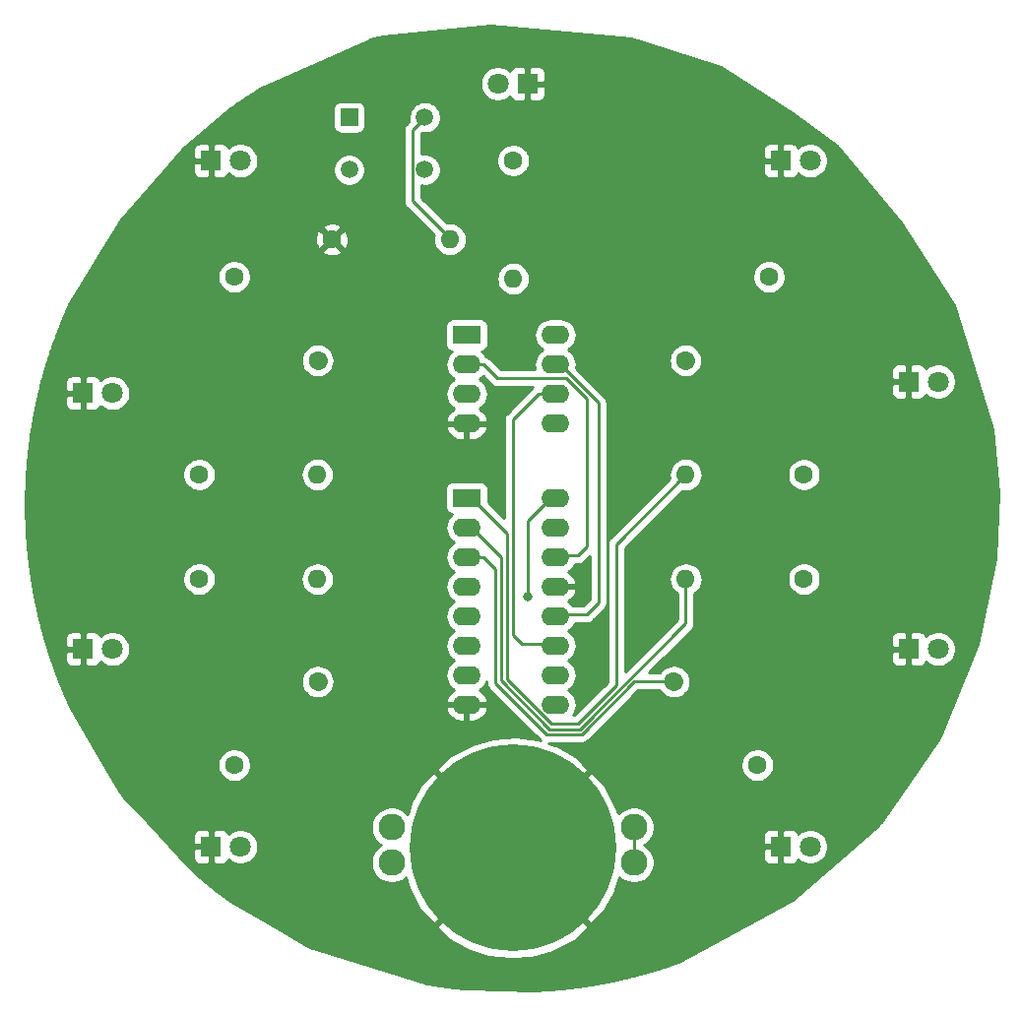
<source format=gbr>
G04 #@! TF.GenerationSoftware,KiCad,Pcbnew,(5.1.0)-1*
G04 #@! TF.CreationDate,2019-11-25T20:58:05-05:00*
G04 #@! TF.ProjectId,Christmas Ornament 2019,43687269-7374-46d6-9173-204f726e616d,rev?*
G04 #@! TF.SameCoordinates,Original*
G04 #@! TF.FileFunction,Copper,L2,Bot*
G04 #@! TF.FilePolarity,Positive*
%FSLAX46Y46*%
G04 Gerber Fmt 4.6, Leading zero omitted, Abs format (unit mm)*
G04 Created by KiCad (PCBNEW (5.1.0)-1) date 2019-11-25 20:58:05*
%MOMM*%
%LPD*%
G04 APERTURE LIST*
%ADD10R,1.800000X1.800000*%
%ADD11C,1.800000*%
%ADD12C,1.600000*%
%ADD13C,1.600000*%
%ADD14O,1.600000X1.600000*%
%ADD15R,2.400000X1.600000*%
%ADD16O,2.400000X1.600000*%
%ADD17R,1.498600X1.498600*%
%ADD18C,1.498600*%
%ADD19C,17.780000*%
%ADD20C,2.286000*%
%ADD21C,0.800000*%
%ADD22C,0.250000*%
%ADD23C,0.254000*%
G04 APERTURE END LIST*
D10*
X131000000Y-59000000D03*
D11*
X133540000Y-59000000D03*
D10*
X142000000Y-78000000D03*
D11*
X144540000Y-78000000D03*
D10*
X109220000Y-52387500D03*
D11*
X106680000Y-52387500D03*
D10*
X142000000Y-101000000D03*
D11*
X144540000Y-101000000D03*
D10*
X131000000Y-118000000D03*
D11*
X133540000Y-118000000D03*
D10*
X82000000Y-118000000D03*
D11*
X84540000Y-118000000D03*
D10*
X71000000Y-101000000D03*
D11*
X73540000Y-101000000D03*
D10*
X71000000Y-79000000D03*
D11*
X73540000Y-79000000D03*
D10*
X82000000Y-59000000D03*
D11*
X84540000Y-59000000D03*
D12*
X130000000Y-69000000D03*
X122815795Y-76184205D03*
D13*
X122815795Y-76184205D02*
X122815795Y-76184205D01*
D12*
X133000000Y-86000000D03*
D14*
X122840000Y-86000000D03*
D12*
X108000000Y-59000000D03*
D14*
X108000000Y-69160000D03*
D12*
X133000000Y-95000000D03*
D14*
X122840000Y-95000000D03*
D12*
X129000000Y-111000000D03*
X121815795Y-103815795D03*
D13*
X121815795Y-103815795D02*
X121815795Y-103815795D01*
D12*
X92394000Y-65778000D03*
D14*
X102554000Y-65778000D03*
D12*
X84000000Y-111000000D03*
X91184205Y-103815795D03*
D13*
X91184205Y-103815795D02*
X91184205Y-103815795D01*
D12*
X81000000Y-95000000D03*
D14*
X91160000Y-95000000D03*
D12*
X81000000Y-86000000D03*
D14*
X91160000Y-86000000D03*
D12*
X84000000Y-69000000D03*
X91184205Y-76184205D03*
D13*
X91184205Y-76184205D02*
X91184205Y-76184205D01*
D15*
X104000000Y-74000000D03*
D16*
X111620000Y-81620000D03*
X104000000Y-76540000D03*
X111620000Y-79080000D03*
X104000000Y-79080000D03*
X111620000Y-76540000D03*
X104000000Y-81620000D03*
X111620000Y-74000000D03*
D15*
X104000000Y-88000000D03*
D16*
X111620000Y-105780000D03*
X104000000Y-90540000D03*
X111620000Y-103240000D03*
X104000000Y-93080000D03*
X111620000Y-100700000D03*
X104000000Y-95620000D03*
X111620000Y-98160000D03*
X104000000Y-98160000D03*
X111620000Y-95620000D03*
X104000000Y-100700000D03*
X111620000Y-93080000D03*
X104000000Y-103240000D03*
X111620000Y-90540000D03*
X104000000Y-105780000D03*
X111620000Y-88000000D03*
D17*
X93893999Y-55277999D03*
D18*
X93893999Y-59778000D03*
X100394001Y-59778000D03*
X100394001Y-55277999D03*
D19*
X107950000Y-118110000D03*
D20*
X118364000Y-116332000D03*
X118364000Y-119380000D03*
X97536000Y-116332000D03*
X97536000Y-119380000D03*
D21*
X109220000Y-96520000D03*
D22*
X107696000Y-110526000D02*
X107696000Y-114808000D01*
X116840000Y-92000000D02*
X116840000Y-104140000D01*
X122840000Y-86000000D02*
X116840000Y-92000000D01*
X116840000Y-104140000D02*
X113538000Y-107442000D01*
X111290996Y-107442000D02*
X107442000Y-103593004D01*
X113538000Y-107442000D02*
X111290996Y-107442000D01*
X104400000Y-88000000D02*
X104000000Y-88000000D01*
X107442000Y-91042000D02*
X104400000Y-88000000D01*
X107442000Y-103593004D02*
X107442000Y-91042000D01*
X111104595Y-107892009D02*
X106934000Y-103721414D01*
X113724400Y-107892010D02*
X111104595Y-107892009D01*
X122840000Y-95000000D02*
X122840000Y-98776410D01*
X122840000Y-98776410D02*
X113724400Y-107892010D01*
X104400000Y-90540000D02*
X104000000Y-90540000D01*
X106934000Y-93074000D02*
X104400000Y-90540000D01*
X106934000Y-103721414D02*
X106934000Y-93074000D01*
X105450000Y-93080000D02*
X104000000Y-93080000D01*
X121815795Y-103815795D02*
X118437025Y-103815795D01*
X118437025Y-103815795D02*
X113910799Y-108342019D01*
X113910799Y-108342019D02*
X110882019Y-108342019D01*
X110882019Y-108342019D02*
X106483990Y-103943990D01*
X106483990Y-103943990D02*
X106483990Y-94113990D01*
X106483990Y-94113990D02*
X105450000Y-93080000D01*
X99319700Y-62489700D02*
X99319700Y-56382300D01*
X102616000Y-65786000D02*
X99319700Y-62489700D01*
X99319700Y-56382300D02*
X100330000Y-55372000D01*
X118364000Y-117425798D02*
X118364000Y-117763554D01*
X118364000Y-117763554D02*
X118364000Y-119380000D01*
X111220000Y-88000000D02*
X111620000Y-88000000D01*
X109220000Y-90000000D02*
X111220000Y-88000000D01*
X109220000Y-96520000D02*
X109220000Y-90000000D01*
X112020000Y-76540000D02*
X115316000Y-79836000D01*
X111620000Y-76540000D02*
X112020000Y-76540000D01*
X115316000Y-79836000D02*
X115316000Y-97028000D01*
X115316000Y-97028000D02*
X114300000Y-98044000D01*
X114300000Y-98044000D02*
X111506000Y-98044000D01*
X110170000Y-79080000D02*
X107950000Y-81300000D01*
X111620000Y-79080000D02*
X110170000Y-79080000D01*
X107950000Y-81300000D02*
X107950000Y-99822000D01*
X107950000Y-99822000D02*
X108712000Y-100584000D01*
X108712000Y-100584000D02*
X111506000Y-100584000D01*
X113538000Y-92964000D02*
X111506000Y-92964000D01*
X106634000Y-77724000D02*
X112567590Y-77724000D01*
X105450000Y-76540000D02*
X106634000Y-77724000D01*
X112567590Y-77724000D02*
X114300000Y-79456410D01*
X114300000Y-79456410D02*
X114300000Y-92202000D01*
X104000000Y-76540000D02*
X105450000Y-76540000D01*
X114300000Y-92202000D02*
X113538000Y-92964000D01*
D23*
G36*
X118135491Y-48461492D02*
G01*
X125877967Y-50966411D01*
X132007696Y-54968465D01*
X135802765Y-57751516D01*
X141375672Y-64337679D01*
X145933802Y-71428104D01*
X149226731Y-82066797D01*
X149732738Y-87632876D01*
X149479589Y-93202152D01*
X147959980Y-100546930D01*
X144822326Y-108270386D01*
X144801965Y-108308496D01*
X144773730Y-108361136D01*
X144739664Y-108424406D01*
X144705744Y-108487154D01*
X144671161Y-108550856D01*
X144636947Y-108613629D01*
X144602583Y-108676421D01*
X144568007Y-108739344D01*
X144533015Y-108802759D01*
X144498189Y-108865621D01*
X144459510Y-108935145D01*
X144428155Y-108991271D01*
X144422784Y-109000847D01*
X139622541Y-115858338D01*
X139590336Y-115895700D01*
X139548043Y-115944613D01*
X139505583Y-115993565D01*
X139463594Y-116041827D01*
X139399215Y-116115532D01*
X139357174Y-116163477D01*
X139298080Y-116230621D01*
X139255587Y-116278721D01*
X139212529Y-116327313D01*
X139158824Y-116387704D01*
X139105071Y-116447921D01*
X139064514Y-116493192D01*
X132007391Y-122576918D01*
X122343991Y-127828765D01*
X122288205Y-127849221D01*
X122206222Y-127879095D01*
X122142357Y-127902235D01*
X122036892Y-127940191D01*
X121966187Y-127965456D01*
X121890911Y-127992198D01*
X121815305Y-128018896D01*
X121740656Y-128045095D01*
X121672712Y-128068806D01*
X121597248Y-128094984D01*
X121529237Y-128118441D01*
X121469385Y-128138974D01*
X121393524Y-128164855D01*
X121333492Y-128185221D01*
X121257600Y-128210822D01*
X121178231Y-128237425D01*
X121090739Y-128266544D01*
X121015188Y-128291517D01*
X120947545Y-128313742D01*
X120886576Y-128333663D01*
X120817974Y-128355957D01*
X120757743Y-128375421D01*
X120689388Y-128397387D01*
X120628158Y-128416957D01*
X120560136Y-128438576D01*
X120475958Y-128465149D01*
X120400292Y-128488872D01*
X120331595Y-128510273D01*
X120270464Y-128529207D01*
X120209891Y-128547870D01*
X120141158Y-128568922D01*
X120068437Y-128591057D01*
X120003694Y-128610640D01*
X119931045Y-128632480D01*
X119866163Y-128651865D01*
X119797314Y-128672307D01*
X119720810Y-128694874D01*
X119659277Y-128712908D01*
X119582602Y-128735237D01*
X119513444Y-128755242D01*
X119444301Y-128775114D01*
X119383037Y-128792615D01*
X119313899Y-128812242D01*
X119252638Y-128829524D01*
X119191587Y-128846650D01*
X119113987Y-128868276D01*
X119044513Y-128887497D01*
X118975812Y-128906377D01*
X118906041Y-128925425D01*
X118806064Y-128952493D01*
X118666906Y-128989725D01*
X118597871Y-129008007D01*
X118504576Y-129032510D01*
X118412042Y-129056589D01*
X118334935Y-129076481D01*
X118249471Y-129098346D01*
X118179948Y-129115990D01*
X118094466Y-129137512D01*
X118024871Y-129154891D01*
X117954853Y-129172249D01*
X117877728Y-129191221D01*
X117799655Y-129210266D01*
X117721951Y-129229064D01*
X117652157Y-129245817D01*
X117574235Y-129264368D01*
X117504221Y-129280903D01*
X117418319Y-129301017D01*
X117348436Y-129317238D01*
X117270874Y-129335095D01*
X117192527Y-129352975D01*
X117122250Y-129368880D01*
X117052344Y-129384571D01*
X116974188Y-129401965D01*
X116903630Y-129417537D01*
X116825608Y-129434607D01*
X116755682Y-129449772D01*
X116684436Y-129465094D01*
X116614262Y-129480059D01*
X116544192Y-129494874D01*
X116465433Y-129511381D01*
X116379545Y-129529201D01*
X116292994Y-129546967D01*
X116214666Y-129562881D01*
X116128435Y-129580224D01*
X116026154Y-129600543D01*
X115947687Y-129615955D01*
X115861012Y-129632796D01*
X115774893Y-129649342D01*
X115703449Y-129662927D01*
X115632886Y-129676220D01*
X115554427Y-129690849D01*
X115475633Y-129705386D01*
X115388557Y-129721269D01*
X115317591Y-129734075D01*
X115246436Y-129746788D01*
X115159516Y-129762142D01*
X115089083Y-129774448D01*
X115001785Y-129789525D01*
X114922490Y-129803057D01*
X114851416Y-129815053D01*
X114748956Y-129832122D01*
X114669582Y-129845166D01*
X114590243Y-129858049D01*
X114510939Y-129870767D01*
X114439871Y-129882035D01*
X114368669Y-129893198D01*
X114289272Y-129905495D01*
X114209783Y-129917653D01*
X114130736Y-129929584D01*
X114050983Y-129941468D01*
X113971412Y-129953169D01*
X113884164Y-129965817D01*
X113812763Y-129976028D01*
X113741015Y-129986162D01*
X113661591Y-129997233D01*
X113581596Y-130008228D01*
X113478443Y-130022171D01*
X113390631Y-130033835D01*
X113319158Y-130043190D01*
X113247188Y-130052481D01*
X113175259Y-130061643D01*
X113103983Y-130070596D01*
X113031950Y-130079516D01*
X112960046Y-130088296D01*
X112888215Y-130096938D01*
X112816483Y-130105444D01*
X112736241Y-130114810D01*
X112656511Y-130123961D01*
X112584682Y-130132072D01*
X112512327Y-130140114D01*
X112440571Y-130147966D01*
X112368490Y-130155726D01*
X112280544Y-130165023D01*
X112208491Y-130172501D01*
X112128511Y-130180653D01*
X112039899Y-130189503D01*
X111927426Y-130200463D01*
X111855853Y-130207275D01*
X111783336Y-130214051D01*
X111711028Y-130220681D01*
X111614766Y-130229313D01*
X111534150Y-130236370D01*
X111453938Y-130243234D01*
X111373741Y-130249941D01*
X111293546Y-130256494D01*
X111172756Y-130266069D01*
X111084025Y-130272879D01*
X111003675Y-130278883D01*
X110906878Y-130285908D01*
X110826679Y-130291556D01*
X110729808Y-130298175D01*
X110649502Y-130303488D01*
X110568873Y-130308667D01*
X110447652Y-130316162D01*
X110366956Y-130320952D01*
X110286282Y-130325589D01*
X110189623Y-130330937D01*
X110108643Y-130335244D01*
X110012061Y-130340177D01*
X109931406Y-130344122D01*
X109842181Y-130348305D01*
X109761136Y-130351941D01*
X109680437Y-130355405D01*
X109600018Y-130358699D01*
X109588974Y-130359130D01*
X104273479Y-130232571D01*
X104243983Y-130229998D01*
X104164062Y-130222862D01*
X104075745Y-130214798D01*
X104003490Y-130208060D01*
X103923610Y-130200465D01*
X103834682Y-130191825D01*
X103763068Y-130184728D01*
X103690912Y-130177452D01*
X103610943Y-130169240D01*
X103538215Y-130161637D01*
X103466864Y-130154051D01*
X103386401Y-130145350D01*
X103306655Y-130136570D01*
X103226408Y-130127579D01*
X103138390Y-130117537D01*
X103066754Y-130109223D01*
X102994895Y-130100760D01*
X102914884Y-130091187D01*
X102827072Y-130080501D01*
X102755491Y-130071652D01*
X102683493Y-130062622D01*
X102603856Y-130052486D01*
X102531765Y-130043179D01*
X102460568Y-130033861D01*
X102372454Y-130022157D01*
X102292924Y-130011429D01*
X102221568Y-130001671D01*
X102149858Y-129991738D01*
X102077756Y-129981625D01*
X102006758Y-129971542D01*
X101919136Y-129958923D01*
X101815845Y-129943807D01*
X101728620Y-129930836D01*
X101625447Y-129915252D01*
X101553629Y-129904246D01*
X101482692Y-129893254D01*
X101410985Y-129882012D01*
X101332267Y-129869524D01*
X101244743Y-129855462D01*
X101126170Y-129836102D01*
X101054401Y-129824217D01*
X100983851Y-129812409D01*
X100912698Y-129800369D01*
X100825260Y-129785407D01*
X100754635Y-129773181D01*
X100659620Y-129756534D01*
X100588371Y-129743905D01*
X100517814Y-129731272D01*
X100446332Y-129718345D01*
X100367724Y-129703983D01*
X100347047Y-129700166D01*
X90829064Y-126739016D01*
X90801747Y-126726785D01*
X90735891Y-126697171D01*
X90663188Y-126664319D01*
X90609323Y-126639869D01*
X90540138Y-126608333D01*
X90474507Y-126578274D01*
X90416660Y-126551669D01*
X90337557Y-126515114D01*
X90278974Y-126487914D01*
X90221255Y-126461007D01*
X90164013Y-126434215D01*
X90106183Y-126407041D01*
X90066140Y-126388151D01*
X87459315Y-124854724D01*
X101384881Y-124854724D01*
X102427497Y-125927138D01*
X104058658Y-126854321D01*
X105839362Y-127445465D01*
X107701176Y-127677852D01*
X109572553Y-127542551D01*
X111381576Y-127044763D01*
X113058725Y-126203616D01*
X113472503Y-125927138D01*
X114515119Y-124854724D01*
X107950000Y-118289605D01*
X101384881Y-124854724D01*
X87459315Y-124854724D01*
X83539369Y-122548873D01*
X83508812Y-122526965D01*
X83449948Y-122484573D01*
X83385078Y-122437673D01*
X83320002Y-122390435D01*
X83268717Y-122353073D01*
X83209686Y-122309922D01*
X83158275Y-122272210D01*
X83093631Y-122224619D01*
X83035326Y-122181531D01*
X82983840Y-122143351D01*
X82926071Y-122100368D01*
X82874825Y-122062108D01*
X82810082Y-122013596D01*
X82752523Y-121970303D01*
X82694759Y-121926700D01*
X82643346Y-121887758D01*
X82592418Y-121849059D01*
X82547760Y-121815025D01*
X82496354Y-121775728D01*
X82445677Y-121736865D01*
X82388170Y-121692618D01*
X82330538Y-121648114D01*
X82286031Y-121613636D01*
X82286032Y-121613636D01*
X82242354Y-121579706D01*
X82191244Y-121539886D01*
X82140524Y-121500242D01*
X82095849Y-121465219D01*
X82052179Y-121430890D01*
X82001413Y-121390862D01*
X81951007Y-121350994D01*
X81862814Y-121280934D01*
X81811989Y-121240383D01*
X81768045Y-121205218D01*
X81724864Y-121170567D01*
X81674588Y-121130106D01*
X81630090Y-121094187D01*
X81630089Y-121094187D01*
X81586547Y-121058941D01*
X81536718Y-121018487D01*
X81486755Y-120977799D01*
X81436648Y-120936865D01*
X81393090Y-120901176D01*
X81343192Y-120860172D01*
X81300111Y-120824664D01*
X81256461Y-120788591D01*
X81213202Y-120752741D01*
X81163540Y-120711463D01*
X81114164Y-120670293D01*
X81057911Y-120623236D01*
X81009029Y-120582205D01*
X80965721Y-120545748D01*
X80922117Y-120508940D01*
X80879756Y-120473085D01*
X80823961Y-120425708D01*
X80774646Y-120383695D01*
X80726070Y-120342183D01*
X80700270Y-120320066D01*
X79368959Y-118900000D01*
X80461928Y-118900000D01*
X80474188Y-119024482D01*
X80510498Y-119144180D01*
X80569463Y-119254494D01*
X80648815Y-119351185D01*
X80745506Y-119430537D01*
X80855820Y-119489502D01*
X80975518Y-119525812D01*
X81100000Y-119538072D01*
X81714250Y-119535000D01*
X81873000Y-119376250D01*
X81873000Y-118127000D01*
X80623750Y-118127000D01*
X80465000Y-118285750D01*
X80461928Y-118900000D01*
X79368959Y-118900000D01*
X77681459Y-117100000D01*
X80461928Y-117100000D01*
X80465000Y-117714250D01*
X80623750Y-117873000D01*
X81873000Y-117873000D01*
X81873000Y-116623750D01*
X82127000Y-116623750D01*
X82127000Y-117873000D01*
X82147000Y-117873000D01*
X82147000Y-118127000D01*
X82127000Y-118127000D01*
X82127000Y-119376250D01*
X82285750Y-119535000D01*
X82900000Y-119538072D01*
X83024482Y-119525812D01*
X83144180Y-119489502D01*
X83254494Y-119430537D01*
X83351185Y-119351185D01*
X83430537Y-119254494D01*
X83489502Y-119144180D01*
X83495056Y-119125873D01*
X83561495Y-119192312D01*
X83812905Y-119360299D01*
X84092257Y-119476011D01*
X84388816Y-119535000D01*
X84691184Y-119535000D01*
X84987743Y-119476011D01*
X85267095Y-119360299D01*
X85518505Y-119192312D01*
X85732312Y-118978505D01*
X85900299Y-118727095D01*
X86016011Y-118447743D01*
X86075000Y-118151184D01*
X86075000Y-117848816D01*
X86016011Y-117552257D01*
X85900299Y-117272905D01*
X85732312Y-117021495D01*
X85518505Y-116807688D01*
X85267095Y-116639701D01*
X84987743Y-116523989D01*
X84691184Y-116465000D01*
X84388816Y-116465000D01*
X84092257Y-116523989D01*
X83812905Y-116639701D01*
X83561495Y-116807688D01*
X83495056Y-116874127D01*
X83489502Y-116855820D01*
X83430537Y-116745506D01*
X83351185Y-116648815D01*
X83254494Y-116569463D01*
X83144180Y-116510498D01*
X83024482Y-116474188D01*
X82900000Y-116461928D01*
X82285750Y-116465000D01*
X82127000Y-116623750D01*
X81873000Y-116623750D01*
X81714250Y-116465000D01*
X81100000Y-116461928D01*
X80975518Y-116474188D01*
X80855820Y-116510498D01*
X80745506Y-116569463D01*
X80648815Y-116648815D01*
X80569463Y-116745506D01*
X80510498Y-116855820D01*
X80474188Y-116975518D01*
X80461928Y-117100000D01*
X77681459Y-117100000D01*
X76797286Y-116156882D01*
X95758000Y-116156882D01*
X95758000Y-116507118D01*
X95826328Y-116850623D01*
X95960357Y-117174199D01*
X96154937Y-117465409D01*
X96402591Y-117713063D01*
X96616512Y-117856000D01*
X96402591Y-117998937D01*
X96154937Y-118246591D01*
X95960357Y-118537801D01*
X95826328Y-118861377D01*
X95758000Y-119204882D01*
X95758000Y-119555118D01*
X95826328Y-119898623D01*
X95960357Y-120222199D01*
X96154937Y-120513409D01*
X96402591Y-120761063D01*
X96693801Y-120955643D01*
X97017377Y-121089672D01*
X97360882Y-121158000D01*
X97711118Y-121158000D01*
X98054623Y-121089672D01*
X98378199Y-120955643D01*
X98669409Y-120761063D01*
X98772183Y-120658289D01*
X99015237Y-121541576D01*
X99856384Y-123218725D01*
X100132862Y-123632503D01*
X101205276Y-124675119D01*
X107770395Y-118110000D01*
X108129605Y-118110000D01*
X114694724Y-124675119D01*
X115767138Y-123632503D01*
X116694321Y-122001342D01*
X117137097Y-120667569D01*
X117230591Y-120761063D01*
X117521801Y-120955643D01*
X117845377Y-121089672D01*
X118188882Y-121158000D01*
X118539118Y-121158000D01*
X118882623Y-121089672D01*
X119206199Y-120955643D01*
X119497409Y-120761063D01*
X119745063Y-120513409D01*
X119939643Y-120222199D01*
X120073672Y-119898623D01*
X120142000Y-119555118D01*
X120142000Y-119204882D01*
X120081355Y-118900000D01*
X129461928Y-118900000D01*
X129474188Y-119024482D01*
X129510498Y-119144180D01*
X129569463Y-119254494D01*
X129648815Y-119351185D01*
X129745506Y-119430537D01*
X129855820Y-119489502D01*
X129975518Y-119525812D01*
X130100000Y-119538072D01*
X130714250Y-119535000D01*
X130873000Y-119376250D01*
X130873000Y-118127000D01*
X129623750Y-118127000D01*
X129465000Y-118285750D01*
X129461928Y-118900000D01*
X120081355Y-118900000D01*
X120073672Y-118861377D01*
X119939643Y-118537801D01*
X119745063Y-118246591D01*
X119497409Y-117998937D01*
X119283488Y-117856000D01*
X119497409Y-117713063D01*
X119745063Y-117465409D01*
X119939643Y-117174199D01*
X119970377Y-117100000D01*
X129461928Y-117100000D01*
X129465000Y-117714250D01*
X129623750Y-117873000D01*
X130873000Y-117873000D01*
X130873000Y-116623750D01*
X131127000Y-116623750D01*
X131127000Y-117873000D01*
X131147000Y-117873000D01*
X131147000Y-118127000D01*
X131127000Y-118127000D01*
X131127000Y-119376250D01*
X131285750Y-119535000D01*
X131900000Y-119538072D01*
X132024482Y-119525812D01*
X132144180Y-119489502D01*
X132254494Y-119430537D01*
X132351185Y-119351185D01*
X132430537Y-119254494D01*
X132489502Y-119144180D01*
X132495056Y-119125873D01*
X132561495Y-119192312D01*
X132812905Y-119360299D01*
X133092257Y-119476011D01*
X133388816Y-119535000D01*
X133691184Y-119535000D01*
X133987743Y-119476011D01*
X134267095Y-119360299D01*
X134518505Y-119192312D01*
X134732312Y-118978505D01*
X134900299Y-118727095D01*
X135016011Y-118447743D01*
X135075000Y-118151184D01*
X135075000Y-117848816D01*
X135016011Y-117552257D01*
X134900299Y-117272905D01*
X134732312Y-117021495D01*
X134518505Y-116807688D01*
X134267095Y-116639701D01*
X133987743Y-116523989D01*
X133691184Y-116465000D01*
X133388816Y-116465000D01*
X133092257Y-116523989D01*
X132812905Y-116639701D01*
X132561495Y-116807688D01*
X132495056Y-116874127D01*
X132489502Y-116855820D01*
X132430537Y-116745506D01*
X132351185Y-116648815D01*
X132254494Y-116569463D01*
X132144180Y-116510498D01*
X132024482Y-116474188D01*
X131900000Y-116461928D01*
X131285750Y-116465000D01*
X131127000Y-116623750D01*
X130873000Y-116623750D01*
X130714250Y-116465000D01*
X130100000Y-116461928D01*
X129975518Y-116474188D01*
X129855820Y-116510498D01*
X129745506Y-116569463D01*
X129648815Y-116648815D01*
X129569463Y-116745506D01*
X129510498Y-116855820D01*
X129474188Y-116975518D01*
X129461928Y-117100000D01*
X119970377Y-117100000D01*
X120073672Y-116850623D01*
X120142000Y-116507118D01*
X120142000Y-116156882D01*
X120073672Y-115813377D01*
X119939643Y-115489801D01*
X119745063Y-115198591D01*
X119497409Y-114950937D01*
X119206199Y-114756357D01*
X118882623Y-114622328D01*
X118539118Y-114554000D01*
X118188882Y-114554000D01*
X117845377Y-114622328D01*
X117521801Y-114756357D01*
X117230591Y-114950937D01*
X117018195Y-115163333D01*
X116884763Y-114678424D01*
X116043616Y-113001275D01*
X115767138Y-112587497D01*
X114694724Y-111544881D01*
X108129605Y-118110000D01*
X107770395Y-118110000D01*
X101205276Y-111544881D01*
X100132862Y-112587497D01*
X99205679Y-114218658D01*
X98889514Y-115171042D01*
X98669409Y-114950937D01*
X98378199Y-114756357D01*
X98054623Y-114622328D01*
X97711118Y-114554000D01*
X97360882Y-114554000D01*
X97017377Y-114622328D01*
X96693801Y-114756357D01*
X96402591Y-114950937D01*
X96154937Y-115198591D01*
X95960357Y-115489801D01*
X95826328Y-115813377D01*
X95758000Y-116156882D01*
X76797286Y-116156882D01*
X74477886Y-113682857D01*
X74463753Y-113664052D01*
X74425438Y-113612897D01*
X74386871Y-113561241D01*
X74334149Y-113490357D01*
X74295918Y-113438761D01*
X74253076Y-113380741D01*
X74214951Y-113328933D01*
X74162422Y-113257282D01*
X74124659Y-113205572D01*
X74096882Y-113167403D01*
X72735319Y-110858665D01*
X82565000Y-110858665D01*
X82565000Y-111141335D01*
X82620147Y-111418574D01*
X82728320Y-111679727D01*
X82885363Y-111914759D01*
X83085241Y-112114637D01*
X83320273Y-112271680D01*
X83581426Y-112379853D01*
X83858665Y-112435000D01*
X84141335Y-112435000D01*
X84418574Y-112379853D01*
X84679727Y-112271680D01*
X84914759Y-112114637D01*
X85114637Y-111914759D01*
X85271680Y-111679727D01*
X85379853Y-111418574D01*
X85390454Y-111365276D01*
X101384881Y-111365276D01*
X107950000Y-117930395D01*
X114515119Y-111365276D01*
X114022585Y-110858665D01*
X127565000Y-110858665D01*
X127565000Y-111141335D01*
X127620147Y-111418574D01*
X127728320Y-111679727D01*
X127885363Y-111914759D01*
X128085241Y-112114637D01*
X128320273Y-112271680D01*
X128581426Y-112379853D01*
X128858665Y-112435000D01*
X129141335Y-112435000D01*
X129418574Y-112379853D01*
X129679727Y-112271680D01*
X129914759Y-112114637D01*
X130114637Y-111914759D01*
X130271680Y-111679727D01*
X130379853Y-111418574D01*
X130435000Y-111141335D01*
X130435000Y-110858665D01*
X130379853Y-110581426D01*
X130271680Y-110320273D01*
X130114637Y-110085241D01*
X129914759Y-109885363D01*
X129679727Y-109728320D01*
X129418574Y-109620147D01*
X129141335Y-109565000D01*
X128858665Y-109565000D01*
X128581426Y-109620147D01*
X128320273Y-109728320D01*
X128085241Y-109885363D01*
X127885363Y-110085241D01*
X127728320Y-110320273D01*
X127620147Y-110581426D01*
X127565000Y-110858665D01*
X114022585Y-110858665D01*
X113472503Y-110292862D01*
X111841342Y-109365679D01*
X111047119Y-109102019D01*
X113873476Y-109102019D01*
X113910799Y-109105695D01*
X113948121Y-109102019D01*
X113948132Y-109102019D01*
X114059785Y-109091022D01*
X114203046Y-109047565D01*
X114335075Y-108976993D01*
X114450800Y-108882020D01*
X114474603Y-108853016D01*
X118751827Y-104575795D01*
X120594894Y-104575795D01*
X120616863Y-104616896D01*
X120796187Y-104835403D01*
X121014694Y-105014727D01*
X121263987Y-105147977D01*
X121534486Y-105230031D01*
X121745303Y-105250795D01*
X121886287Y-105250795D01*
X122097104Y-105230031D01*
X122367603Y-105147977D01*
X122616896Y-105014727D01*
X122835403Y-104835403D01*
X123014727Y-104616896D01*
X123147977Y-104367603D01*
X123230031Y-104097104D01*
X123257738Y-103815795D01*
X123230031Y-103534486D01*
X123147977Y-103263987D01*
X123014727Y-103014694D01*
X122835403Y-102796187D01*
X122616896Y-102616863D01*
X122367603Y-102483613D01*
X122097104Y-102401559D01*
X121886287Y-102380795D01*
X121745303Y-102380795D01*
X121534486Y-102401559D01*
X121263987Y-102483613D01*
X121014694Y-102616863D01*
X120796187Y-102796187D01*
X120616863Y-103014694D01*
X120594894Y-103055795D01*
X119635417Y-103055795D01*
X120791212Y-101900000D01*
X140461928Y-101900000D01*
X140474188Y-102024482D01*
X140510498Y-102144180D01*
X140569463Y-102254494D01*
X140648815Y-102351185D01*
X140745506Y-102430537D01*
X140855820Y-102489502D01*
X140975518Y-102525812D01*
X141100000Y-102538072D01*
X141714250Y-102535000D01*
X141873000Y-102376250D01*
X141873000Y-101127000D01*
X140623750Y-101127000D01*
X140465000Y-101285750D01*
X140461928Y-101900000D01*
X120791212Y-101900000D01*
X122591212Y-100100000D01*
X140461928Y-100100000D01*
X140465000Y-100714250D01*
X140623750Y-100873000D01*
X141873000Y-100873000D01*
X141873000Y-99623750D01*
X142127000Y-99623750D01*
X142127000Y-100873000D01*
X142147000Y-100873000D01*
X142147000Y-101127000D01*
X142127000Y-101127000D01*
X142127000Y-102376250D01*
X142285750Y-102535000D01*
X142900000Y-102538072D01*
X143024482Y-102525812D01*
X143144180Y-102489502D01*
X143254494Y-102430537D01*
X143351185Y-102351185D01*
X143430537Y-102254494D01*
X143489502Y-102144180D01*
X143495056Y-102125873D01*
X143561495Y-102192312D01*
X143812905Y-102360299D01*
X144092257Y-102476011D01*
X144388816Y-102535000D01*
X144691184Y-102535000D01*
X144987743Y-102476011D01*
X145267095Y-102360299D01*
X145518505Y-102192312D01*
X145732312Y-101978505D01*
X145900299Y-101727095D01*
X146016011Y-101447743D01*
X146075000Y-101151184D01*
X146075000Y-100848816D01*
X146016011Y-100552257D01*
X145900299Y-100272905D01*
X145732312Y-100021495D01*
X145518505Y-99807688D01*
X145267095Y-99639701D01*
X144987743Y-99523989D01*
X144691184Y-99465000D01*
X144388816Y-99465000D01*
X144092257Y-99523989D01*
X143812905Y-99639701D01*
X143561495Y-99807688D01*
X143495056Y-99874127D01*
X143489502Y-99855820D01*
X143430537Y-99745506D01*
X143351185Y-99648815D01*
X143254494Y-99569463D01*
X143144180Y-99510498D01*
X143024482Y-99474188D01*
X142900000Y-99461928D01*
X142285750Y-99465000D01*
X142127000Y-99623750D01*
X141873000Y-99623750D01*
X141714250Y-99465000D01*
X141100000Y-99461928D01*
X140975518Y-99474188D01*
X140855820Y-99510498D01*
X140745506Y-99569463D01*
X140648815Y-99648815D01*
X140569463Y-99745506D01*
X140510498Y-99855820D01*
X140474188Y-99975518D01*
X140461928Y-100100000D01*
X122591212Y-100100000D01*
X123351003Y-99340209D01*
X123380001Y-99316411D01*
X123410489Y-99279261D01*
X123474974Y-99200687D01*
X123545546Y-99068657D01*
X123550177Y-99053391D01*
X123589003Y-98925396D01*
X123600000Y-98813743D01*
X123600000Y-98813734D01*
X123603676Y-98776411D01*
X123600000Y-98739088D01*
X123600000Y-96220901D01*
X123641101Y-96198932D01*
X123859608Y-96019608D01*
X124038932Y-95801101D01*
X124172182Y-95551808D01*
X124254236Y-95281309D01*
X124281943Y-95000000D01*
X124268023Y-94858665D01*
X131565000Y-94858665D01*
X131565000Y-95141335D01*
X131620147Y-95418574D01*
X131728320Y-95679727D01*
X131885363Y-95914759D01*
X132085241Y-96114637D01*
X132320273Y-96271680D01*
X132581426Y-96379853D01*
X132858665Y-96435000D01*
X133141335Y-96435000D01*
X133418574Y-96379853D01*
X133679727Y-96271680D01*
X133914759Y-96114637D01*
X134114637Y-95914759D01*
X134271680Y-95679727D01*
X134379853Y-95418574D01*
X134435000Y-95141335D01*
X134435000Y-94858665D01*
X134379853Y-94581426D01*
X134271680Y-94320273D01*
X134114637Y-94085241D01*
X133914759Y-93885363D01*
X133679727Y-93728320D01*
X133418574Y-93620147D01*
X133141335Y-93565000D01*
X132858665Y-93565000D01*
X132581426Y-93620147D01*
X132320273Y-93728320D01*
X132085241Y-93885363D01*
X131885363Y-94085241D01*
X131728320Y-94320273D01*
X131620147Y-94581426D01*
X131565000Y-94858665D01*
X124268023Y-94858665D01*
X124254236Y-94718691D01*
X124172182Y-94448192D01*
X124038932Y-94198899D01*
X123859608Y-93980392D01*
X123641101Y-93801068D01*
X123391808Y-93667818D01*
X123121309Y-93585764D01*
X122910492Y-93565000D01*
X122769508Y-93565000D01*
X122558691Y-93585764D01*
X122288192Y-93667818D01*
X122038899Y-93801068D01*
X121820392Y-93980392D01*
X121641068Y-94198899D01*
X121507818Y-94448192D01*
X121425764Y-94718691D01*
X121398057Y-95000000D01*
X121425764Y-95281309D01*
X121507818Y-95551808D01*
X121641068Y-95801101D01*
X121820392Y-96019608D01*
X122038899Y-96198932D01*
X122080000Y-96220901D01*
X122080001Y-98461607D01*
X117600000Y-102941609D01*
X117600000Y-92314801D01*
X122514095Y-87400708D01*
X122558691Y-87414236D01*
X122769508Y-87435000D01*
X122910492Y-87435000D01*
X123121309Y-87414236D01*
X123391808Y-87332182D01*
X123641101Y-87198932D01*
X123859608Y-87019608D01*
X124038932Y-86801101D01*
X124172182Y-86551808D01*
X124254236Y-86281309D01*
X124281943Y-86000000D01*
X124268023Y-85858665D01*
X131565000Y-85858665D01*
X131565000Y-86141335D01*
X131620147Y-86418574D01*
X131728320Y-86679727D01*
X131885363Y-86914759D01*
X132085241Y-87114637D01*
X132320273Y-87271680D01*
X132581426Y-87379853D01*
X132858665Y-87435000D01*
X133141335Y-87435000D01*
X133418574Y-87379853D01*
X133679727Y-87271680D01*
X133914759Y-87114637D01*
X134114637Y-86914759D01*
X134271680Y-86679727D01*
X134379853Y-86418574D01*
X134435000Y-86141335D01*
X134435000Y-85858665D01*
X134379853Y-85581426D01*
X134271680Y-85320273D01*
X134114637Y-85085241D01*
X133914759Y-84885363D01*
X133679727Y-84728320D01*
X133418574Y-84620147D01*
X133141335Y-84565000D01*
X132858665Y-84565000D01*
X132581426Y-84620147D01*
X132320273Y-84728320D01*
X132085241Y-84885363D01*
X131885363Y-85085241D01*
X131728320Y-85320273D01*
X131620147Y-85581426D01*
X131565000Y-85858665D01*
X124268023Y-85858665D01*
X124254236Y-85718691D01*
X124172182Y-85448192D01*
X124038932Y-85198899D01*
X123859608Y-84980392D01*
X123641101Y-84801068D01*
X123391808Y-84667818D01*
X123121309Y-84585764D01*
X122910492Y-84565000D01*
X122769508Y-84565000D01*
X122558691Y-84585764D01*
X122288192Y-84667818D01*
X122038899Y-84801068D01*
X121820392Y-84980392D01*
X121641068Y-85198899D01*
X121507818Y-85448192D01*
X121425764Y-85718691D01*
X121398057Y-86000000D01*
X121425764Y-86281309D01*
X121439292Y-86325905D01*
X116329003Y-91436196D01*
X116299999Y-91459999D01*
X116257191Y-91512161D01*
X116205026Y-91575724D01*
X116150906Y-91676974D01*
X116134454Y-91707754D01*
X116090997Y-91851015D01*
X116080000Y-91962668D01*
X116080000Y-91962678D01*
X116076324Y-92000000D01*
X116080000Y-92037322D01*
X116080001Y-103825197D01*
X113223199Y-106682000D01*
X113136126Y-106682000D01*
X113218932Y-106581101D01*
X113352182Y-106331808D01*
X113434236Y-106061309D01*
X113461943Y-105780000D01*
X113434236Y-105498691D01*
X113352182Y-105228192D01*
X113218932Y-104978899D01*
X113039608Y-104760392D01*
X112821101Y-104581068D01*
X112688142Y-104510000D01*
X112821101Y-104438932D01*
X113039608Y-104259608D01*
X113218932Y-104041101D01*
X113352182Y-103791808D01*
X113434236Y-103521309D01*
X113461943Y-103240000D01*
X113434236Y-102958691D01*
X113352182Y-102688192D01*
X113218932Y-102438899D01*
X113039608Y-102220392D01*
X112821101Y-102041068D01*
X112688142Y-101970000D01*
X112821101Y-101898932D01*
X113039608Y-101719608D01*
X113218932Y-101501101D01*
X113352182Y-101251808D01*
X113434236Y-100981309D01*
X113461943Y-100700000D01*
X113434236Y-100418691D01*
X113352182Y-100148192D01*
X113218932Y-99898899D01*
X113039608Y-99680392D01*
X112821101Y-99501068D01*
X112688142Y-99430000D01*
X112821101Y-99358932D01*
X113039608Y-99179608D01*
X113218932Y-98961101D01*
X113302904Y-98804000D01*
X114262678Y-98804000D01*
X114300000Y-98807676D01*
X114337322Y-98804000D01*
X114337333Y-98804000D01*
X114448986Y-98793003D01*
X114592247Y-98749546D01*
X114724276Y-98678974D01*
X114840001Y-98584001D01*
X114863804Y-98554998D01*
X115827003Y-97591799D01*
X115856001Y-97568001D01*
X115892439Y-97523601D01*
X115950974Y-97452277D01*
X116021546Y-97320247D01*
X116024275Y-97311250D01*
X116065003Y-97176986D01*
X116076000Y-97065333D01*
X116076000Y-97065323D01*
X116079676Y-97028000D01*
X116076000Y-96990678D01*
X116076000Y-79873323D01*
X116079676Y-79836000D01*
X116076000Y-79798677D01*
X116076000Y-79798667D01*
X116065003Y-79687014D01*
X116021546Y-79543753D01*
X116018509Y-79538072D01*
X115950974Y-79411723D01*
X115879799Y-79324997D01*
X115856001Y-79295999D01*
X115827004Y-79272202D01*
X115454802Y-78900000D01*
X140461928Y-78900000D01*
X140474188Y-79024482D01*
X140510498Y-79144180D01*
X140569463Y-79254494D01*
X140648815Y-79351185D01*
X140745506Y-79430537D01*
X140855820Y-79489502D01*
X140975518Y-79525812D01*
X141100000Y-79538072D01*
X141714250Y-79535000D01*
X141873000Y-79376250D01*
X141873000Y-78127000D01*
X140623750Y-78127000D01*
X140465000Y-78285750D01*
X140461928Y-78900000D01*
X115454802Y-78900000D01*
X113420708Y-76865906D01*
X113434236Y-76821309D01*
X113461943Y-76540000D01*
X113434236Y-76258691D01*
X113411642Y-76184205D01*
X121373852Y-76184205D01*
X121401559Y-76465514D01*
X121483613Y-76736013D01*
X121616863Y-76985306D01*
X121796187Y-77203813D01*
X122014694Y-77383137D01*
X122263987Y-77516387D01*
X122534486Y-77598441D01*
X122745303Y-77619205D01*
X122886287Y-77619205D01*
X123097104Y-77598441D01*
X123367603Y-77516387D01*
X123616896Y-77383137D01*
X123835403Y-77203813D01*
X123920600Y-77100000D01*
X140461928Y-77100000D01*
X140465000Y-77714250D01*
X140623750Y-77873000D01*
X141873000Y-77873000D01*
X141873000Y-76623750D01*
X142127000Y-76623750D01*
X142127000Y-77873000D01*
X142147000Y-77873000D01*
X142147000Y-78127000D01*
X142127000Y-78127000D01*
X142127000Y-79376250D01*
X142285750Y-79535000D01*
X142900000Y-79538072D01*
X143024482Y-79525812D01*
X143144180Y-79489502D01*
X143254494Y-79430537D01*
X143351185Y-79351185D01*
X143430537Y-79254494D01*
X143489502Y-79144180D01*
X143495056Y-79125873D01*
X143561495Y-79192312D01*
X143812905Y-79360299D01*
X144092257Y-79476011D01*
X144388816Y-79535000D01*
X144691184Y-79535000D01*
X144987743Y-79476011D01*
X145267095Y-79360299D01*
X145518505Y-79192312D01*
X145732312Y-78978505D01*
X145900299Y-78727095D01*
X146016011Y-78447743D01*
X146075000Y-78151184D01*
X146075000Y-77848816D01*
X146016011Y-77552257D01*
X145900299Y-77272905D01*
X145732312Y-77021495D01*
X145518505Y-76807688D01*
X145267095Y-76639701D01*
X144987743Y-76523989D01*
X144691184Y-76465000D01*
X144388816Y-76465000D01*
X144092257Y-76523989D01*
X143812905Y-76639701D01*
X143561495Y-76807688D01*
X143495056Y-76874127D01*
X143489502Y-76855820D01*
X143430537Y-76745506D01*
X143351185Y-76648815D01*
X143254494Y-76569463D01*
X143144180Y-76510498D01*
X143024482Y-76474188D01*
X142900000Y-76461928D01*
X142285750Y-76465000D01*
X142127000Y-76623750D01*
X141873000Y-76623750D01*
X141714250Y-76465000D01*
X141100000Y-76461928D01*
X140975518Y-76474188D01*
X140855820Y-76510498D01*
X140745506Y-76569463D01*
X140648815Y-76648815D01*
X140569463Y-76745506D01*
X140510498Y-76855820D01*
X140474188Y-76975518D01*
X140461928Y-77100000D01*
X123920600Y-77100000D01*
X124014727Y-76985306D01*
X124147977Y-76736013D01*
X124230031Y-76465514D01*
X124257738Y-76184205D01*
X124230031Y-75902896D01*
X124147977Y-75632397D01*
X124014727Y-75383104D01*
X123835403Y-75164597D01*
X123616896Y-74985273D01*
X123367603Y-74852023D01*
X123097104Y-74769969D01*
X122886287Y-74749205D01*
X122745303Y-74749205D01*
X122534486Y-74769969D01*
X122263987Y-74852023D01*
X122014694Y-74985273D01*
X121796187Y-75164597D01*
X121616863Y-75383104D01*
X121483613Y-75632397D01*
X121401559Y-75902896D01*
X121373852Y-76184205D01*
X113411642Y-76184205D01*
X113352182Y-75988192D01*
X113218932Y-75738899D01*
X113039608Y-75520392D01*
X112821101Y-75341068D01*
X112688142Y-75270000D01*
X112821101Y-75198932D01*
X113039608Y-75019608D01*
X113218932Y-74801101D01*
X113352182Y-74551808D01*
X113434236Y-74281309D01*
X113461943Y-74000000D01*
X113434236Y-73718691D01*
X113352182Y-73448192D01*
X113218932Y-73198899D01*
X113039608Y-72980392D01*
X112821101Y-72801068D01*
X112571808Y-72667818D01*
X112301309Y-72585764D01*
X112090492Y-72565000D01*
X111149508Y-72565000D01*
X110938691Y-72585764D01*
X110668192Y-72667818D01*
X110418899Y-72801068D01*
X110200392Y-72980392D01*
X110021068Y-73198899D01*
X109887818Y-73448192D01*
X109805764Y-73718691D01*
X109778057Y-74000000D01*
X109805764Y-74281309D01*
X109887818Y-74551808D01*
X110021068Y-74801101D01*
X110200392Y-75019608D01*
X110418899Y-75198932D01*
X110551858Y-75270000D01*
X110418899Y-75341068D01*
X110200392Y-75520392D01*
X110021068Y-75738899D01*
X109887818Y-75988192D01*
X109805764Y-76258691D01*
X109778057Y-76540000D01*
X109805764Y-76821309D01*
X109849048Y-76964000D01*
X106948802Y-76964000D01*
X106013804Y-76029003D01*
X105990001Y-75999999D01*
X105874276Y-75905026D01*
X105742247Y-75834454D01*
X105632157Y-75801059D01*
X105598932Y-75738899D01*
X105419608Y-75520392D01*
X105306518Y-75427581D01*
X105324482Y-75425812D01*
X105444180Y-75389502D01*
X105554494Y-75330537D01*
X105651185Y-75251185D01*
X105730537Y-75154494D01*
X105789502Y-75044180D01*
X105825812Y-74924482D01*
X105838072Y-74800000D01*
X105838072Y-73200000D01*
X105825812Y-73075518D01*
X105789502Y-72955820D01*
X105730537Y-72845506D01*
X105651185Y-72748815D01*
X105554494Y-72669463D01*
X105444180Y-72610498D01*
X105324482Y-72574188D01*
X105200000Y-72561928D01*
X102800000Y-72561928D01*
X102675518Y-72574188D01*
X102555820Y-72610498D01*
X102445506Y-72669463D01*
X102348815Y-72748815D01*
X102269463Y-72845506D01*
X102210498Y-72955820D01*
X102174188Y-73075518D01*
X102161928Y-73200000D01*
X102161928Y-74800000D01*
X102174188Y-74924482D01*
X102210498Y-75044180D01*
X102269463Y-75154494D01*
X102348815Y-75251185D01*
X102445506Y-75330537D01*
X102555820Y-75389502D01*
X102675518Y-75425812D01*
X102693482Y-75427581D01*
X102580392Y-75520392D01*
X102401068Y-75738899D01*
X102267818Y-75988192D01*
X102185764Y-76258691D01*
X102158057Y-76540000D01*
X102185764Y-76821309D01*
X102267818Y-77091808D01*
X102401068Y-77341101D01*
X102580392Y-77559608D01*
X102798899Y-77738932D01*
X102931858Y-77810000D01*
X102798899Y-77881068D01*
X102580392Y-78060392D01*
X102401068Y-78278899D01*
X102267818Y-78528192D01*
X102185764Y-78798691D01*
X102158057Y-79080000D01*
X102185764Y-79361309D01*
X102267818Y-79631808D01*
X102401068Y-79881101D01*
X102580392Y-80099608D01*
X102798899Y-80278932D01*
X102926741Y-80347265D01*
X102697161Y-80497399D01*
X102495500Y-80695105D01*
X102336285Y-80928354D01*
X102225633Y-81188182D01*
X102208096Y-81270961D01*
X102330085Y-81493000D01*
X103873000Y-81493000D01*
X103873000Y-81473000D01*
X104127000Y-81473000D01*
X104127000Y-81493000D01*
X105669915Y-81493000D01*
X105791904Y-81270961D01*
X105774367Y-81188182D01*
X105663715Y-80928354D01*
X105504500Y-80695105D01*
X105302839Y-80497399D01*
X105073259Y-80347265D01*
X105201101Y-80278932D01*
X105419608Y-80099608D01*
X105598932Y-79881101D01*
X105732182Y-79631808D01*
X105814236Y-79361309D01*
X105841943Y-79080000D01*
X105814236Y-78798691D01*
X105732182Y-78528192D01*
X105598932Y-78278899D01*
X105419608Y-78060392D01*
X105201101Y-77881068D01*
X105068142Y-77810000D01*
X105201101Y-77738932D01*
X105405986Y-77570787D01*
X106070200Y-78235002D01*
X106093999Y-78264001D01*
X106209724Y-78358974D01*
X106341753Y-78429546D01*
X106485014Y-78473003D01*
X106596667Y-78484000D01*
X106596677Y-78484000D01*
X106634000Y-78487676D01*
X106671323Y-78484000D01*
X109698234Y-78484000D01*
X109676987Y-78501437D01*
X109629999Y-78539999D01*
X109606201Y-78568997D01*
X107439003Y-80736196D01*
X107409999Y-80759999D01*
X107356346Y-80825376D01*
X107315026Y-80875724D01*
X107261173Y-80976476D01*
X107244454Y-81007754D01*
X107200997Y-81151015D01*
X107190000Y-81262668D01*
X107190000Y-81262678D01*
X107186324Y-81300000D01*
X107190000Y-81337322D01*
X107190000Y-89715199D01*
X105838072Y-88363271D01*
X105838072Y-87200000D01*
X105825812Y-87075518D01*
X105789502Y-86955820D01*
X105730537Y-86845506D01*
X105651185Y-86748815D01*
X105554494Y-86669463D01*
X105444180Y-86610498D01*
X105324482Y-86574188D01*
X105200000Y-86561928D01*
X102800000Y-86561928D01*
X102675518Y-86574188D01*
X102555820Y-86610498D01*
X102445506Y-86669463D01*
X102348815Y-86748815D01*
X102269463Y-86845506D01*
X102210498Y-86955820D01*
X102174188Y-87075518D01*
X102161928Y-87200000D01*
X102161928Y-88800000D01*
X102174188Y-88924482D01*
X102210498Y-89044180D01*
X102269463Y-89154494D01*
X102348815Y-89251185D01*
X102445506Y-89330537D01*
X102555820Y-89389502D01*
X102675518Y-89425812D01*
X102693482Y-89427581D01*
X102580392Y-89520392D01*
X102401068Y-89738899D01*
X102267818Y-89988192D01*
X102185764Y-90258691D01*
X102158057Y-90540000D01*
X102185764Y-90821309D01*
X102267818Y-91091808D01*
X102401068Y-91341101D01*
X102580392Y-91559608D01*
X102798899Y-91738932D01*
X102931858Y-91810000D01*
X102798899Y-91881068D01*
X102580392Y-92060392D01*
X102401068Y-92278899D01*
X102267818Y-92528192D01*
X102185764Y-92798691D01*
X102158057Y-93080000D01*
X102185764Y-93361309D01*
X102267818Y-93631808D01*
X102401068Y-93881101D01*
X102580392Y-94099608D01*
X102798899Y-94278932D01*
X102931858Y-94350000D01*
X102798899Y-94421068D01*
X102580392Y-94600392D01*
X102401068Y-94818899D01*
X102267818Y-95068192D01*
X102185764Y-95338691D01*
X102158057Y-95620000D01*
X102185764Y-95901309D01*
X102267818Y-96171808D01*
X102401068Y-96421101D01*
X102580392Y-96639608D01*
X102798899Y-96818932D01*
X102931858Y-96890000D01*
X102798899Y-96961068D01*
X102580392Y-97140392D01*
X102401068Y-97358899D01*
X102267818Y-97608192D01*
X102185764Y-97878691D01*
X102158057Y-98160000D01*
X102185764Y-98441309D01*
X102267818Y-98711808D01*
X102401068Y-98961101D01*
X102580392Y-99179608D01*
X102798899Y-99358932D01*
X102931858Y-99430000D01*
X102798899Y-99501068D01*
X102580392Y-99680392D01*
X102401068Y-99898899D01*
X102267818Y-100148192D01*
X102185764Y-100418691D01*
X102158057Y-100700000D01*
X102185764Y-100981309D01*
X102267818Y-101251808D01*
X102401068Y-101501101D01*
X102580392Y-101719608D01*
X102798899Y-101898932D01*
X102931858Y-101970000D01*
X102798899Y-102041068D01*
X102580392Y-102220392D01*
X102401068Y-102438899D01*
X102267818Y-102688192D01*
X102185764Y-102958691D01*
X102158057Y-103240000D01*
X102185764Y-103521309D01*
X102267818Y-103791808D01*
X102401068Y-104041101D01*
X102580392Y-104259608D01*
X102798899Y-104438932D01*
X102926741Y-104507265D01*
X102697161Y-104657399D01*
X102495500Y-104855105D01*
X102336285Y-105088354D01*
X102225633Y-105348182D01*
X102208096Y-105430961D01*
X102330085Y-105653000D01*
X103873000Y-105653000D01*
X103873000Y-105633000D01*
X104127000Y-105633000D01*
X104127000Y-105653000D01*
X105669915Y-105653000D01*
X105791904Y-105430961D01*
X105774367Y-105348182D01*
X105663715Y-105088354D01*
X105504500Y-104855105D01*
X105302839Y-104657399D01*
X105073259Y-104507265D01*
X105201101Y-104438932D01*
X105419608Y-104259608D01*
X105598932Y-104041101D01*
X105723990Y-103807134D01*
X105723990Y-103906668D01*
X105720314Y-103943990D01*
X105723990Y-103981312D01*
X105723990Y-103981322D01*
X105734987Y-104092975D01*
X105774557Y-104223423D01*
X105778444Y-104236236D01*
X105849016Y-104368266D01*
X105883390Y-104410150D01*
X105943989Y-104483991D01*
X105972993Y-104507794D01*
X110318220Y-108853022D01*
X110326142Y-108862675D01*
X110060638Y-108774535D01*
X108198824Y-108542148D01*
X106327447Y-108677449D01*
X104518424Y-109175237D01*
X102841275Y-110016384D01*
X102427497Y-110292862D01*
X101384881Y-111365276D01*
X85390454Y-111365276D01*
X85435000Y-111141335D01*
X85435000Y-110858665D01*
X85379853Y-110581426D01*
X85271680Y-110320273D01*
X85114637Y-110085241D01*
X84914759Y-109885363D01*
X84679727Y-109728320D01*
X84418574Y-109620147D01*
X84141335Y-109565000D01*
X83858665Y-109565000D01*
X83581426Y-109620147D01*
X83320273Y-109728320D01*
X83085241Y-109885363D01*
X82885363Y-110085241D01*
X82728320Y-110320273D01*
X82620147Y-110581426D01*
X82565000Y-110858665D01*
X72735319Y-110858665D01*
X70023480Y-106260329D01*
X70022623Y-106258498D01*
X69988914Y-106186119D01*
X69962457Y-106129039D01*
X102208096Y-106129039D01*
X102225633Y-106211818D01*
X102336285Y-106471646D01*
X102495500Y-106704895D01*
X102697161Y-106902601D01*
X102933517Y-107057166D01*
X103195486Y-107162650D01*
X103473000Y-107215000D01*
X103873000Y-107215000D01*
X103873000Y-105907000D01*
X104127000Y-105907000D01*
X104127000Y-107215000D01*
X104527000Y-107215000D01*
X104804514Y-107162650D01*
X105066483Y-107057166D01*
X105302839Y-106902601D01*
X105504500Y-106704895D01*
X105663715Y-106471646D01*
X105774367Y-106211818D01*
X105791904Y-106129039D01*
X105669915Y-105907000D01*
X104127000Y-105907000D01*
X103873000Y-105907000D01*
X102330085Y-105907000D01*
X102208096Y-106129039D01*
X69962457Y-106129039D01*
X69958688Y-106120908D01*
X69931757Y-106062556D01*
X69905115Y-106004599D01*
X69875340Y-105939547D01*
X69842348Y-105867126D01*
X69812849Y-105802058D01*
X69783043Y-105736012D01*
X69750640Y-105663871D01*
X69714761Y-105583552D01*
X69672850Y-105489153D01*
X69640524Y-105415910D01*
X69614749Y-105357241D01*
X69589556Y-105299657D01*
X69563847Y-105240651D01*
X69535299Y-105174832D01*
X69510064Y-105116400D01*
X69481540Y-105050048D01*
X69456468Y-104991466D01*
X69425528Y-104918832D01*
X69400468Y-104859720D01*
X69369713Y-104786829D01*
X69338626Y-104712761D01*
X69314044Y-104653908D01*
X69286588Y-104587867D01*
X69262113Y-104528736D01*
X69231742Y-104454992D01*
X69204641Y-104388851D01*
X69174523Y-104314971D01*
X69138564Y-104226229D01*
X69108978Y-104152769D01*
X69085179Y-104093384D01*
X69049709Y-104004393D01*
X69014572Y-103915645D01*
X68985293Y-103841237D01*
X68975333Y-103815795D01*
X89742262Y-103815795D01*
X89769969Y-104097104D01*
X89852023Y-104367603D01*
X89985273Y-104616896D01*
X90164597Y-104835403D01*
X90383104Y-105014727D01*
X90632397Y-105147977D01*
X90902896Y-105230031D01*
X91113713Y-105250795D01*
X91254697Y-105250795D01*
X91465514Y-105230031D01*
X91736013Y-105147977D01*
X91985306Y-105014727D01*
X92203813Y-104835403D01*
X92383137Y-104616896D01*
X92516387Y-104367603D01*
X92598441Y-104097104D01*
X92626148Y-103815795D01*
X92598441Y-103534486D01*
X92516387Y-103263987D01*
X92383137Y-103014694D01*
X92203813Y-102796187D01*
X91985306Y-102616863D01*
X91736013Y-102483613D01*
X91465514Y-102401559D01*
X91254697Y-102380795D01*
X91113713Y-102380795D01*
X90902896Y-102401559D01*
X90632397Y-102483613D01*
X90383104Y-102616863D01*
X90164597Y-102796187D01*
X89985273Y-103014694D01*
X89852023Y-103263987D01*
X89769969Y-103534486D01*
X89742262Y-103815795D01*
X68975333Y-103815795D01*
X68961999Y-103781740D01*
X68937267Y-103718274D01*
X68910174Y-103648396D01*
X68884245Y-103581178D01*
X68861266Y-103521309D01*
X68832976Y-103447228D01*
X68807515Y-103380191D01*
X68782114Y-103312963D01*
X68759622Y-103253148D01*
X68726280Y-103163956D01*
X68698230Y-103088434D01*
X68673548Y-103021611D01*
X68648830Y-102954340D01*
X68624114Y-102886722D01*
X68594286Y-102804623D01*
X68572608Y-102744623D01*
X68546906Y-102673099D01*
X68521389Y-102601698D01*
X68489407Y-102511619D01*
X68465491Y-102443828D01*
X68444475Y-102383954D01*
X68423482Y-102323849D01*
X68402456Y-102263347D01*
X68381704Y-102203345D01*
X68358190Y-102135000D01*
X68331119Y-102055828D01*
X68298979Y-101961164D01*
X68278566Y-101900651D01*
X68278348Y-101900000D01*
X69461928Y-101900000D01*
X69474188Y-102024482D01*
X69510498Y-102144180D01*
X69569463Y-102254494D01*
X69648815Y-102351185D01*
X69745506Y-102430537D01*
X69855820Y-102489502D01*
X69975518Y-102525812D01*
X70100000Y-102538072D01*
X70714250Y-102535000D01*
X70873000Y-102376250D01*
X70873000Y-101127000D01*
X69623750Y-101127000D01*
X69465000Y-101285750D01*
X69461928Y-101900000D01*
X68278348Y-101900000D01*
X68258598Y-101841157D01*
X68238143Y-101779902D01*
X68218184Y-101719825D01*
X68195567Y-101651387D01*
X68173163Y-101583194D01*
X68150925Y-101515117D01*
X68131010Y-101453811D01*
X68111615Y-101393798D01*
X68082251Y-101302342D01*
X68058207Y-101226905D01*
X68038619Y-101165087D01*
X68019573Y-101104659D01*
X67998222Y-101036533D01*
X67978974Y-100974763D01*
X67960219Y-100914251D01*
X67925071Y-100799967D01*
X67901744Y-100723465D01*
X67883166Y-100662169D01*
X67862633Y-100594022D01*
X67844233Y-100532589D01*
X67823667Y-100463529D01*
X67805549Y-100402316D01*
X67785317Y-100333558D01*
X67767406Y-100272316D01*
X67749714Y-100211477D01*
X67729600Y-100141894D01*
X67717573Y-100100000D01*
X69461928Y-100100000D01*
X69465000Y-100714250D01*
X69623750Y-100873000D01*
X70873000Y-100873000D01*
X70873000Y-99623750D01*
X71127000Y-99623750D01*
X71127000Y-100873000D01*
X71147000Y-100873000D01*
X71147000Y-101127000D01*
X71127000Y-101127000D01*
X71127000Y-102376250D01*
X71285750Y-102535000D01*
X71900000Y-102538072D01*
X72024482Y-102525812D01*
X72144180Y-102489502D01*
X72254494Y-102430537D01*
X72351185Y-102351185D01*
X72430537Y-102254494D01*
X72489502Y-102144180D01*
X72495056Y-102125873D01*
X72561495Y-102192312D01*
X72812905Y-102360299D01*
X73092257Y-102476011D01*
X73388816Y-102535000D01*
X73691184Y-102535000D01*
X73987743Y-102476011D01*
X74267095Y-102360299D01*
X74518505Y-102192312D01*
X74732312Y-101978505D01*
X74900299Y-101727095D01*
X75016011Y-101447743D01*
X75075000Y-101151184D01*
X75075000Y-100848816D01*
X75016011Y-100552257D01*
X74900299Y-100272905D01*
X74732312Y-100021495D01*
X74518505Y-99807688D01*
X74267095Y-99639701D01*
X73987743Y-99523989D01*
X73691184Y-99465000D01*
X73388816Y-99465000D01*
X73092257Y-99523989D01*
X72812905Y-99639701D01*
X72561495Y-99807688D01*
X72495056Y-99874127D01*
X72489502Y-99855820D01*
X72430537Y-99745506D01*
X72351185Y-99648815D01*
X72254494Y-99569463D01*
X72144180Y-99510498D01*
X72024482Y-99474188D01*
X71900000Y-99461928D01*
X71285750Y-99465000D01*
X71127000Y-99623750D01*
X70873000Y-99623750D01*
X70714250Y-99465000D01*
X70100000Y-99461928D01*
X69975518Y-99474188D01*
X69855820Y-99510498D01*
X69745506Y-99569463D01*
X69648815Y-99648815D01*
X69569463Y-99745506D01*
X69510498Y-99855820D01*
X69474188Y-99975518D01*
X69461928Y-100100000D01*
X67717573Y-100100000D01*
X67707398Y-100064559D01*
X67690058Y-100003765D01*
X67672749Y-99942725D01*
X67648794Y-99857671D01*
X67629456Y-99788501D01*
X67605976Y-99703892D01*
X67582596Y-99618946D01*
X67563764Y-99550015D01*
X67542820Y-99472800D01*
X67524128Y-99403395D01*
X67505537Y-99333889D01*
X67485052Y-99256729D01*
X67466773Y-99187385D01*
X67444466Y-99102093D01*
X67422430Y-99017104D01*
X67404502Y-98947418D01*
X67386711Y-98877760D01*
X67359336Y-98769593D01*
X67334003Y-98668401D01*
X67316610Y-98598301D01*
X67295763Y-98513577D01*
X67274934Y-98428168D01*
X67254252Y-98342569D01*
X67237528Y-98272772D01*
X67198736Y-98108798D01*
X67182411Y-98038898D01*
X67164380Y-97961047D01*
X67142984Y-97867783D01*
X67118145Y-97758259D01*
X67100609Y-97680113D01*
X67081631Y-97594737D01*
X67066054Y-97524025D01*
X67050698Y-97453732D01*
X67030483Y-97360297D01*
X67012040Y-97274148D01*
X66996999Y-97203217D01*
X66980632Y-97125339D01*
X66965904Y-97054621D01*
X66949727Y-96976227D01*
X66932108Y-96889976D01*
X66914638Y-96803529D01*
X66900479Y-96732762D01*
X66884956Y-96654441D01*
X66869502Y-96575673D01*
X66855796Y-96505139D01*
X66842189Y-96434473D01*
X66828525Y-96362835D01*
X66815308Y-96292887D01*
X66800542Y-96213958D01*
X66787361Y-96142777D01*
X66772887Y-96063814D01*
X66757188Y-95977183D01*
X66740192Y-95882201D01*
X66720787Y-95772174D01*
X66708380Y-95700916D01*
X66694780Y-95621950D01*
X66682661Y-95550811D01*
X66670654Y-95479582D01*
X66658810Y-95408584D01*
X66646943Y-95336675D01*
X66635479Y-95266452D01*
X66623823Y-95194262D01*
X66611302Y-95115810D01*
X66588821Y-94972491D01*
X66577863Y-94901427D01*
X66571354Y-94858665D01*
X79565000Y-94858665D01*
X79565000Y-95141335D01*
X79620147Y-95418574D01*
X79728320Y-95679727D01*
X79885363Y-95914759D01*
X80085241Y-96114637D01*
X80320273Y-96271680D01*
X80581426Y-96379853D01*
X80858665Y-96435000D01*
X81141335Y-96435000D01*
X81418574Y-96379853D01*
X81679727Y-96271680D01*
X81914759Y-96114637D01*
X82114637Y-95914759D01*
X82271680Y-95679727D01*
X82379853Y-95418574D01*
X82435000Y-95141335D01*
X82435000Y-95000000D01*
X89718057Y-95000000D01*
X89745764Y-95281309D01*
X89827818Y-95551808D01*
X89961068Y-95801101D01*
X90140392Y-96019608D01*
X90358899Y-96198932D01*
X90608192Y-96332182D01*
X90878691Y-96414236D01*
X91089508Y-96435000D01*
X91230492Y-96435000D01*
X91441309Y-96414236D01*
X91711808Y-96332182D01*
X91961101Y-96198932D01*
X92179608Y-96019608D01*
X92358932Y-95801101D01*
X92492182Y-95551808D01*
X92574236Y-95281309D01*
X92601943Y-95000000D01*
X92574236Y-94718691D01*
X92492182Y-94448192D01*
X92358932Y-94198899D01*
X92179608Y-93980392D01*
X91961101Y-93801068D01*
X91711808Y-93667818D01*
X91441309Y-93585764D01*
X91230492Y-93565000D01*
X91089508Y-93565000D01*
X90878691Y-93585764D01*
X90608192Y-93667818D01*
X90358899Y-93801068D01*
X90140392Y-93980392D01*
X89961068Y-94198899D01*
X89827818Y-94448192D01*
X89745764Y-94718691D01*
X89718057Y-95000000D01*
X82435000Y-95000000D01*
X82435000Y-94858665D01*
X82379853Y-94581426D01*
X82271680Y-94320273D01*
X82114637Y-94085241D01*
X81914759Y-93885363D01*
X81679727Y-93728320D01*
X81418574Y-93620147D01*
X81141335Y-93565000D01*
X80858665Y-93565000D01*
X80581426Y-93620147D01*
X80320273Y-93728320D01*
X80085241Y-93885363D01*
X79885363Y-94085241D01*
X79728320Y-94320273D01*
X79620147Y-94581426D01*
X79565000Y-94858665D01*
X66571354Y-94858665D01*
X66564576Y-94814144D01*
X66553747Y-94742077D01*
X66543229Y-94671257D01*
X66531551Y-94591623D01*
X66520076Y-94512313D01*
X66509819Y-94440491D01*
X66498642Y-94361200D01*
X66487559Y-94281466D01*
X66477787Y-94210209D01*
X66467970Y-94137689D01*
X66458393Y-94066002D01*
X66447969Y-93986890D01*
X66437662Y-93907476D01*
X66421366Y-93779419D01*
X66410459Y-93691900D01*
X66400643Y-93611828D01*
X66392036Y-93540528D01*
X66383367Y-93467655D01*
X66374988Y-93396169D01*
X66363950Y-93300306D01*
X66354941Y-93220597D01*
X66345122Y-93132108D01*
X66337351Y-93060826D01*
X66328713Y-92980226D01*
X66321124Y-92908166D01*
X66310383Y-92804064D01*
X66302300Y-92723973D01*
X66295196Y-92652288D01*
X66288130Y-92579708D01*
X66281248Y-92507709D01*
X66274441Y-92435158D01*
X66267066Y-92355022D01*
X66259850Y-92274873D01*
X66252777Y-92194594D01*
X66245855Y-92114267D01*
X66239068Y-92033678D01*
X66230495Y-91929108D01*
X66224113Y-91849118D01*
X66217239Y-91760664D01*
X66208133Y-91639563D01*
X66201116Y-91542878D01*
X66195412Y-91461923D01*
X66189951Y-91382185D01*
X66184588Y-91301617D01*
X66179362Y-91220756D01*
X66174328Y-91140448D01*
X66168921Y-91051305D01*
X66164188Y-90970578D01*
X66159617Y-90889905D01*
X66155216Y-90809531D01*
X66150951Y-90728695D01*
X66146055Y-90632053D01*
X66142121Y-90551031D01*
X66138347Y-90470084D01*
X66134740Y-90389326D01*
X66130616Y-90292388D01*
X66127347Y-90211468D01*
X66123332Y-90106256D01*
X66120427Y-90025476D01*
X66117675Y-89944565D01*
X66114813Y-89855024D01*
X66111940Y-89758451D01*
X66109693Y-89677089D01*
X66107616Y-89596122D01*
X66105513Y-89507240D01*
X66103586Y-89417698D01*
X66102008Y-89336666D01*
X66100456Y-89247752D01*
X66099086Y-89158310D01*
X66098011Y-89077167D01*
X66096926Y-88979905D01*
X66096191Y-88898342D01*
X66095619Y-88817286D01*
X66095201Y-88736054D01*
X66094944Y-88655031D01*
X66094843Y-88561806D01*
X66095061Y-88469331D01*
X66095530Y-88368801D01*
X66096358Y-88253770D01*
X66097331Y-88153968D01*
X66099353Y-87996081D01*
X66101692Y-87853072D01*
X66105142Y-87681317D01*
X66108184Y-87552606D01*
X66112009Y-87410273D01*
X66117730Y-87224245D01*
X66122148Y-87096135D01*
X66126403Y-86982257D01*
X66132160Y-86839824D01*
X66137107Y-86726026D01*
X66142357Y-86612309D01*
X66147213Y-86512613D01*
X66153015Y-86399416D01*
X66163136Y-86214799D01*
X66178498Y-85959063D01*
X66184973Y-85858665D01*
X79565000Y-85858665D01*
X79565000Y-86141335D01*
X79620147Y-86418574D01*
X79728320Y-86679727D01*
X79885363Y-86914759D01*
X80085241Y-87114637D01*
X80320273Y-87271680D01*
X80581426Y-87379853D01*
X80858665Y-87435000D01*
X81141335Y-87435000D01*
X81418574Y-87379853D01*
X81679727Y-87271680D01*
X81914759Y-87114637D01*
X82114637Y-86914759D01*
X82271680Y-86679727D01*
X82379853Y-86418574D01*
X82435000Y-86141335D01*
X82435000Y-86000000D01*
X89718057Y-86000000D01*
X89745764Y-86281309D01*
X89827818Y-86551808D01*
X89961068Y-86801101D01*
X90140392Y-87019608D01*
X90358899Y-87198932D01*
X90608192Y-87332182D01*
X90878691Y-87414236D01*
X91089508Y-87435000D01*
X91230492Y-87435000D01*
X91441309Y-87414236D01*
X91711808Y-87332182D01*
X91961101Y-87198932D01*
X92179608Y-87019608D01*
X92358932Y-86801101D01*
X92492182Y-86551808D01*
X92574236Y-86281309D01*
X92601943Y-86000000D01*
X92574236Y-85718691D01*
X92492182Y-85448192D01*
X92358932Y-85198899D01*
X92179608Y-84980392D01*
X91961101Y-84801068D01*
X91711808Y-84667818D01*
X91441309Y-84585764D01*
X91230492Y-84565000D01*
X91089508Y-84565000D01*
X90878691Y-84585764D01*
X90608192Y-84667818D01*
X90358899Y-84801068D01*
X90140392Y-84980392D01*
X89961068Y-85198899D01*
X89827818Y-85448192D01*
X89745764Y-85718691D01*
X89718057Y-86000000D01*
X82435000Y-86000000D01*
X82435000Y-85858665D01*
X82379853Y-85581426D01*
X82271680Y-85320273D01*
X82114637Y-85085241D01*
X81914759Y-84885363D01*
X81679727Y-84728320D01*
X81418574Y-84620147D01*
X81141335Y-84565000D01*
X80858665Y-84565000D01*
X80581426Y-84620147D01*
X80320273Y-84728320D01*
X80085241Y-84885363D01*
X79885363Y-85085241D01*
X79728320Y-85320273D01*
X79620147Y-85581426D01*
X79565000Y-85858665D01*
X66184973Y-85858665D01*
X66185794Y-85845946D01*
X66194347Y-85718985D01*
X66207459Y-85534551D01*
X66216913Y-85408235D01*
X66231391Y-85223949D01*
X66241794Y-85097561D01*
X66251433Y-84984422D01*
X66258776Y-84900574D01*
X66272819Y-84745324D01*
X66288714Y-84576898D01*
X66308154Y-84380093D01*
X66325552Y-84211540D01*
X66339049Y-84085155D01*
X66348188Y-84001587D01*
X66362280Y-83875636D01*
X66371843Y-83792104D01*
X66393241Y-83610294D01*
X66422444Y-83372516D01*
X66447511Y-83176863D01*
X66456478Y-83108609D01*
X66482770Y-82913287D01*
X66519904Y-82648521D01*
X66533801Y-82552489D01*
X66560597Y-82371603D01*
X66575303Y-82274578D01*
X66585804Y-82206234D01*
X66611931Y-82039344D01*
X66623167Y-81969039D01*
X102208096Y-81969039D01*
X102225633Y-82051818D01*
X102336285Y-82311646D01*
X102495500Y-82544895D01*
X102697161Y-82742601D01*
X102933517Y-82897166D01*
X103195486Y-83002650D01*
X103473000Y-83055000D01*
X103873000Y-83055000D01*
X103873000Y-81747000D01*
X104127000Y-81747000D01*
X104127000Y-83055000D01*
X104527000Y-83055000D01*
X104804514Y-83002650D01*
X105066483Y-82897166D01*
X105302839Y-82742601D01*
X105504500Y-82544895D01*
X105663715Y-82311646D01*
X105774367Y-82051818D01*
X105791904Y-81969039D01*
X105669915Y-81747000D01*
X104127000Y-81747000D01*
X103873000Y-81747000D01*
X102330085Y-81747000D01*
X102208096Y-81969039D01*
X66623167Y-81969039D01*
X66627299Y-81943190D01*
X66642867Y-81847223D01*
X66691492Y-81556132D01*
X66705555Y-81474235D01*
X66717240Y-81406920D01*
X66789220Y-81005816D01*
X66804213Y-80925006D01*
X66822259Y-80828892D01*
X66839771Y-80736812D01*
X67010536Y-79900000D01*
X69461928Y-79900000D01*
X69474188Y-80024482D01*
X69510498Y-80144180D01*
X69569463Y-80254494D01*
X69648815Y-80351185D01*
X69745506Y-80430537D01*
X69855820Y-80489502D01*
X69975518Y-80525812D01*
X70100000Y-80538072D01*
X70714250Y-80535000D01*
X70873000Y-80376250D01*
X70873000Y-79127000D01*
X69623750Y-79127000D01*
X69465000Y-79285750D01*
X69461928Y-79900000D01*
X67010536Y-79900000D01*
X67044347Y-79734316D01*
X67070143Y-79616194D01*
X67124806Y-79371160D01*
X67146309Y-79276628D01*
X67161733Y-79209443D01*
X67183478Y-79115577D01*
X67254197Y-78816891D01*
X67270192Y-78750679D01*
X67303027Y-78616191D01*
X67356750Y-78400225D01*
X67373282Y-78334747D01*
X67433667Y-78100000D01*
X69461928Y-78100000D01*
X69465000Y-78714250D01*
X69623750Y-78873000D01*
X70873000Y-78873000D01*
X70873000Y-77623750D01*
X71127000Y-77623750D01*
X71127000Y-78873000D01*
X71147000Y-78873000D01*
X71147000Y-79127000D01*
X71127000Y-79127000D01*
X71127000Y-80376250D01*
X71285750Y-80535000D01*
X71900000Y-80538072D01*
X72024482Y-80525812D01*
X72144180Y-80489502D01*
X72254494Y-80430537D01*
X72351185Y-80351185D01*
X72430537Y-80254494D01*
X72489502Y-80144180D01*
X72495056Y-80125873D01*
X72561495Y-80192312D01*
X72812905Y-80360299D01*
X73092257Y-80476011D01*
X73388816Y-80535000D01*
X73691184Y-80535000D01*
X73987743Y-80476011D01*
X74267095Y-80360299D01*
X74518505Y-80192312D01*
X74732312Y-79978505D01*
X74900299Y-79727095D01*
X75016011Y-79447743D01*
X75075000Y-79151184D01*
X75075000Y-78848816D01*
X75016011Y-78552257D01*
X74900299Y-78272905D01*
X74732312Y-78021495D01*
X74518505Y-77807688D01*
X74267095Y-77639701D01*
X73987743Y-77523989D01*
X73691184Y-77465000D01*
X73388816Y-77465000D01*
X73092257Y-77523989D01*
X72812905Y-77639701D01*
X72561495Y-77807688D01*
X72495056Y-77874127D01*
X72489502Y-77855820D01*
X72430537Y-77745506D01*
X72351185Y-77648815D01*
X72254494Y-77569463D01*
X72144180Y-77510498D01*
X72024482Y-77474188D01*
X71900000Y-77461928D01*
X71285750Y-77465000D01*
X71127000Y-77623750D01*
X70873000Y-77623750D01*
X70714250Y-77465000D01*
X70100000Y-77461928D01*
X69975518Y-77474188D01*
X69855820Y-77510498D01*
X69745506Y-77569463D01*
X69648815Y-77648815D01*
X69569463Y-77745506D01*
X69510498Y-77855820D01*
X69474188Y-77975518D01*
X69461928Y-78100000D01*
X67433667Y-78100000D01*
X67449664Y-78037814D01*
X67466760Y-77972571D01*
X67523722Y-77758229D01*
X67589163Y-77517473D01*
X67611001Y-77438374D01*
X67655559Y-77278838D01*
X67716070Y-77066008D01*
X67754425Y-76933282D01*
X67773594Y-76867560D01*
X67816468Y-76722000D01*
X67875863Y-76523509D01*
X67923966Y-76365334D01*
X67956384Y-76259989D01*
X67979911Y-76184205D01*
X89742262Y-76184205D01*
X89769969Y-76465514D01*
X89852023Y-76736013D01*
X89985273Y-76985306D01*
X90164597Y-77203813D01*
X90383104Y-77383137D01*
X90632397Y-77516387D01*
X90902896Y-77598441D01*
X91113713Y-77619205D01*
X91254697Y-77619205D01*
X91465514Y-77598441D01*
X91736013Y-77516387D01*
X91985306Y-77383137D01*
X92203813Y-77203813D01*
X92383137Y-76985306D01*
X92516387Y-76736013D01*
X92598441Y-76465514D01*
X92626148Y-76184205D01*
X92598441Y-75902896D01*
X92516387Y-75632397D01*
X92383137Y-75383104D01*
X92203813Y-75164597D01*
X91985306Y-74985273D01*
X91736013Y-74852023D01*
X91465514Y-74769969D01*
X91254697Y-74749205D01*
X91113713Y-74749205D01*
X90902896Y-74769969D01*
X90632397Y-74852023D01*
X90383104Y-74985273D01*
X90164597Y-75164597D01*
X89985273Y-75383104D01*
X89852023Y-75632397D01*
X89769969Y-75902896D01*
X89742262Y-76184205D01*
X67979911Y-76184205D01*
X67984907Y-76168114D01*
X68017734Y-76063284D01*
X68059407Y-75931584D01*
X68101285Y-75800744D01*
X68152384Y-75643072D01*
X68177783Y-75565491D01*
X68229713Y-75408442D01*
X68277753Y-75264983D01*
X68321832Y-75134857D01*
X68361916Y-75017728D01*
X68397761Y-74913939D01*
X68438394Y-74797341D01*
X68474901Y-74693531D01*
X68506969Y-74603046D01*
X68543854Y-74499791D01*
X68585825Y-74383320D01*
X68623297Y-74280242D01*
X68656315Y-74190108D01*
X68694324Y-74087135D01*
X68732579Y-73984332D01*
X68756445Y-73920613D01*
X68795424Y-73817218D01*
X68829318Y-73727982D01*
X68868692Y-73625074D01*
X68893096Y-73561702D01*
X68932963Y-73458832D01*
X68962609Y-73382856D01*
X69002674Y-73280866D01*
X69058278Y-73140607D01*
X69093912Y-73051487D01*
X69129375Y-72963390D01*
X69217509Y-72746901D01*
X69274888Y-72607793D01*
X69316637Y-72507466D01*
X69369808Y-72380743D01*
X69401540Y-72305668D01*
X69455199Y-72179639D01*
X69487606Y-72104074D01*
X69525435Y-72016383D01*
X69552408Y-71954191D01*
X69612890Y-71815733D01*
X69662328Y-71703558D01*
X69701203Y-71615975D01*
X69728820Y-71554083D01*
X69779382Y-71441461D01*
X69812969Y-71367140D01*
X69831417Y-71326510D01*
X71343967Y-68858665D01*
X82565000Y-68858665D01*
X82565000Y-69141335D01*
X82620147Y-69418574D01*
X82728320Y-69679727D01*
X82885363Y-69914759D01*
X83085241Y-70114637D01*
X83320273Y-70271680D01*
X83581426Y-70379853D01*
X83858665Y-70435000D01*
X84141335Y-70435000D01*
X84418574Y-70379853D01*
X84679727Y-70271680D01*
X84914759Y-70114637D01*
X85114637Y-69914759D01*
X85271680Y-69679727D01*
X85379853Y-69418574D01*
X85431287Y-69160000D01*
X106558057Y-69160000D01*
X106585764Y-69441309D01*
X106667818Y-69711808D01*
X106801068Y-69961101D01*
X106980392Y-70179608D01*
X107198899Y-70358932D01*
X107448192Y-70492182D01*
X107718691Y-70574236D01*
X107929508Y-70595000D01*
X108070492Y-70595000D01*
X108281309Y-70574236D01*
X108551808Y-70492182D01*
X108801101Y-70358932D01*
X109019608Y-70179608D01*
X109198932Y-69961101D01*
X109332182Y-69711808D01*
X109414236Y-69441309D01*
X109441943Y-69160000D01*
X109414236Y-68878691D01*
X109408162Y-68858665D01*
X128565000Y-68858665D01*
X128565000Y-69141335D01*
X128620147Y-69418574D01*
X128728320Y-69679727D01*
X128885363Y-69914759D01*
X129085241Y-70114637D01*
X129320273Y-70271680D01*
X129581426Y-70379853D01*
X129858665Y-70435000D01*
X130141335Y-70435000D01*
X130418574Y-70379853D01*
X130679727Y-70271680D01*
X130914759Y-70114637D01*
X131114637Y-69914759D01*
X131271680Y-69679727D01*
X131379853Y-69418574D01*
X131435000Y-69141335D01*
X131435000Y-68858665D01*
X131379853Y-68581426D01*
X131271680Y-68320273D01*
X131114637Y-68085241D01*
X130914759Y-67885363D01*
X130679727Y-67728320D01*
X130418574Y-67620147D01*
X130141335Y-67565000D01*
X129858665Y-67565000D01*
X129581426Y-67620147D01*
X129320273Y-67728320D01*
X129085241Y-67885363D01*
X128885363Y-68085241D01*
X128728320Y-68320273D01*
X128620147Y-68581426D01*
X128565000Y-68858665D01*
X109408162Y-68858665D01*
X109332182Y-68608192D01*
X109198932Y-68358899D01*
X109019608Y-68140392D01*
X108801101Y-67961068D01*
X108551808Y-67827818D01*
X108281309Y-67745764D01*
X108070492Y-67725000D01*
X107929508Y-67725000D01*
X107718691Y-67745764D01*
X107448192Y-67827818D01*
X107198899Y-67961068D01*
X106980392Y-68140392D01*
X106801068Y-68358899D01*
X106667818Y-68608192D01*
X106585764Y-68878691D01*
X106558057Y-69160000D01*
X85431287Y-69160000D01*
X85435000Y-69141335D01*
X85435000Y-68858665D01*
X85379853Y-68581426D01*
X85271680Y-68320273D01*
X85114637Y-68085241D01*
X84914759Y-67885363D01*
X84679727Y-67728320D01*
X84418574Y-67620147D01*
X84141335Y-67565000D01*
X83858665Y-67565000D01*
X83581426Y-67620147D01*
X83320273Y-67728320D01*
X83085241Y-67885363D01*
X82885363Y-68085241D01*
X82728320Y-68320273D01*
X82620147Y-68581426D01*
X82565000Y-68858665D01*
X71343967Y-68858665D01*
X72623685Y-66770702D01*
X91580903Y-66770702D01*
X91652486Y-67014671D01*
X91907996Y-67135571D01*
X92182184Y-67204300D01*
X92464512Y-67218217D01*
X92744130Y-67176787D01*
X93010292Y-67081603D01*
X93135514Y-67014671D01*
X93207097Y-66770702D01*
X92394000Y-65957605D01*
X91580903Y-66770702D01*
X72623685Y-66770702D01*
X73188899Y-65848512D01*
X90953783Y-65848512D01*
X90995213Y-66128130D01*
X91090397Y-66394292D01*
X91157329Y-66519514D01*
X91401298Y-66591097D01*
X92214395Y-65778000D01*
X92573605Y-65778000D01*
X93386702Y-66591097D01*
X93630671Y-66519514D01*
X93751571Y-66264004D01*
X93820300Y-65989816D01*
X93834217Y-65707488D01*
X93792787Y-65427870D01*
X93697603Y-65161708D01*
X93630671Y-65036486D01*
X93386702Y-64964903D01*
X92573605Y-65778000D01*
X92214395Y-65778000D01*
X91401298Y-64964903D01*
X91157329Y-65036486D01*
X91036429Y-65291996D01*
X90967700Y-65566184D01*
X90953783Y-65848512D01*
X73188899Y-65848512D01*
X73840546Y-64785298D01*
X91580903Y-64785298D01*
X92394000Y-65598395D01*
X93207097Y-64785298D01*
X93135514Y-64541329D01*
X92880004Y-64420429D01*
X92605816Y-64351700D01*
X92323488Y-64337783D01*
X92043870Y-64379213D01*
X91777708Y-64474397D01*
X91652486Y-64541329D01*
X91580903Y-64785298D01*
X73840546Y-64785298D01*
X74270659Y-64083537D01*
X77931253Y-59900000D01*
X80461928Y-59900000D01*
X80474188Y-60024482D01*
X80510498Y-60144180D01*
X80569463Y-60254494D01*
X80648815Y-60351185D01*
X80745506Y-60430537D01*
X80855820Y-60489502D01*
X80975518Y-60525812D01*
X81100000Y-60538072D01*
X81714250Y-60535000D01*
X81873000Y-60376250D01*
X81873000Y-59127000D01*
X80623750Y-59127000D01*
X80465000Y-59285750D01*
X80461928Y-59900000D01*
X77931253Y-59900000D01*
X79506253Y-58100000D01*
X80461928Y-58100000D01*
X80465000Y-58714250D01*
X80623750Y-58873000D01*
X81873000Y-58873000D01*
X81873000Y-57623750D01*
X82127000Y-57623750D01*
X82127000Y-58873000D01*
X82147000Y-58873000D01*
X82147000Y-59127000D01*
X82127000Y-59127000D01*
X82127000Y-60376250D01*
X82285750Y-60535000D01*
X82900000Y-60538072D01*
X83024482Y-60525812D01*
X83144180Y-60489502D01*
X83254494Y-60430537D01*
X83351185Y-60351185D01*
X83430537Y-60254494D01*
X83489502Y-60144180D01*
X83495056Y-60125873D01*
X83561495Y-60192312D01*
X83812905Y-60360299D01*
X84092257Y-60476011D01*
X84388816Y-60535000D01*
X84691184Y-60535000D01*
X84987743Y-60476011D01*
X85267095Y-60360299D01*
X85518505Y-60192312D01*
X85732312Y-59978505D01*
X85900299Y-59727095D01*
X85935688Y-59641658D01*
X92509699Y-59641658D01*
X92509699Y-59914342D01*
X92562897Y-60181785D01*
X92667248Y-60433712D01*
X92818743Y-60660440D01*
X93011559Y-60853256D01*
X93238287Y-61004751D01*
X93490214Y-61109102D01*
X93757657Y-61162300D01*
X94030341Y-61162300D01*
X94297784Y-61109102D01*
X94549711Y-61004751D01*
X94776439Y-60853256D01*
X94969255Y-60660440D01*
X95120750Y-60433712D01*
X95225101Y-60181785D01*
X95278299Y-59914342D01*
X95278299Y-59641658D01*
X95225101Y-59374215D01*
X95120750Y-59122288D01*
X94969255Y-58895560D01*
X94776439Y-58702744D01*
X94549711Y-58551249D01*
X94297784Y-58446898D01*
X94030341Y-58393700D01*
X93757657Y-58393700D01*
X93490214Y-58446898D01*
X93238287Y-58551249D01*
X93011559Y-58702744D01*
X92818743Y-58895560D01*
X92667248Y-59122288D01*
X92562897Y-59374215D01*
X92509699Y-59641658D01*
X85935688Y-59641658D01*
X86016011Y-59447743D01*
X86075000Y-59151184D01*
X86075000Y-58848816D01*
X86016011Y-58552257D01*
X85900299Y-58272905D01*
X85732312Y-58021495D01*
X85518505Y-57807688D01*
X85267095Y-57639701D01*
X84987743Y-57523989D01*
X84691184Y-57465000D01*
X84388816Y-57465000D01*
X84092257Y-57523989D01*
X83812905Y-57639701D01*
X83561495Y-57807688D01*
X83495056Y-57874127D01*
X83489502Y-57855820D01*
X83430537Y-57745506D01*
X83351185Y-57648815D01*
X83254494Y-57569463D01*
X83144180Y-57510498D01*
X83024482Y-57474188D01*
X82900000Y-57461928D01*
X82285750Y-57465000D01*
X82127000Y-57623750D01*
X81873000Y-57623750D01*
X81714250Y-57465000D01*
X81100000Y-57461928D01*
X80975518Y-57474188D01*
X80855820Y-57510498D01*
X80745506Y-57569463D01*
X80648815Y-57648815D01*
X80569463Y-57745506D01*
X80510498Y-57855820D01*
X80474188Y-57975518D01*
X80461928Y-58100000D01*
X79506253Y-58100000D01*
X79506295Y-58099952D01*
X79816047Y-57812794D01*
X83700459Y-54528699D01*
X92506627Y-54528699D01*
X92506627Y-56027299D01*
X92518887Y-56151781D01*
X92555197Y-56271479D01*
X92614162Y-56381793D01*
X92693514Y-56478484D01*
X92790205Y-56557836D01*
X92900519Y-56616801D01*
X93020217Y-56653111D01*
X93144699Y-56665371D01*
X94643299Y-56665371D01*
X94767781Y-56653111D01*
X94887479Y-56616801D01*
X94997793Y-56557836D01*
X95094484Y-56478484D01*
X95173419Y-56382300D01*
X98556024Y-56382300D01*
X98559701Y-56419632D01*
X98559700Y-62452377D01*
X98556024Y-62489700D01*
X98559700Y-62527022D01*
X98559700Y-62527032D01*
X98570697Y-62638685D01*
X98606274Y-62755968D01*
X98614154Y-62781946D01*
X98684726Y-62913976D01*
X98716514Y-62952709D01*
X98779699Y-63029701D01*
X98808703Y-63053504D01*
X101165860Y-65410662D01*
X101139764Y-65496691D01*
X101112057Y-65778000D01*
X101139764Y-66059309D01*
X101221818Y-66329808D01*
X101355068Y-66579101D01*
X101534392Y-66797608D01*
X101752899Y-66976932D01*
X102002192Y-67110182D01*
X102272691Y-67192236D01*
X102483508Y-67213000D01*
X102624492Y-67213000D01*
X102835309Y-67192236D01*
X103105808Y-67110182D01*
X103355101Y-66976932D01*
X103573608Y-66797608D01*
X103752932Y-66579101D01*
X103886182Y-66329808D01*
X103968236Y-66059309D01*
X103995943Y-65778000D01*
X103968236Y-65496691D01*
X103886182Y-65226192D01*
X103752932Y-64976899D01*
X103573608Y-64758392D01*
X103355101Y-64579068D01*
X103105808Y-64445818D01*
X102835309Y-64363764D01*
X102624492Y-64343000D01*
X102483508Y-64343000D01*
X102272691Y-64363764D01*
X102269526Y-64364724D01*
X100079700Y-62174899D01*
X100079700Y-61126902D01*
X100257659Y-61162300D01*
X100530343Y-61162300D01*
X100797786Y-61109102D01*
X101049713Y-61004751D01*
X101276441Y-60853256D01*
X101469257Y-60660440D01*
X101620752Y-60433712D01*
X101725103Y-60181785D01*
X101778301Y-59914342D01*
X101778301Y-59641658D01*
X101725103Y-59374215D01*
X101620752Y-59122288D01*
X101469257Y-58895560D01*
X101432362Y-58858665D01*
X106565000Y-58858665D01*
X106565000Y-59141335D01*
X106620147Y-59418574D01*
X106728320Y-59679727D01*
X106885363Y-59914759D01*
X107085241Y-60114637D01*
X107320273Y-60271680D01*
X107581426Y-60379853D01*
X107858665Y-60435000D01*
X108141335Y-60435000D01*
X108418574Y-60379853D01*
X108679727Y-60271680D01*
X108914759Y-60114637D01*
X109114637Y-59914759D01*
X109124498Y-59900000D01*
X129461928Y-59900000D01*
X129474188Y-60024482D01*
X129510498Y-60144180D01*
X129569463Y-60254494D01*
X129648815Y-60351185D01*
X129745506Y-60430537D01*
X129855820Y-60489502D01*
X129975518Y-60525812D01*
X130100000Y-60538072D01*
X130714250Y-60535000D01*
X130873000Y-60376250D01*
X130873000Y-59127000D01*
X129623750Y-59127000D01*
X129465000Y-59285750D01*
X129461928Y-59900000D01*
X109124498Y-59900000D01*
X109271680Y-59679727D01*
X109379853Y-59418574D01*
X109435000Y-59141335D01*
X109435000Y-58858665D01*
X109379853Y-58581426D01*
X109271680Y-58320273D01*
X109124499Y-58100000D01*
X129461928Y-58100000D01*
X129465000Y-58714250D01*
X129623750Y-58873000D01*
X130873000Y-58873000D01*
X130873000Y-57623750D01*
X131127000Y-57623750D01*
X131127000Y-58873000D01*
X131147000Y-58873000D01*
X131147000Y-59127000D01*
X131127000Y-59127000D01*
X131127000Y-60376250D01*
X131285750Y-60535000D01*
X131900000Y-60538072D01*
X132024482Y-60525812D01*
X132144180Y-60489502D01*
X132254494Y-60430537D01*
X132351185Y-60351185D01*
X132430537Y-60254494D01*
X132489502Y-60144180D01*
X132495056Y-60125873D01*
X132561495Y-60192312D01*
X132812905Y-60360299D01*
X133092257Y-60476011D01*
X133388816Y-60535000D01*
X133691184Y-60535000D01*
X133987743Y-60476011D01*
X134267095Y-60360299D01*
X134518505Y-60192312D01*
X134732312Y-59978505D01*
X134900299Y-59727095D01*
X135016011Y-59447743D01*
X135075000Y-59151184D01*
X135075000Y-58848816D01*
X135016011Y-58552257D01*
X134900299Y-58272905D01*
X134732312Y-58021495D01*
X134518505Y-57807688D01*
X134267095Y-57639701D01*
X133987743Y-57523989D01*
X133691184Y-57465000D01*
X133388816Y-57465000D01*
X133092257Y-57523989D01*
X132812905Y-57639701D01*
X132561495Y-57807688D01*
X132495056Y-57874127D01*
X132489502Y-57855820D01*
X132430537Y-57745506D01*
X132351185Y-57648815D01*
X132254494Y-57569463D01*
X132144180Y-57510498D01*
X132024482Y-57474188D01*
X131900000Y-57461928D01*
X131285750Y-57465000D01*
X131127000Y-57623750D01*
X130873000Y-57623750D01*
X130714250Y-57465000D01*
X130100000Y-57461928D01*
X129975518Y-57474188D01*
X129855820Y-57510498D01*
X129745506Y-57569463D01*
X129648815Y-57648815D01*
X129569463Y-57745506D01*
X129510498Y-57855820D01*
X129474188Y-57975518D01*
X129461928Y-58100000D01*
X109124499Y-58100000D01*
X109114637Y-58085241D01*
X108914759Y-57885363D01*
X108679727Y-57728320D01*
X108418574Y-57620147D01*
X108141335Y-57565000D01*
X107858665Y-57565000D01*
X107581426Y-57620147D01*
X107320273Y-57728320D01*
X107085241Y-57885363D01*
X106885363Y-58085241D01*
X106728320Y-58320273D01*
X106620147Y-58581426D01*
X106565000Y-58858665D01*
X101432362Y-58858665D01*
X101276441Y-58702744D01*
X101049713Y-58551249D01*
X100797786Y-58446898D01*
X100530343Y-58393700D01*
X100257659Y-58393700D01*
X100079700Y-58429098D01*
X100079700Y-56697101D01*
X100138254Y-56638548D01*
X100257659Y-56662299D01*
X100530343Y-56662299D01*
X100797786Y-56609101D01*
X101049713Y-56504750D01*
X101276441Y-56353255D01*
X101469257Y-56160439D01*
X101620752Y-55933711D01*
X101725103Y-55681784D01*
X101778301Y-55414341D01*
X101778301Y-55141657D01*
X101725103Y-54874214D01*
X101620752Y-54622287D01*
X101469257Y-54395559D01*
X101276441Y-54202743D01*
X101049713Y-54051248D01*
X100797786Y-53946897D01*
X100530343Y-53893699D01*
X100257659Y-53893699D01*
X99990216Y-53946897D01*
X99738289Y-54051248D01*
X99511561Y-54202743D01*
X99318745Y-54395559D01*
X99167250Y-54622287D01*
X99062899Y-54874214D01*
X99009701Y-55141657D01*
X99009701Y-55414341D01*
X99043407Y-55583792D01*
X98808698Y-55818501D01*
X98779700Y-55842299D01*
X98755902Y-55871297D01*
X98755901Y-55871298D01*
X98684726Y-55958024D01*
X98614154Y-56090054D01*
X98570698Y-56233315D01*
X98556024Y-56382300D01*
X95173419Y-56382300D01*
X95173836Y-56381793D01*
X95232801Y-56271479D01*
X95269111Y-56151781D01*
X95281371Y-56027299D01*
X95281371Y-54528699D01*
X95269111Y-54404217D01*
X95232801Y-54284519D01*
X95173836Y-54174205D01*
X95094484Y-54077514D01*
X94997793Y-53998162D01*
X94887479Y-53939197D01*
X94767781Y-53902887D01*
X94643299Y-53890627D01*
X93144699Y-53890627D01*
X93020217Y-53902887D01*
X92900519Y-53939197D01*
X92790205Y-53998162D01*
X92693514Y-54077514D01*
X92614162Y-54174205D01*
X92555197Y-54284519D01*
X92518887Y-54404217D01*
X92506627Y-54528699D01*
X83700459Y-54528699D01*
X83839058Y-54411520D01*
X84069101Y-54250249D01*
X84294239Y-54094934D01*
X84474847Y-53971904D01*
X84714281Y-53810923D01*
X84827434Y-53735679D01*
X85034065Y-53599643D01*
X85172014Y-53509793D01*
X85228806Y-53473028D01*
X85367690Y-53383672D01*
X85494800Y-53302571D01*
X85633435Y-53214854D01*
X85948610Y-53018253D01*
X86254017Y-52831431D01*
X86394708Y-52746577D01*
X86402114Y-52742144D01*
X87537645Y-52236316D01*
X105145000Y-52236316D01*
X105145000Y-52538684D01*
X105203989Y-52835243D01*
X105319701Y-53114595D01*
X105487688Y-53366005D01*
X105701495Y-53579812D01*
X105952905Y-53747799D01*
X106232257Y-53863511D01*
X106528816Y-53922500D01*
X106831184Y-53922500D01*
X107127743Y-53863511D01*
X107407095Y-53747799D01*
X107658505Y-53579812D01*
X107724944Y-53513373D01*
X107730498Y-53531680D01*
X107789463Y-53641994D01*
X107868815Y-53738685D01*
X107965506Y-53818037D01*
X108075820Y-53877002D01*
X108195518Y-53913312D01*
X108320000Y-53925572D01*
X108934250Y-53922500D01*
X109093000Y-53763750D01*
X109093000Y-52514500D01*
X109347000Y-52514500D01*
X109347000Y-53763750D01*
X109505750Y-53922500D01*
X110120000Y-53925572D01*
X110244482Y-53913312D01*
X110364180Y-53877002D01*
X110474494Y-53818037D01*
X110571185Y-53738685D01*
X110650537Y-53641994D01*
X110709502Y-53531680D01*
X110745812Y-53411982D01*
X110758072Y-53287500D01*
X110755000Y-52673250D01*
X110596250Y-52514500D01*
X109347000Y-52514500D01*
X109093000Y-52514500D01*
X109073000Y-52514500D01*
X109073000Y-52260500D01*
X109093000Y-52260500D01*
X109093000Y-51011250D01*
X109347000Y-51011250D01*
X109347000Y-52260500D01*
X110596250Y-52260500D01*
X110755000Y-52101750D01*
X110758072Y-51487500D01*
X110745812Y-51363018D01*
X110709502Y-51243320D01*
X110650537Y-51133006D01*
X110571185Y-51036315D01*
X110474494Y-50956963D01*
X110364180Y-50897998D01*
X110244482Y-50861688D01*
X110120000Y-50849428D01*
X109505750Y-50852500D01*
X109347000Y-51011250D01*
X109093000Y-51011250D01*
X108934250Y-50852500D01*
X108320000Y-50849428D01*
X108195518Y-50861688D01*
X108075820Y-50897998D01*
X107965506Y-50956963D01*
X107868815Y-51036315D01*
X107789463Y-51133006D01*
X107730498Y-51243320D01*
X107724944Y-51261627D01*
X107658505Y-51195188D01*
X107407095Y-51027201D01*
X107127743Y-50911489D01*
X106831184Y-50852500D01*
X106528816Y-50852500D01*
X106232257Y-50911489D01*
X105952905Y-51027201D01*
X105701495Y-51195188D01*
X105487688Y-51408995D01*
X105319701Y-51660405D01*
X105203989Y-51939757D01*
X105145000Y-52236316D01*
X87537645Y-52236316D01*
X95626642Y-48633035D01*
X95631975Y-48631385D01*
X95739352Y-48598597D01*
X96012100Y-48516717D01*
X96120167Y-48484830D01*
X96188194Y-48464920D01*
X96256117Y-48445166D01*
X96365562Y-48413594D01*
X96433387Y-48394192D01*
X96514959Y-48371016D01*
X96762198Y-48301864D01*
X96826068Y-48284383D01*
X106045478Y-47422309D01*
X118135491Y-48461492D01*
X118135491Y-48461492D01*
G37*
X118135491Y-48461492D02*
X125877967Y-50966411D01*
X132007696Y-54968465D01*
X135802765Y-57751516D01*
X141375672Y-64337679D01*
X145933802Y-71428104D01*
X149226731Y-82066797D01*
X149732738Y-87632876D01*
X149479589Y-93202152D01*
X147959980Y-100546930D01*
X144822326Y-108270386D01*
X144801965Y-108308496D01*
X144773730Y-108361136D01*
X144739664Y-108424406D01*
X144705744Y-108487154D01*
X144671161Y-108550856D01*
X144636947Y-108613629D01*
X144602583Y-108676421D01*
X144568007Y-108739344D01*
X144533015Y-108802759D01*
X144498189Y-108865621D01*
X144459510Y-108935145D01*
X144428155Y-108991271D01*
X144422784Y-109000847D01*
X139622541Y-115858338D01*
X139590336Y-115895700D01*
X139548043Y-115944613D01*
X139505583Y-115993565D01*
X139463594Y-116041827D01*
X139399215Y-116115532D01*
X139357174Y-116163477D01*
X139298080Y-116230621D01*
X139255587Y-116278721D01*
X139212529Y-116327313D01*
X139158824Y-116387704D01*
X139105071Y-116447921D01*
X139064514Y-116493192D01*
X132007391Y-122576918D01*
X122343991Y-127828765D01*
X122288205Y-127849221D01*
X122206222Y-127879095D01*
X122142357Y-127902235D01*
X122036892Y-127940191D01*
X121966187Y-127965456D01*
X121890911Y-127992198D01*
X121815305Y-128018896D01*
X121740656Y-128045095D01*
X121672712Y-128068806D01*
X121597248Y-128094984D01*
X121529237Y-128118441D01*
X121469385Y-128138974D01*
X121393524Y-128164855D01*
X121333492Y-128185221D01*
X121257600Y-128210822D01*
X121178231Y-128237425D01*
X121090739Y-128266544D01*
X121015188Y-128291517D01*
X120947545Y-128313742D01*
X120886576Y-128333663D01*
X120817974Y-128355957D01*
X120757743Y-128375421D01*
X120689388Y-128397387D01*
X120628158Y-128416957D01*
X120560136Y-128438576D01*
X120475958Y-128465149D01*
X120400292Y-128488872D01*
X120331595Y-128510273D01*
X120270464Y-128529207D01*
X120209891Y-128547870D01*
X120141158Y-128568922D01*
X120068437Y-128591057D01*
X120003694Y-128610640D01*
X119931045Y-128632480D01*
X119866163Y-128651865D01*
X119797314Y-128672307D01*
X119720810Y-128694874D01*
X119659277Y-128712908D01*
X119582602Y-128735237D01*
X119513444Y-128755242D01*
X119444301Y-128775114D01*
X119383037Y-128792615D01*
X119313899Y-128812242D01*
X119252638Y-128829524D01*
X119191587Y-128846650D01*
X119113987Y-128868276D01*
X119044513Y-128887497D01*
X118975812Y-128906377D01*
X118906041Y-128925425D01*
X118806064Y-128952493D01*
X118666906Y-128989725D01*
X118597871Y-129008007D01*
X118504576Y-129032510D01*
X118412042Y-129056589D01*
X118334935Y-129076481D01*
X118249471Y-129098346D01*
X118179948Y-129115990D01*
X118094466Y-129137512D01*
X118024871Y-129154891D01*
X117954853Y-129172249D01*
X117877728Y-129191221D01*
X117799655Y-129210266D01*
X117721951Y-129229064D01*
X117652157Y-129245817D01*
X117574235Y-129264368D01*
X117504221Y-129280903D01*
X117418319Y-129301017D01*
X117348436Y-129317238D01*
X117270874Y-129335095D01*
X117192527Y-129352975D01*
X117122250Y-129368880D01*
X117052344Y-129384571D01*
X116974188Y-129401965D01*
X116903630Y-129417537D01*
X116825608Y-129434607D01*
X116755682Y-129449772D01*
X116684436Y-129465094D01*
X116614262Y-129480059D01*
X116544192Y-129494874D01*
X116465433Y-129511381D01*
X116379545Y-129529201D01*
X116292994Y-129546967D01*
X116214666Y-129562881D01*
X116128435Y-129580224D01*
X116026154Y-129600543D01*
X115947687Y-129615955D01*
X115861012Y-129632796D01*
X115774893Y-129649342D01*
X115703449Y-129662927D01*
X115632886Y-129676220D01*
X115554427Y-129690849D01*
X115475633Y-129705386D01*
X115388557Y-129721269D01*
X115317591Y-129734075D01*
X115246436Y-129746788D01*
X115159516Y-129762142D01*
X115089083Y-129774448D01*
X115001785Y-129789525D01*
X114922490Y-129803057D01*
X114851416Y-129815053D01*
X114748956Y-129832122D01*
X114669582Y-129845166D01*
X114590243Y-129858049D01*
X114510939Y-129870767D01*
X114439871Y-129882035D01*
X114368669Y-129893198D01*
X114289272Y-129905495D01*
X114209783Y-129917653D01*
X114130736Y-129929584D01*
X114050983Y-129941468D01*
X113971412Y-129953169D01*
X113884164Y-129965817D01*
X113812763Y-129976028D01*
X113741015Y-129986162D01*
X113661591Y-129997233D01*
X113581596Y-130008228D01*
X113478443Y-130022171D01*
X113390631Y-130033835D01*
X113319158Y-130043190D01*
X113247188Y-130052481D01*
X113175259Y-130061643D01*
X113103983Y-130070596D01*
X113031950Y-130079516D01*
X112960046Y-130088296D01*
X112888215Y-130096938D01*
X112816483Y-130105444D01*
X112736241Y-130114810D01*
X112656511Y-130123961D01*
X112584682Y-130132072D01*
X112512327Y-130140114D01*
X112440571Y-130147966D01*
X112368490Y-130155726D01*
X112280544Y-130165023D01*
X112208491Y-130172501D01*
X112128511Y-130180653D01*
X112039899Y-130189503D01*
X111927426Y-130200463D01*
X111855853Y-130207275D01*
X111783336Y-130214051D01*
X111711028Y-130220681D01*
X111614766Y-130229313D01*
X111534150Y-130236370D01*
X111453938Y-130243234D01*
X111373741Y-130249941D01*
X111293546Y-130256494D01*
X111172756Y-130266069D01*
X111084025Y-130272879D01*
X111003675Y-130278883D01*
X110906878Y-130285908D01*
X110826679Y-130291556D01*
X110729808Y-130298175D01*
X110649502Y-130303488D01*
X110568873Y-130308667D01*
X110447652Y-130316162D01*
X110366956Y-130320952D01*
X110286282Y-130325589D01*
X110189623Y-130330937D01*
X110108643Y-130335244D01*
X110012061Y-130340177D01*
X109931406Y-130344122D01*
X109842181Y-130348305D01*
X109761136Y-130351941D01*
X109680437Y-130355405D01*
X109600018Y-130358699D01*
X109588974Y-130359130D01*
X104273479Y-130232571D01*
X104243983Y-130229998D01*
X104164062Y-130222862D01*
X104075745Y-130214798D01*
X104003490Y-130208060D01*
X103923610Y-130200465D01*
X103834682Y-130191825D01*
X103763068Y-130184728D01*
X103690912Y-130177452D01*
X103610943Y-130169240D01*
X103538215Y-130161637D01*
X103466864Y-130154051D01*
X103386401Y-130145350D01*
X103306655Y-130136570D01*
X103226408Y-130127579D01*
X103138390Y-130117537D01*
X103066754Y-130109223D01*
X102994895Y-130100760D01*
X102914884Y-130091187D01*
X102827072Y-130080501D01*
X102755491Y-130071652D01*
X102683493Y-130062622D01*
X102603856Y-130052486D01*
X102531765Y-130043179D01*
X102460568Y-130033861D01*
X102372454Y-130022157D01*
X102292924Y-130011429D01*
X102221568Y-130001671D01*
X102149858Y-129991738D01*
X102077756Y-129981625D01*
X102006758Y-129971542D01*
X101919136Y-129958923D01*
X101815845Y-129943807D01*
X101728620Y-129930836D01*
X101625447Y-129915252D01*
X101553629Y-129904246D01*
X101482692Y-129893254D01*
X101410985Y-129882012D01*
X101332267Y-129869524D01*
X101244743Y-129855462D01*
X101126170Y-129836102D01*
X101054401Y-129824217D01*
X100983851Y-129812409D01*
X100912698Y-129800369D01*
X100825260Y-129785407D01*
X100754635Y-129773181D01*
X100659620Y-129756534D01*
X100588371Y-129743905D01*
X100517814Y-129731272D01*
X100446332Y-129718345D01*
X100367724Y-129703983D01*
X100347047Y-129700166D01*
X90829064Y-126739016D01*
X90801747Y-126726785D01*
X90735891Y-126697171D01*
X90663188Y-126664319D01*
X90609323Y-126639869D01*
X90540138Y-126608333D01*
X90474507Y-126578274D01*
X90416660Y-126551669D01*
X90337557Y-126515114D01*
X90278974Y-126487914D01*
X90221255Y-126461007D01*
X90164013Y-126434215D01*
X90106183Y-126407041D01*
X90066140Y-126388151D01*
X87459315Y-124854724D01*
X101384881Y-124854724D01*
X102427497Y-125927138D01*
X104058658Y-126854321D01*
X105839362Y-127445465D01*
X107701176Y-127677852D01*
X109572553Y-127542551D01*
X111381576Y-127044763D01*
X113058725Y-126203616D01*
X113472503Y-125927138D01*
X114515119Y-124854724D01*
X107950000Y-118289605D01*
X101384881Y-124854724D01*
X87459315Y-124854724D01*
X83539369Y-122548873D01*
X83508812Y-122526965D01*
X83449948Y-122484573D01*
X83385078Y-122437673D01*
X83320002Y-122390435D01*
X83268717Y-122353073D01*
X83209686Y-122309922D01*
X83158275Y-122272210D01*
X83093631Y-122224619D01*
X83035326Y-122181531D01*
X82983840Y-122143351D01*
X82926071Y-122100368D01*
X82874825Y-122062108D01*
X82810082Y-122013596D01*
X82752523Y-121970303D01*
X82694759Y-121926700D01*
X82643346Y-121887758D01*
X82592418Y-121849059D01*
X82547760Y-121815025D01*
X82496354Y-121775728D01*
X82445677Y-121736865D01*
X82388170Y-121692618D01*
X82330538Y-121648114D01*
X82286031Y-121613636D01*
X82286032Y-121613636D01*
X82242354Y-121579706D01*
X82191244Y-121539886D01*
X82140524Y-121500242D01*
X82095849Y-121465219D01*
X82052179Y-121430890D01*
X82001413Y-121390862D01*
X81951007Y-121350994D01*
X81862814Y-121280934D01*
X81811989Y-121240383D01*
X81768045Y-121205218D01*
X81724864Y-121170567D01*
X81674588Y-121130106D01*
X81630090Y-121094187D01*
X81630089Y-121094187D01*
X81586547Y-121058941D01*
X81536718Y-121018487D01*
X81486755Y-120977799D01*
X81436648Y-120936865D01*
X81393090Y-120901176D01*
X81343192Y-120860172D01*
X81300111Y-120824664D01*
X81256461Y-120788591D01*
X81213202Y-120752741D01*
X81163540Y-120711463D01*
X81114164Y-120670293D01*
X81057911Y-120623236D01*
X81009029Y-120582205D01*
X80965721Y-120545748D01*
X80922117Y-120508940D01*
X80879756Y-120473085D01*
X80823961Y-120425708D01*
X80774646Y-120383695D01*
X80726070Y-120342183D01*
X80700270Y-120320066D01*
X79368959Y-118900000D01*
X80461928Y-118900000D01*
X80474188Y-119024482D01*
X80510498Y-119144180D01*
X80569463Y-119254494D01*
X80648815Y-119351185D01*
X80745506Y-119430537D01*
X80855820Y-119489502D01*
X80975518Y-119525812D01*
X81100000Y-119538072D01*
X81714250Y-119535000D01*
X81873000Y-119376250D01*
X81873000Y-118127000D01*
X80623750Y-118127000D01*
X80465000Y-118285750D01*
X80461928Y-118900000D01*
X79368959Y-118900000D01*
X77681459Y-117100000D01*
X80461928Y-117100000D01*
X80465000Y-117714250D01*
X80623750Y-117873000D01*
X81873000Y-117873000D01*
X81873000Y-116623750D01*
X82127000Y-116623750D01*
X82127000Y-117873000D01*
X82147000Y-117873000D01*
X82147000Y-118127000D01*
X82127000Y-118127000D01*
X82127000Y-119376250D01*
X82285750Y-119535000D01*
X82900000Y-119538072D01*
X83024482Y-119525812D01*
X83144180Y-119489502D01*
X83254494Y-119430537D01*
X83351185Y-119351185D01*
X83430537Y-119254494D01*
X83489502Y-119144180D01*
X83495056Y-119125873D01*
X83561495Y-119192312D01*
X83812905Y-119360299D01*
X84092257Y-119476011D01*
X84388816Y-119535000D01*
X84691184Y-119535000D01*
X84987743Y-119476011D01*
X85267095Y-119360299D01*
X85518505Y-119192312D01*
X85732312Y-118978505D01*
X85900299Y-118727095D01*
X86016011Y-118447743D01*
X86075000Y-118151184D01*
X86075000Y-117848816D01*
X86016011Y-117552257D01*
X85900299Y-117272905D01*
X85732312Y-117021495D01*
X85518505Y-116807688D01*
X85267095Y-116639701D01*
X84987743Y-116523989D01*
X84691184Y-116465000D01*
X84388816Y-116465000D01*
X84092257Y-116523989D01*
X83812905Y-116639701D01*
X83561495Y-116807688D01*
X83495056Y-116874127D01*
X83489502Y-116855820D01*
X83430537Y-116745506D01*
X83351185Y-116648815D01*
X83254494Y-116569463D01*
X83144180Y-116510498D01*
X83024482Y-116474188D01*
X82900000Y-116461928D01*
X82285750Y-116465000D01*
X82127000Y-116623750D01*
X81873000Y-116623750D01*
X81714250Y-116465000D01*
X81100000Y-116461928D01*
X80975518Y-116474188D01*
X80855820Y-116510498D01*
X80745506Y-116569463D01*
X80648815Y-116648815D01*
X80569463Y-116745506D01*
X80510498Y-116855820D01*
X80474188Y-116975518D01*
X80461928Y-117100000D01*
X77681459Y-117100000D01*
X76797286Y-116156882D01*
X95758000Y-116156882D01*
X95758000Y-116507118D01*
X95826328Y-116850623D01*
X95960357Y-117174199D01*
X96154937Y-117465409D01*
X96402591Y-117713063D01*
X96616512Y-117856000D01*
X96402591Y-117998937D01*
X96154937Y-118246591D01*
X95960357Y-118537801D01*
X95826328Y-118861377D01*
X95758000Y-119204882D01*
X95758000Y-119555118D01*
X95826328Y-119898623D01*
X95960357Y-120222199D01*
X96154937Y-120513409D01*
X96402591Y-120761063D01*
X96693801Y-120955643D01*
X97017377Y-121089672D01*
X97360882Y-121158000D01*
X97711118Y-121158000D01*
X98054623Y-121089672D01*
X98378199Y-120955643D01*
X98669409Y-120761063D01*
X98772183Y-120658289D01*
X99015237Y-121541576D01*
X99856384Y-123218725D01*
X100132862Y-123632503D01*
X101205276Y-124675119D01*
X107770395Y-118110000D01*
X108129605Y-118110000D01*
X114694724Y-124675119D01*
X115767138Y-123632503D01*
X116694321Y-122001342D01*
X117137097Y-120667569D01*
X117230591Y-120761063D01*
X117521801Y-120955643D01*
X117845377Y-121089672D01*
X118188882Y-121158000D01*
X118539118Y-121158000D01*
X118882623Y-121089672D01*
X119206199Y-120955643D01*
X119497409Y-120761063D01*
X119745063Y-120513409D01*
X119939643Y-120222199D01*
X120073672Y-119898623D01*
X120142000Y-119555118D01*
X120142000Y-119204882D01*
X120081355Y-118900000D01*
X129461928Y-118900000D01*
X129474188Y-119024482D01*
X129510498Y-119144180D01*
X129569463Y-119254494D01*
X129648815Y-119351185D01*
X129745506Y-119430537D01*
X129855820Y-119489502D01*
X129975518Y-119525812D01*
X130100000Y-119538072D01*
X130714250Y-119535000D01*
X130873000Y-119376250D01*
X130873000Y-118127000D01*
X129623750Y-118127000D01*
X129465000Y-118285750D01*
X129461928Y-118900000D01*
X120081355Y-118900000D01*
X120073672Y-118861377D01*
X119939643Y-118537801D01*
X119745063Y-118246591D01*
X119497409Y-117998937D01*
X119283488Y-117856000D01*
X119497409Y-117713063D01*
X119745063Y-117465409D01*
X119939643Y-117174199D01*
X119970377Y-117100000D01*
X129461928Y-117100000D01*
X129465000Y-117714250D01*
X129623750Y-117873000D01*
X130873000Y-117873000D01*
X130873000Y-116623750D01*
X131127000Y-116623750D01*
X131127000Y-117873000D01*
X131147000Y-117873000D01*
X131147000Y-118127000D01*
X131127000Y-118127000D01*
X131127000Y-119376250D01*
X131285750Y-119535000D01*
X131900000Y-119538072D01*
X132024482Y-119525812D01*
X132144180Y-119489502D01*
X132254494Y-119430537D01*
X132351185Y-119351185D01*
X132430537Y-119254494D01*
X132489502Y-119144180D01*
X132495056Y-119125873D01*
X132561495Y-119192312D01*
X132812905Y-119360299D01*
X133092257Y-119476011D01*
X133388816Y-119535000D01*
X133691184Y-119535000D01*
X133987743Y-119476011D01*
X134267095Y-119360299D01*
X134518505Y-119192312D01*
X134732312Y-118978505D01*
X134900299Y-118727095D01*
X135016011Y-118447743D01*
X135075000Y-118151184D01*
X135075000Y-117848816D01*
X135016011Y-117552257D01*
X134900299Y-117272905D01*
X134732312Y-117021495D01*
X134518505Y-116807688D01*
X134267095Y-116639701D01*
X133987743Y-116523989D01*
X133691184Y-116465000D01*
X133388816Y-116465000D01*
X133092257Y-116523989D01*
X132812905Y-116639701D01*
X132561495Y-116807688D01*
X132495056Y-116874127D01*
X132489502Y-116855820D01*
X132430537Y-116745506D01*
X132351185Y-116648815D01*
X132254494Y-116569463D01*
X132144180Y-116510498D01*
X132024482Y-116474188D01*
X131900000Y-116461928D01*
X131285750Y-116465000D01*
X131127000Y-116623750D01*
X130873000Y-116623750D01*
X130714250Y-116465000D01*
X130100000Y-116461928D01*
X129975518Y-116474188D01*
X129855820Y-116510498D01*
X129745506Y-116569463D01*
X129648815Y-116648815D01*
X129569463Y-116745506D01*
X129510498Y-116855820D01*
X129474188Y-116975518D01*
X129461928Y-117100000D01*
X119970377Y-117100000D01*
X120073672Y-116850623D01*
X120142000Y-116507118D01*
X120142000Y-116156882D01*
X120073672Y-115813377D01*
X119939643Y-115489801D01*
X119745063Y-115198591D01*
X119497409Y-114950937D01*
X119206199Y-114756357D01*
X118882623Y-114622328D01*
X118539118Y-114554000D01*
X118188882Y-114554000D01*
X117845377Y-114622328D01*
X117521801Y-114756357D01*
X117230591Y-114950937D01*
X117018195Y-115163333D01*
X116884763Y-114678424D01*
X116043616Y-113001275D01*
X115767138Y-112587497D01*
X114694724Y-111544881D01*
X108129605Y-118110000D01*
X107770395Y-118110000D01*
X101205276Y-111544881D01*
X100132862Y-112587497D01*
X99205679Y-114218658D01*
X98889514Y-115171042D01*
X98669409Y-114950937D01*
X98378199Y-114756357D01*
X98054623Y-114622328D01*
X97711118Y-114554000D01*
X97360882Y-114554000D01*
X97017377Y-114622328D01*
X96693801Y-114756357D01*
X96402591Y-114950937D01*
X96154937Y-115198591D01*
X95960357Y-115489801D01*
X95826328Y-115813377D01*
X95758000Y-116156882D01*
X76797286Y-116156882D01*
X74477886Y-113682857D01*
X74463753Y-113664052D01*
X74425438Y-113612897D01*
X74386871Y-113561241D01*
X74334149Y-113490357D01*
X74295918Y-113438761D01*
X74253076Y-113380741D01*
X74214951Y-113328933D01*
X74162422Y-113257282D01*
X74124659Y-113205572D01*
X74096882Y-113167403D01*
X72735319Y-110858665D01*
X82565000Y-110858665D01*
X82565000Y-111141335D01*
X82620147Y-111418574D01*
X82728320Y-111679727D01*
X82885363Y-111914759D01*
X83085241Y-112114637D01*
X83320273Y-112271680D01*
X83581426Y-112379853D01*
X83858665Y-112435000D01*
X84141335Y-112435000D01*
X84418574Y-112379853D01*
X84679727Y-112271680D01*
X84914759Y-112114637D01*
X85114637Y-111914759D01*
X85271680Y-111679727D01*
X85379853Y-111418574D01*
X85390454Y-111365276D01*
X101384881Y-111365276D01*
X107950000Y-117930395D01*
X114515119Y-111365276D01*
X114022585Y-110858665D01*
X127565000Y-110858665D01*
X127565000Y-111141335D01*
X127620147Y-111418574D01*
X127728320Y-111679727D01*
X127885363Y-111914759D01*
X128085241Y-112114637D01*
X128320273Y-112271680D01*
X128581426Y-112379853D01*
X128858665Y-112435000D01*
X129141335Y-112435000D01*
X129418574Y-112379853D01*
X129679727Y-112271680D01*
X129914759Y-112114637D01*
X130114637Y-111914759D01*
X130271680Y-111679727D01*
X130379853Y-111418574D01*
X130435000Y-111141335D01*
X130435000Y-110858665D01*
X130379853Y-110581426D01*
X130271680Y-110320273D01*
X130114637Y-110085241D01*
X129914759Y-109885363D01*
X129679727Y-109728320D01*
X129418574Y-109620147D01*
X129141335Y-109565000D01*
X128858665Y-109565000D01*
X128581426Y-109620147D01*
X128320273Y-109728320D01*
X128085241Y-109885363D01*
X127885363Y-110085241D01*
X127728320Y-110320273D01*
X127620147Y-110581426D01*
X127565000Y-110858665D01*
X114022585Y-110858665D01*
X113472503Y-110292862D01*
X111841342Y-109365679D01*
X111047119Y-109102019D01*
X113873476Y-109102019D01*
X113910799Y-109105695D01*
X113948121Y-109102019D01*
X113948132Y-109102019D01*
X114059785Y-109091022D01*
X114203046Y-109047565D01*
X114335075Y-108976993D01*
X114450800Y-108882020D01*
X114474603Y-108853016D01*
X118751827Y-104575795D01*
X120594894Y-104575795D01*
X120616863Y-104616896D01*
X120796187Y-104835403D01*
X121014694Y-105014727D01*
X121263987Y-105147977D01*
X121534486Y-105230031D01*
X121745303Y-105250795D01*
X121886287Y-105250795D01*
X122097104Y-105230031D01*
X122367603Y-105147977D01*
X122616896Y-105014727D01*
X122835403Y-104835403D01*
X123014727Y-104616896D01*
X123147977Y-104367603D01*
X123230031Y-104097104D01*
X123257738Y-103815795D01*
X123230031Y-103534486D01*
X123147977Y-103263987D01*
X123014727Y-103014694D01*
X122835403Y-102796187D01*
X122616896Y-102616863D01*
X122367603Y-102483613D01*
X122097104Y-102401559D01*
X121886287Y-102380795D01*
X121745303Y-102380795D01*
X121534486Y-102401559D01*
X121263987Y-102483613D01*
X121014694Y-102616863D01*
X120796187Y-102796187D01*
X120616863Y-103014694D01*
X120594894Y-103055795D01*
X119635417Y-103055795D01*
X120791212Y-101900000D01*
X140461928Y-101900000D01*
X140474188Y-102024482D01*
X140510498Y-102144180D01*
X140569463Y-102254494D01*
X140648815Y-102351185D01*
X140745506Y-102430537D01*
X140855820Y-102489502D01*
X140975518Y-102525812D01*
X141100000Y-102538072D01*
X141714250Y-102535000D01*
X141873000Y-102376250D01*
X141873000Y-101127000D01*
X140623750Y-101127000D01*
X140465000Y-101285750D01*
X140461928Y-101900000D01*
X120791212Y-101900000D01*
X122591212Y-100100000D01*
X140461928Y-100100000D01*
X140465000Y-100714250D01*
X140623750Y-100873000D01*
X141873000Y-100873000D01*
X141873000Y-99623750D01*
X142127000Y-99623750D01*
X142127000Y-100873000D01*
X142147000Y-100873000D01*
X142147000Y-101127000D01*
X142127000Y-101127000D01*
X142127000Y-102376250D01*
X142285750Y-102535000D01*
X142900000Y-102538072D01*
X143024482Y-102525812D01*
X143144180Y-102489502D01*
X143254494Y-102430537D01*
X143351185Y-102351185D01*
X143430537Y-102254494D01*
X143489502Y-102144180D01*
X143495056Y-102125873D01*
X143561495Y-102192312D01*
X143812905Y-102360299D01*
X144092257Y-102476011D01*
X144388816Y-102535000D01*
X144691184Y-102535000D01*
X144987743Y-102476011D01*
X145267095Y-102360299D01*
X145518505Y-102192312D01*
X145732312Y-101978505D01*
X145900299Y-101727095D01*
X146016011Y-101447743D01*
X146075000Y-101151184D01*
X146075000Y-100848816D01*
X146016011Y-100552257D01*
X145900299Y-100272905D01*
X145732312Y-100021495D01*
X145518505Y-99807688D01*
X145267095Y-99639701D01*
X144987743Y-99523989D01*
X144691184Y-99465000D01*
X144388816Y-99465000D01*
X144092257Y-99523989D01*
X143812905Y-99639701D01*
X143561495Y-99807688D01*
X143495056Y-99874127D01*
X143489502Y-99855820D01*
X143430537Y-99745506D01*
X143351185Y-99648815D01*
X143254494Y-99569463D01*
X143144180Y-99510498D01*
X143024482Y-99474188D01*
X142900000Y-99461928D01*
X142285750Y-99465000D01*
X142127000Y-99623750D01*
X141873000Y-99623750D01*
X141714250Y-99465000D01*
X141100000Y-99461928D01*
X140975518Y-99474188D01*
X140855820Y-99510498D01*
X140745506Y-99569463D01*
X140648815Y-99648815D01*
X140569463Y-99745506D01*
X140510498Y-99855820D01*
X140474188Y-99975518D01*
X140461928Y-100100000D01*
X122591212Y-100100000D01*
X123351003Y-99340209D01*
X123380001Y-99316411D01*
X123410489Y-99279261D01*
X123474974Y-99200687D01*
X123545546Y-99068657D01*
X123550177Y-99053391D01*
X123589003Y-98925396D01*
X123600000Y-98813743D01*
X123600000Y-98813734D01*
X123603676Y-98776411D01*
X123600000Y-98739088D01*
X123600000Y-96220901D01*
X123641101Y-96198932D01*
X123859608Y-96019608D01*
X124038932Y-95801101D01*
X124172182Y-95551808D01*
X124254236Y-95281309D01*
X124281943Y-95000000D01*
X124268023Y-94858665D01*
X131565000Y-94858665D01*
X131565000Y-95141335D01*
X131620147Y-95418574D01*
X131728320Y-95679727D01*
X131885363Y-95914759D01*
X132085241Y-96114637D01*
X132320273Y-96271680D01*
X132581426Y-96379853D01*
X132858665Y-96435000D01*
X133141335Y-96435000D01*
X133418574Y-96379853D01*
X133679727Y-96271680D01*
X133914759Y-96114637D01*
X134114637Y-95914759D01*
X134271680Y-95679727D01*
X134379853Y-95418574D01*
X134435000Y-95141335D01*
X134435000Y-94858665D01*
X134379853Y-94581426D01*
X134271680Y-94320273D01*
X134114637Y-94085241D01*
X133914759Y-93885363D01*
X133679727Y-93728320D01*
X133418574Y-93620147D01*
X133141335Y-93565000D01*
X132858665Y-93565000D01*
X132581426Y-93620147D01*
X132320273Y-93728320D01*
X132085241Y-93885363D01*
X131885363Y-94085241D01*
X131728320Y-94320273D01*
X131620147Y-94581426D01*
X131565000Y-94858665D01*
X124268023Y-94858665D01*
X124254236Y-94718691D01*
X124172182Y-94448192D01*
X124038932Y-94198899D01*
X123859608Y-93980392D01*
X123641101Y-93801068D01*
X123391808Y-93667818D01*
X123121309Y-93585764D01*
X122910492Y-93565000D01*
X122769508Y-93565000D01*
X122558691Y-93585764D01*
X122288192Y-93667818D01*
X122038899Y-93801068D01*
X121820392Y-93980392D01*
X121641068Y-94198899D01*
X121507818Y-94448192D01*
X121425764Y-94718691D01*
X121398057Y-95000000D01*
X121425764Y-95281309D01*
X121507818Y-95551808D01*
X121641068Y-95801101D01*
X121820392Y-96019608D01*
X122038899Y-96198932D01*
X122080000Y-96220901D01*
X122080001Y-98461607D01*
X117600000Y-102941609D01*
X117600000Y-92314801D01*
X122514095Y-87400708D01*
X122558691Y-87414236D01*
X122769508Y-87435000D01*
X122910492Y-87435000D01*
X123121309Y-87414236D01*
X123391808Y-87332182D01*
X123641101Y-87198932D01*
X123859608Y-87019608D01*
X124038932Y-86801101D01*
X124172182Y-86551808D01*
X124254236Y-86281309D01*
X124281943Y-86000000D01*
X124268023Y-85858665D01*
X131565000Y-85858665D01*
X131565000Y-86141335D01*
X131620147Y-86418574D01*
X131728320Y-86679727D01*
X131885363Y-86914759D01*
X132085241Y-87114637D01*
X132320273Y-87271680D01*
X132581426Y-87379853D01*
X132858665Y-87435000D01*
X133141335Y-87435000D01*
X133418574Y-87379853D01*
X133679727Y-87271680D01*
X133914759Y-87114637D01*
X134114637Y-86914759D01*
X134271680Y-86679727D01*
X134379853Y-86418574D01*
X134435000Y-86141335D01*
X134435000Y-85858665D01*
X134379853Y-85581426D01*
X134271680Y-85320273D01*
X134114637Y-85085241D01*
X133914759Y-84885363D01*
X133679727Y-84728320D01*
X133418574Y-84620147D01*
X133141335Y-84565000D01*
X132858665Y-84565000D01*
X132581426Y-84620147D01*
X132320273Y-84728320D01*
X132085241Y-84885363D01*
X131885363Y-85085241D01*
X131728320Y-85320273D01*
X131620147Y-85581426D01*
X131565000Y-85858665D01*
X124268023Y-85858665D01*
X124254236Y-85718691D01*
X124172182Y-85448192D01*
X124038932Y-85198899D01*
X123859608Y-84980392D01*
X123641101Y-84801068D01*
X123391808Y-84667818D01*
X123121309Y-84585764D01*
X122910492Y-84565000D01*
X122769508Y-84565000D01*
X122558691Y-84585764D01*
X122288192Y-84667818D01*
X122038899Y-84801068D01*
X121820392Y-84980392D01*
X121641068Y-85198899D01*
X121507818Y-85448192D01*
X121425764Y-85718691D01*
X121398057Y-86000000D01*
X121425764Y-86281309D01*
X121439292Y-86325905D01*
X116329003Y-91436196D01*
X116299999Y-91459999D01*
X116257191Y-91512161D01*
X116205026Y-91575724D01*
X116150906Y-91676974D01*
X116134454Y-91707754D01*
X116090997Y-91851015D01*
X116080000Y-91962668D01*
X116080000Y-91962678D01*
X116076324Y-92000000D01*
X116080000Y-92037322D01*
X116080001Y-103825197D01*
X113223199Y-106682000D01*
X113136126Y-106682000D01*
X113218932Y-106581101D01*
X113352182Y-106331808D01*
X113434236Y-106061309D01*
X113461943Y-105780000D01*
X113434236Y-105498691D01*
X113352182Y-105228192D01*
X113218932Y-104978899D01*
X113039608Y-104760392D01*
X112821101Y-104581068D01*
X112688142Y-104510000D01*
X112821101Y-104438932D01*
X113039608Y-104259608D01*
X113218932Y-104041101D01*
X113352182Y-103791808D01*
X113434236Y-103521309D01*
X113461943Y-103240000D01*
X113434236Y-102958691D01*
X113352182Y-102688192D01*
X113218932Y-102438899D01*
X113039608Y-102220392D01*
X112821101Y-102041068D01*
X112688142Y-101970000D01*
X112821101Y-101898932D01*
X113039608Y-101719608D01*
X113218932Y-101501101D01*
X113352182Y-101251808D01*
X113434236Y-100981309D01*
X113461943Y-100700000D01*
X113434236Y-100418691D01*
X113352182Y-100148192D01*
X113218932Y-99898899D01*
X113039608Y-99680392D01*
X112821101Y-99501068D01*
X112688142Y-99430000D01*
X112821101Y-99358932D01*
X113039608Y-99179608D01*
X113218932Y-98961101D01*
X113302904Y-98804000D01*
X114262678Y-98804000D01*
X114300000Y-98807676D01*
X114337322Y-98804000D01*
X114337333Y-98804000D01*
X114448986Y-98793003D01*
X114592247Y-98749546D01*
X114724276Y-98678974D01*
X114840001Y-98584001D01*
X114863804Y-98554998D01*
X115827003Y-97591799D01*
X115856001Y-97568001D01*
X115892439Y-97523601D01*
X115950974Y-97452277D01*
X116021546Y-97320247D01*
X116024275Y-97311250D01*
X116065003Y-97176986D01*
X116076000Y-97065333D01*
X116076000Y-97065323D01*
X116079676Y-97028000D01*
X116076000Y-96990678D01*
X116076000Y-79873323D01*
X116079676Y-79836000D01*
X116076000Y-79798677D01*
X116076000Y-79798667D01*
X116065003Y-79687014D01*
X116021546Y-79543753D01*
X116018509Y-79538072D01*
X115950974Y-79411723D01*
X115879799Y-79324997D01*
X115856001Y-79295999D01*
X115827004Y-79272202D01*
X115454802Y-78900000D01*
X140461928Y-78900000D01*
X140474188Y-79024482D01*
X140510498Y-79144180D01*
X140569463Y-79254494D01*
X140648815Y-79351185D01*
X140745506Y-79430537D01*
X140855820Y-79489502D01*
X140975518Y-79525812D01*
X141100000Y-79538072D01*
X141714250Y-79535000D01*
X141873000Y-79376250D01*
X141873000Y-78127000D01*
X140623750Y-78127000D01*
X140465000Y-78285750D01*
X140461928Y-78900000D01*
X115454802Y-78900000D01*
X113420708Y-76865906D01*
X113434236Y-76821309D01*
X113461943Y-76540000D01*
X113434236Y-76258691D01*
X113411642Y-76184205D01*
X121373852Y-76184205D01*
X121401559Y-76465514D01*
X121483613Y-76736013D01*
X121616863Y-76985306D01*
X121796187Y-77203813D01*
X122014694Y-77383137D01*
X122263987Y-77516387D01*
X122534486Y-77598441D01*
X122745303Y-77619205D01*
X122886287Y-77619205D01*
X123097104Y-77598441D01*
X123367603Y-77516387D01*
X123616896Y-77383137D01*
X123835403Y-77203813D01*
X123920600Y-77100000D01*
X140461928Y-77100000D01*
X140465000Y-77714250D01*
X140623750Y-77873000D01*
X141873000Y-77873000D01*
X141873000Y-76623750D01*
X142127000Y-76623750D01*
X142127000Y-77873000D01*
X142147000Y-77873000D01*
X142147000Y-78127000D01*
X142127000Y-78127000D01*
X142127000Y-79376250D01*
X142285750Y-79535000D01*
X142900000Y-79538072D01*
X143024482Y-79525812D01*
X143144180Y-79489502D01*
X143254494Y-79430537D01*
X143351185Y-79351185D01*
X143430537Y-79254494D01*
X143489502Y-79144180D01*
X143495056Y-79125873D01*
X143561495Y-79192312D01*
X143812905Y-79360299D01*
X144092257Y-79476011D01*
X144388816Y-79535000D01*
X144691184Y-79535000D01*
X144987743Y-79476011D01*
X145267095Y-79360299D01*
X145518505Y-79192312D01*
X145732312Y-78978505D01*
X145900299Y-78727095D01*
X146016011Y-78447743D01*
X146075000Y-78151184D01*
X146075000Y-77848816D01*
X146016011Y-77552257D01*
X145900299Y-77272905D01*
X145732312Y-77021495D01*
X145518505Y-76807688D01*
X145267095Y-76639701D01*
X144987743Y-76523989D01*
X144691184Y-76465000D01*
X144388816Y-76465000D01*
X144092257Y-76523989D01*
X143812905Y-76639701D01*
X143561495Y-76807688D01*
X143495056Y-76874127D01*
X143489502Y-76855820D01*
X143430537Y-76745506D01*
X143351185Y-76648815D01*
X143254494Y-76569463D01*
X143144180Y-76510498D01*
X143024482Y-76474188D01*
X142900000Y-76461928D01*
X142285750Y-76465000D01*
X142127000Y-76623750D01*
X141873000Y-76623750D01*
X141714250Y-76465000D01*
X141100000Y-76461928D01*
X140975518Y-76474188D01*
X140855820Y-76510498D01*
X140745506Y-76569463D01*
X140648815Y-76648815D01*
X140569463Y-76745506D01*
X140510498Y-76855820D01*
X140474188Y-76975518D01*
X140461928Y-77100000D01*
X123920600Y-77100000D01*
X124014727Y-76985306D01*
X124147977Y-76736013D01*
X124230031Y-76465514D01*
X124257738Y-76184205D01*
X124230031Y-75902896D01*
X124147977Y-75632397D01*
X124014727Y-75383104D01*
X123835403Y-75164597D01*
X123616896Y-74985273D01*
X123367603Y-74852023D01*
X123097104Y-74769969D01*
X122886287Y-74749205D01*
X122745303Y-74749205D01*
X122534486Y-74769969D01*
X122263987Y-74852023D01*
X122014694Y-74985273D01*
X121796187Y-75164597D01*
X121616863Y-75383104D01*
X121483613Y-75632397D01*
X121401559Y-75902896D01*
X121373852Y-76184205D01*
X113411642Y-76184205D01*
X113352182Y-75988192D01*
X113218932Y-75738899D01*
X113039608Y-75520392D01*
X112821101Y-75341068D01*
X112688142Y-75270000D01*
X112821101Y-75198932D01*
X113039608Y-75019608D01*
X113218932Y-74801101D01*
X113352182Y-74551808D01*
X113434236Y-74281309D01*
X113461943Y-74000000D01*
X113434236Y-73718691D01*
X113352182Y-73448192D01*
X113218932Y-73198899D01*
X113039608Y-72980392D01*
X112821101Y-72801068D01*
X112571808Y-72667818D01*
X112301309Y-72585764D01*
X112090492Y-72565000D01*
X111149508Y-72565000D01*
X110938691Y-72585764D01*
X110668192Y-72667818D01*
X110418899Y-72801068D01*
X110200392Y-72980392D01*
X110021068Y-73198899D01*
X109887818Y-73448192D01*
X109805764Y-73718691D01*
X109778057Y-74000000D01*
X109805764Y-74281309D01*
X109887818Y-74551808D01*
X110021068Y-74801101D01*
X110200392Y-75019608D01*
X110418899Y-75198932D01*
X110551858Y-75270000D01*
X110418899Y-75341068D01*
X110200392Y-75520392D01*
X110021068Y-75738899D01*
X109887818Y-75988192D01*
X109805764Y-76258691D01*
X109778057Y-76540000D01*
X109805764Y-76821309D01*
X109849048Y-76964000D01*
X106948802Y-76964000D01*
X106013804Y-76029003D01*
X105990001Y-75999999D01*
X105874276Y-75905026D01*
X105742247Y-75834454D01*
X105632157Y-75801059D01*
X105598932Y-75738899D01*
X105419608Y-75520392D01*
X105306518Y-75427581D01*
X105324482Y-75425812D01*
X105444180Y-75389502D01*
X105554494Y-75330537D01*
X105651185Y-75251185D01*
X105730537Y-75154494D01*
X105789502Y-75044180D01*
X105825812Y-74924482D01*
X105838072Y-74800000D01*
X105838072Y-73200000D01*
X105825812Y-73075518D01*
X105789502Y-72955820D01*
X105730537Y-72845506D01*
X105651185Y-72748815D01*
X105554494Y-72669463D01*
X105444180Y-72610498D01*
X105324482Y-72574188D01*
X105200000Y-72561928D01*
X102800000Y-72561928D01*
X102675518Y-72574188D01*
X102555820Y-72610498D01*
X102445506Y-72669463D01*
X102348815Y-72748815D01*
X102269463Y-72845506D01*
X102210498Y-72955820D01*
X102174188Y-73075518D01*
X102161928Y-73200000D01*
X102161928Y-74800000D01*
X102174188Y-74924482D01*
X102210498Y-75044180D01*
X102269463Y-75154494D01*
X102348815Y-75251185D01*
X102445506Y-75330537D01*
X102555820Y-75389502D01*
X102675518Y-75425812D01*
X102693482Y-75427581D01*
X102580392Y-75520392D01*
X102401068Y-75738899D01*
X102267818Y-75988192D01*
X102185764Y-76258691D01*
X102158057Y-76540000D01*
X102185764Y-76821309D01*
X102267818Y-77091808D01*
X102401068Y-77341101D01*
X102580392Y-77559608D01*
X102798899Y-77738932D01*
X102931858Y-77810000D01*
X102798899Y-77881068D01*
X102580392Y-78060392D01*
X102401068Y-78278899D01*
X102267818Y-78528192D01*
X102185764Y-78798691D01*
X102158057Y-79080000D01*
X102185764Y-79361309D01*
X102267818Y-79631808D01*
X102401068Y-79881101D01*
X102580392Y-80099608D01*
X102798899Y-80278932D01*
X102926741Y-80347265D01*
X102697161Y-80497399D01*
X102495500Y-80695105D01*
X102336285Y-80928354D01*
X102225633Y-81188182D01*
X102208096Y-81270961D01*
X102330085Y-81493000D01*
X103873000Y-81493000D01*
X103873000Y-81473000D01*
X104127000Y-81473000D01*
X104127000Y-81493000D01*
X105669915Y-81493000D01*
X105791904Y-81270961D01*
X105774367Y-81188182D01*
X105663715Y-80928354D01*
X105504500Y-80695105D01*
X105302839Y-80497399D01*
X105073259Y-80347265D01*
X105201101Y-80278932D01*
X105419608Y-80099608D01*
X105598932Y-79881101D01*
X105732182Y-79631808D01*
X105814236Y-79361309D01*
X105841943Y-79080000D01*
X105814236Y-78798691D01*
X105732182Y-78528192D01*
X105598932Y-78278899D01*
X105419608Y-78060392D01*
X105201101Y-77881068D01*
X105068142Y-77810000D01*
X105201101Y-77738932D01*
X105405986Y-77570787D01*
X106070200Y-78235002D01*
X106093999Y-78264001D01*
X106209724Y-78358974D01*
X106341753Y-78429546D01*
X106485014Y-78473003D01*
X106596667Y-78484000D01*
X106596677Y-78484000D01*
X106634000Y-78487676D01*
X106671323Y-78484000D01*
X109698234Y-78484000D01*
X109676987Y-78501437D01*
X109629999Y-78539999D01*
X109606201Y-78568997D01*
X107439003Y-80736196D01*
X107409999Y-80759999D01*
X107356346Y-80825376D01*
X107315026Y-80875724D01*
X107261173Y-80976476D01*
X107244454Y-81007754D01*
X107200997Y-81151015D01*
X107190000Y-81262668D01*
X107190000Y-81262678D01*
X107186324Y-81300000D01*
X107190000Y-81337322D01*
X107190000Y-89715199D01*
X105838072Y-88363271D01*
X105838072Y-87200000D01*
X105825812Y-87075518D01*
X105789502Y-86955820D01*
X105730537Y-86845506D01*
X105651185Y-86748815D01*
X105554494Y-86669463D01*
X105444180Y-86610498D01*
X105324482Y-86574188D01*
X105200000Y-86561928D01*
X102800000Y-86561928D01*
X102675518Y-86574188D01*
X102555820Y-86610498D01*
X102445506Y-86669463D01*
X102348815Y-86748815D01*
X102269463Y-86845506D01*
X102210498Y-86955820D01*
X102174188Y-87075518D01*
X102161928Y-87200000D01*
X102161928Y-88800000D01*
X102174188Y-88924482D01*
X102210498Y-89044180D01*
X102269463Y-89154494D01*
X102348815Y-89251185D01*
X102445506Y-89330537D01*
X102555820Y-89389502D01*
X102675518Y-89425812D01*
X102693482Y-89427581D01*
X102580392Y-89520392D01*
X102401068Y-89738899D01*
X102267818Y-89988192D01*
X102185764Y-90258691D01*
X102158057Y-90540000D01*
X102185764Y-90821309D01*
X102267818Y-91091808D01*
X102401068Y-91341101D01*
X102580392Y-91559608D01*
X102798899Y-91738932D01*
X102931858Y-91810000D01*
X102798899Y-91881068D01*
X102580392Y-92060392D01*
X102401068Y-92278899D01*
X102267818Y-92528192D01*
X102185764Y-92798691D01*
X102158057Y-93080000D01*
X102185764Y-93361309D01*
X102267818Y-93631808D01*
X102401068Y-93881101D01*
X102580392Y-94099608D01*
X102798899Y-94278932D01*
X102931858Y-94350000D01*
X102798899Y-94421068D01*
X102580392Y-94600392D01*
X102401068Y-94818899D01*
X102267818Y-95068192D01*
X102185764Y-95338691D01*
X102158057Y-95620000D01*
X102185764Y-95901309D01*
X102267818Y-96171808D01*
X102401068Y-96421101D01*
X102580392Y-96639608D01*
X102798899Y-96818932D01*
X102931858Y-96890000D01*
X102798899Y-96961068D01*
X102580392Y-97140392D01*
X102401068Y-97358899D01*
X102267818Y-97608192D01*
X102185764Y-97878691D01*
X102158057Y-98160000D01*
X102185764Y-98441309D01*
X102267818Y-98711808D01*
X102401068Y-98961101D01*
X102580392Y-99179608D01*
X102798899Y-99358932D01*
X102931858Y-99430000D01*
X102798899Y-99501068D01*
X102580392Y-99680392D01*
X102401068Y-99898899D01*
X102267818Y-100148192D01*
X102185764Y-100418691D01*
X102158057Y-100700000D01*
X102185764Y-100981309D01*
X102267818Y-101251808D01*
X102401068Y-101501101D01*
X102580392Y-101719608D01*
X102798899Y-101898932D01*
X102931858Y-101970000D01*
X102798899Y-102041068D01*
X102580392Y-102220392D01*
X102401068Y-102438899D01*
X102267818Y-102688192D01*
X102185764Y-102958691D01*
X102158057Y-103240000D01*
X102185764Y-103521309D01*
X102267818Y-103791808D01*
X102401068Y-104041101D01*
X102580392Y-104259608D01*
X102798899Y-104438932D01*
X102926741Y-104507265D01*
X102697161Y-104657399D01*
X102495500Y-104855105D01*
X102336285Y-105088354D01*
X102225633Y-105348182D01*
X102208096Y-105430961D01*
X102330085Y-105653000D01*
X103873000Y-105653000D01*
X103873000Y-105633000D01*
X104127000Y-105633000D01*
X104127000Y-105653000D01*
X105669915Y-105653000D01*
X105791904Y-105430961D01*
X105774367Y-105348182D01*
X105663715Y-105088354D01*
X105504500Y-104855105D01*
X105302839Y-104657399D01*
X105073259Y-104507265D01*
X105201101Y-104438932D01*
X105419608Y-104259608D01*
X105598932Y-104041101D01*
X105723990Y-103807134D01*
X105723990Y-103906668D01*
X105720314Y-103943990D01*
X105723990Y-103981312D01*
X105723990Y-103981322D01*
X105734987Y-104092975D01*
X105774557Y-104223423D01*
X105778444Y-104236236D01*
X105849016Y-104368266D01*
X105883390Y-104410150D01*
X105943989Y-104483991D01*
X105972993Y-104507794D01*
X110318220Y-108853022D01*
X110326142Y-108862675D01*
X110060638Y-108774535D01*
X108198824Y-108542148D01*
X106327447Y-108677449D01*
X104518424Y-109175237D01*
X102841275Y-110016384D01*
X102427497Y-110292862D01*
X101384881Y-111365276D01*
X85390454Y-111365276D01*
X85435000Y-111141335D01*
X85435000Y-110858665D01*
X85379853Y-110581426D01*
X85271680Y-110320273D01*
X85114637Y-110085241D01*
X84914759Y-109885363D01*
X84679727Y-109728320D01*
X84418574Y-109620147D01*
X84141335Y-109565000D01*
X83858665Y-109565000D01*
X83581426Y-109620147D01*
X83320273Y-109728320D01*
X83085241Y-109885363D01*
X82885363Y-110085241D01*
X82728320Y-110320273D01*
X82620147Y-110581426D01*
X82565000Y-110858665D01*
X72735319Y-110858665D01*
X70023480Y-106260329D01*
X70022623Y-106258498D01*
X69988914Y-106186119D01*
X69962457Y-106129039D01*
X102208096Y-106129039D01*
X102225633Y-106211818D01*
X102336285Y-106471646D01*
X102495500Y-106704895D01*
X102697161Y-106902601D01*
X102933517Y-107057166D01*
X103195486Y-107162650D01*
X103473000Y-107215000D01*
X103873000Y-107215000D01*
X103873000Y-105907000D01*
X104127000Y-105907000D01*
X104127000Y-107215000D01*
X104527000Y-107215000D01*
X104804514Y-107162650D01*
X105066483Y-107057166D01*
X105302839Y-106902601D01*
X105504500Y-106704895D01*
X105663715Y-106471646D01*
X105774367Y-106211818D01*
X105791904Y-106129039D01*
X105669915Y-105907000D01*
X104127000Y-105907000D01*
X103873000Y-105907000D01*
X102330085Y-105907000D01*
X102208096Y-106129039D01*
X69962457Y-106129039D01*
X69958688Y-106120908D01*
X69931757Y-106062556D01*
X69905115Y-106004599D01*
X69875340Y-105939547D01*
X69842348Y-105867126D01*
X69812849Y-105802058D01*
X69783043Y-105736012D01*
X69750640Y-105663871D01*
X69714761Y-105583552D01*
X69672850Y-105489153D01*
X69640524Y-105415910D01*
X69614749Y-105357241D01*
X69589556Y-105299657D01*
X69563847Y-105240651D01*
X69535299Y-105174832D01*
X69510064Y-105116400D01*
X69481540Y-105050048D01*
X69456468Y-104991466D01*
X69425528Y-104918832D01*
X69400468Y-104859720D01*
X69369713Y-104786829D01*
X69338626Y-104712761D01*
X69314044Y-104653908D01*
X69286588Y-104587867D01*
X69262113Y-104528736D01*
X69231742Y-104454992D01*
X69204641Y-104388851D01*
X69174523Y-104314971D01*
X69138564Y-104226229D01*
X69108978Y-104152769D01*
X69085179Y-104093384D01*
X69049709Y-104004393D01*
X69014572Y-103915645D01*
X68985293Y-103841237D01*
X68975333Y-103815795D01*
X89742262Y-103815795D01*
X89769969Y-104097104D01*
X89852023Y-104367603D01*
X89985273Y-104616896D01*
X90164597Y-104835403D01*
X90383104Y-105014727D01*
X90632397Y-105147977D01*
X90902896Y-105230031D01*
X91113713Y-105250795D01*
X91254697Y-105250795D01*
X91465514Y-105230031D01*
X91736013Y-105147977D01*
X91985306Y-105014727D01*
X92203813Y-104835403D01*
X92383137Y-104616896D01*
X92516387Y-104367603D01*
X92598441Y-104097104D01*
X92626148Y-103815795D01*
X92598441Y-103534486D01*
X92516387Y-103263987D01*
X92383137Y-103014694D01*
X92203813Y-102796187D01*
X91985306Y-102616863D01*
X91736013Y-102483613D01*
X91465514Y-102401559D01*
X91254697Y-102380795D01*
X91113713Y-102380795D01*
X90902896Y-102401559D01*
X90632397Y-102483613D01*
X90383104Y-102616863D01*
X90164597Y-102796187D01*
X89985273Y-103014694D01*
X89852023Y-103263987D01*
X89769969Y-103534486D01*
X89742262Y-103815795D01*
X68975333Y-103815795D01*
X68961999Y-103781740D01*
X68937267Y-103718274D01*
X68910174Y-103648396D01*
X68884245Y-103581178D01*
X68861266Y-103521309D01*
X68832976Y-103447228D01*
X68807515Y-103380191D01*
X68782114Y-103312963D01*
X68759622Y-103253148D01*
X68726280Y-103163956D01*
X68698230Y-103088434D01*
X68673548Y-103021611D01*
X68648830Y-102954340D01*
X68624114Y-102886722D01*
X68594286Y-102804623D01*
X68572608Y-102744623D01*
X68546906Y-102673099D01*
X68521389Y-102601698D01*
X68489407Y-102511619D01*
X68465491Y-102443828D01*
X68444475Y-102383954D01*
X68423482Y-102323849D01*
X68402456Y-102263347D01*
X68381704Y-102203345D01*
X68358190Y-102135000D01*
X68331119Y-102055828D01*
X68298979Y-101961164D01*
X68278566Y-101900651D01*
X68278348Y-101900000D01*
X69461928Y-101900000D01*
X69474188Y-102024482D01*
X69510498Y-102144180D01*
X69569463Y-102254494D01*
X69648815Y-102351185D01*
X69745506Y-102430537D01*
X69855820Y-102489502D01*
X69975518Y-102525812D01*
X70100000Y-102538072D01*
X70714250Y-102535000D01*
X70873000Y-102376250D01*
X70873000Y-101127000D01*
X69623750Y-101127000D01*
X69465000Y-101285750D01*
X69461928Y-101900000D01*
X68278348Y-101900000D01*
X68258598Y-101841157D01*
X68238143Y-101779902D01*
X68218184Y-101719825D01*
X68195567Y-101651387D01*
X68173163Y-101583194D01*
X68150925Y-101515117D01*
X68131010Y-101453811D01*
X68111615Y-101393798D01*
X68082251Y-101302342D01*
X68058207Y-101226905D01*
X68038619Y-101165087D01*
X68019573Y-101104659D01*
X67998222Y-101036533D01*
X67978974Y-100974763D01*
X67960219Y-100914251D01*
X67925071Y-100799967D01*
X67901744Y-100723465D01*
X67883166Y-100662169D01*
X67862633Y-100594022D01*
X67844233Y-100532589D01*
X67823667Y-100463529D01*
X67805549Y-100402316D01*
X67785317Y-100333558D01*
X67767406Y-100272316D01*
X67749714Y-100211477D01*
X67729600Y-100141894D01*
X67717573Y-100100000D01*
X69461928Y-100100000D01*
X69465000Y-100714250D01*
X69623750Y-100873000D01*
X70873000Y-100873000D01*
X70873000Y-99623750D01*
X71127000Y-99623750D01*
X71127000Y-100873000D01*
X71147000Y-100873000D01*
X71147000Y-101127000D01*
X71127000Y-101127000D01*
X71127000Y-102376250D01*
X71285750Y-102535000D01*
X71900000Y-102538072D01*
X72024482Y-102525812D01*
X72144180Y-102489502D01*
X72254494Y-102430537D01*
X72351185Y-102351185D01*
X72430537Y-102254494D01*
X72489502Y-102144180D01*
X72495056Y-102125873D01*
X72561495Y-102192312D01*
X72812905Y-102360299D01*
X73092257Y-102476011D01*
X73388816Y-102535000D01*
X73691184Y-102535000D01*
X73987743Y-102476011D01*
X74267095Y-102360299D01*
X74518505Y-102192312D01*
X74732312Y-101978505D01*
X74900299Y-101727095D01*
X75016011Y-101447743D01*
X75075000Y-101151184D01*
X75075000Y-100848816D01*
X75016011Y-100552257D01*
X74900299Y-100272905D01*
X74732312Y-100021495D01*
X74518505Y-99807688D01*
X74267095Y-99639701D01*
X73987743Y-99523989D01*
X73691184Y-99465000D01*
X73388816Y-99465000D01*
X73092257Y-99523989D01*
X72812905Y-99639701D01*
X72561495Y-99807688D01*
X72495056Y-99874127D01*
X72489502Y-99855820D01*
X72430537Y-99745506D01*
X72351185Y-99648815D01*
X72254494Y-99569463D01*
X72144180Y-99510498D01*
X72024482Y-99474188D01*
X71900000Y-99461928D01*
X71285750Y-99465000D01*
X71127000Y-99623750D01*
X70873000Y-99623750D01*
X70714250Y-99465000D01*
X70100000Y-99461928D01*
X69975518Y-99474188D01*
X69855820Y-99510498D01*
X69745506Y-99569463D01*
X69648815Y-99648815D01*
X69569463Y-99745506D01*
X69510498Y-99855820D01*
X69474188Y-99975518D01*
X69461928Y-100100000D01*
X67717573Y-100100000D01*
X67707398Y-100064559D01*
X67690058Y-100003765D01*
X67672749Y-99942725D01*
X67648794Y-99857671D01*
X67629456Y-99788501D01*
X67605976Y-99703892D01*
X67582596Y-99618946D01*
X67563764Y-99550015D01*
X67542820Y-99472800D01*
X67524128Y-99403395D01*
X67505537Y-99333889D01*
X67485052Y-99256729D01*
X67466773Y-99187385D01*
X67444466Y-99102093D01*
X67422430Y-99017104D01*
X67404502Y-98947418D01*
X67386711Y-98877760D01*
X67359336Y-98769593D01*
X67334003Y-98668401D01*
X67316610Y-98598301D01*
X67295763Y-98513577D01*
X67274934Y-98428168D01*
X67254252Y-98342569D01*
X67237528Y-98272772D01*
X67198736Y-98108798D01*
X67182411Y-98038898D01*
X67164380Y-97961047D01*
X67142984Y-97867783D01*
X67118145Y-97758259D01*
X67100609Y-97680113D01*
X67081631Y-97594737D01*
X67066054Y-97524025D01*
X67050698Y-97453732D01*
X67030483Y-97360297D01*
X67012040Y-97274148D01*
X66996999Y-97203217D01*
X66980632Y-97125339D01*
X66965904Y-97054621D01*
X66949727Y-96976227D01*
X66932108Y-96889976D01*
X66914638Y-96803529D01*
X66900479Y-96732762D01*
X66884956Y-96654441D01*
X66869502Y-96575673D01*
X66855796Y-96505139D01*
X66842189Y-96434473D01*
X66828525Y-96362835D01*
X66815308Y-96292887D01*
X66800542Y-96213958D01*
X66787361Y-96142777D01*
X66772887Y-96063814D01*
X66757188Y-95977183D01*
X66740192Y-95882201D01*
X66720787Y-95772174D01*
X66708380Y-95700916D01*
X66694780Y-95621950D01*
X66682661Y-95550811D01*
X66670654Y-95479582D01*
X66658810Y-95408584D01*
X66646943Y-95336675D01*
X66635479Y-95266452D01*
X66623823Y-95194262D01*
X66611302Y-95115810D01*
X66588821Y-94972491D01*
X66577863Y-94901427D01*
X66571354Y-94858665D01*
X79565000Y-94858665D01*
X79565000Y-95141335D01*
X79620147Y-95418574D01*
X79728320Y-95679727D01*
X79885363Y-95914759D01*
X80085241Y-96114637D01*
X80320273Y-96271680D01*
X80581426Y-96379853D01*
X80858665Y-96435000D01*
X81141335Y-96435000D01*
X81418574Y-96379853D01*
X81679727Y-96271680D01*
X81914759Y-96114637D01*
X82114637Y-95914759D01*
X82271680Y-95679727D01*
X82379853Y-95418574D01*
X82435000Y-95141335D01*
X82435000Y-95000000D01*
X89718057Y-95000000D01*
X89745764Y-95281309D01*
X89827818Y-95551808D01*
X89961068Y-95801101D01*
X90140392Y-96019608D01*
X90358899Y-96198932D01*
X90608192Y-96332182D01*
X90878691Y-96414236D01*
X91089508Y-96435000D01*
X91230492Y-96435000D01*
X91441309Y-96414236D01*
X91711808Y-96332182D01*
X91961101Y-96198932D01*
X92179608Y-96019608D01*
X92358932Y-95801101D01*
X92492182Y-95551808D01*
X92574236Y-95281309D01*
X92601943Y-95000000D01*
X92574236Y-94718691D01*
X92492182Y-94448192D01*
X92358932Y-94198899D01*
X92179608Y-93980392D01*
X91961101Y-93801068D01*
X91711808Y-93667818D01*
X91441309Y-93585764D01*
X91230492Y-93565000D01*
X91089508Y-93565000D01*
X90878691Y-93585764D01*
X90608192Y-93667818D01*
X90358899Y-93801068D01*
X90140392Y-93980392D01*
X89961068Y-94198899D01*
X89827818Y-94448192D01*
X89745764Y-94718691D01*
X89718057Y-95000000D01*
X82435000Y-95000000D01*
X82435000Y-94858665D01*
X82379853Y-94581426D01*
X82271680Y-94320273D01*
X82114637Y-94085241D01*
X81914759Y-93885363D01*
X81679727Y-93728320D01*
X81418574Y-93620147D01*
X81141335Y-93565000D01*
X80858665Y-93565000D01*
X80581426Y-93620147D01*
X80320273Y-93728320D01*
X80085241Y-93885363D01*
X79885363Y-94085241D01*
X79728320Y-94320273D01*
X79620147Y-94581426D01*
X79565000Y-94858665D01*
X66571354Y-94858665D01*
X66564576Y-94814144D01*
X66553747Y-94742077D01*
X66543229Y-94671257D01*
X66531551Y-94591623D01*
X66520076Y-94512313D01*
X66509819Y-94440491D01*
X66498642Y-94361200D01*
X66487559Y-94281466D01*
X66477787Y-94210209D01*
X66467970Y-94137689D01*
X66458393Y-94066002D01*
X66447969Y-93986890D01*
X66437662Y-93907476D01*
X66421366Y-93779419D01*
X66410459Y-93691900D01*
X66400643Y-93611828D01*
X66392036Y-93540528D01*
X66383367Y-93467655D01*
X66374988Y-93396169D01*
X66363950Y-93300306D01*
X66354941Y-93220597D01*
X66345122Y-93132108D01*
X66337351Y-93060826D01*
X66328713Y-92980226D01*
X66321124Y-92908166D01*
X66310383Y-92804064D01*
X66302300Y-92723973D01*
X66295196Y-92652288D01*
X66288130Y-92579708D01*
X66281248Y-92507709D01*
X66274441Y-92435158D01*
X66267066Y-92355022D01*
X66259850Y-92274873D01*
X66252777Y-92194594D01*
X66245855Y-92114267D01*
X66239068Y-92033678D01*
X66230495Y-91929108D01*
X66224113Y-91849118D01*
X66217239Y-91760664D01*
X66208133Y-91639563D01*
X66201116Y-91542878D01*
X66195412Y-91461923D01*
X66189951Y-91382185D01*
X66184588Y-91301617D01*
X66179362Y-91220756D01*
X66174328Y-91140448D01*
X66168921Y-91051305D01*
X66164188Y-90970578D01*
X66159617Y-90889905D01*
X66155216Y-90809531D01*
X66150951Y-90728695D01*
X66146055Y-90632053D01*
X66142121Y-90551031D01*
X66138347Y-90470084D01*
X66134740Y-90389326D01*
X66130616Y-90292388D01*
X66127347Y-90211468D01*
X66123332Y-90106256D01*
X66120427Y-90025476D01*
X66117675Y-89944565D01*
X66114813Y-89855024D01*
X66111940Y-89758451D01*
X66109693Y-89677089D01*
X66107616Y-89596122D01*
X66105513Y-89507240D01*
X66103586Y-89417698D01*
X66102008Y-89336666D01*
X66100456Y-89247752D01*
X66099086Y-89158310D01*
X66098011Y-89077167D01*
X66096926Y-88979905D01*
X66096191Y-88898342D01*
X66095619Y-88817286D01*
X66095201Y-88736054D01*
X66094944Y-88655031D01*
X66094843Y-88561806D01*
X66095061Y-88469331D01*
X66095530Y-88368801D01*
X66096358Y-88253770D01*
X66097331Y-88153968D01*
X66099353Y-87996081D01*
X66101692Y-87853072D01*
X66105142Y-87681317D01*
X66108184Y-87552606D01*
X66112009Y-87410273D01*
X66117730Y-87224245D01*
X66122148Y-87096135D01*
X66126403Y-86982257D01*
X66132160Y-86839824D01*
X66137107Y-86726026D01*
X66142357Y-86612309D01*
X66147213Y-86512613D01*
X66153015Y-86399416D01*
X66163136Y-86214799D01*
X66178498Y-85959063D01*
X66184973Y-85858665D01*
X79565000Y-85858665D01*
X79565000Y-86141335D01*
X79620147Y-86418574D01*
X79728320Y-86679727D01*
X79885363Y-86914759D01*
X80085241Y-87114637D01*
X80320273Y-87271680D01*
X80581426Y-87379853D01*
X80858665Y-87435000D01*
X81141335Y-87435000D01*
X81418574Y-87379853D01*
X81679727Y-87271680D01*
X81914759Y-87114637D01*
X82114637Y-86914759D01*
X82271680Y-86679727D01*
X82379853Y-86418574D01*
X82435000Y-86141335D01*
X82435000Y-86000000D01*
X89718057Y-86000000D01*
X89745764Y-86281309D01*
X89827818Y-86551808D01*
X89961068Y-86801101D01*
X90140392Y-87019608D01*
X90358899Y-87198932D01*
X90608192Y-87332182D01*
X90878691Y-87414236D01*
X91089508Y-87435000D01*
X91230492Y-87435000D01*
X91441309Y-87414236D01*
X91711808Y-87332182D01*
X91961101Y-87198932D01*
X92179608Y-87019608D01*
X92358932Y-86801101D01*
X92492182Y-86551808D01*
X92574236Y-86281309D01*
X92601943Y-86000000D01*
X92574236Y-85718691D01*
X92492182Y-85448192D01*
X92358932Y-85198899D01*
X92179608Y-84980392D01*
X91961101Y-84801068D01*
X91711808Y-84667818D01*
X91441309Y-84585764D01*
X91230492Y-84565000D01*
X91089508Y-84565000D01*
X90878691Y-84585764D01*
X90608192Y-84667818D01*
X90358899Y-84801068D01*
X90140392Y-84980392D01*
X89961068Y-85198899D01*
X89827818Y-85448192D01*
X89745764Y-85718691D01*
X89718057Y-86000000D01*
X82435000Y-86000000D01*
X82435000Y-85858665D01*
X82379853Y-85581426D01*
X82271680Y-85320273D01*
X82114637Y-85085241D01*
X81914759Y-84885363D01*
X81679727Y-84728320D01*
X81418574Y-84620147D01*
X81141335Y-84565000D01*
X80858665Y-84565000D01*
X80581426Y-84620147D01*
X80320273Y-84728320D01*
X80085241Y-84885363D01*
X79885363Y-85085241D01*
X79728320Y-85320273D01*
X79620147Y-85581426D01*
X79565000Y-85858665D01*
X66184973Y-85858665D01*
X66185794Y-85845946D01*
X66194347Y-85718985D01*
X66207459Y-85534551D01*
X66216913Y-85408235D01*
X66231391Y-85223949D01*
X66241794Y-85097561D01*
X66251433Y-84984422D01*
X66258776Y-84900574D01*
X66272819Y-84745324D01*
X66288714Y-84576898D01*
X66308154Y-84380093D01*
X66325552Y-84211540D01*
X66339049Y-84085155D01*
X66348188Y-84001587D01*
X66362280Y-83875636D01*
X66371843Y-83792104D01*
X66393241Y-83610294D01*
X66422444Y-83372516D01*
X66447511Y-83176863D01*
X66456478Y-83108609D01*
X66482770Y-82913287D01*
X66519904Y-82648521D01*
X66533801Y-82552489D01*
X66560597Y-82371603D01*
X66575303Y-82274578D01*
X66585804Y-82206234D01*
X66611931Y-82039344D01*
X66623167Y-81969039D01*
X102208096Y-81969039D01*
X102225633Y-82051818D01*
X102336285Y-82311646D01*
X102495500Y-82544895D01*
X102697161Y-82742601D01*
X102933517Y-82897166D01*
X103195486Y-83002650D01*
X103473000Y-83055000D01*
X103873000Y-83055000D01*
X103873000Y-81747000D01*
X104127000Y-81747000D01*
X104127000Y-83055000D01*
X104527000Y-83055000D01*
X104804514Y-83002650D01*
X105066483Y-82897166D01*
X105302839Y-82742601D01*
X105504500Y-82544895D01*
X105663715Y-82311646D01*
X105774367Y-82051818D01*
X105791904Y-81969039D01*
X105669915Y-81747000D01*
X104127000Y-81747000D01*
X103873000Y-81747000D01*
X102330085Y-81747000D01*
X102208096Y-81969039D01*
X66623167Y-81969039D01*
X66627299Y-81943190D01*
X66642867Y-81847223D01*
X66691492Y-81556132D01*
X66705555Y-81474235D01*
X66717240Y-81406920D01*
X66789220Y-81005816D01*
X66804213Y-80925006D01*
X66822259Y-80828892D01*
X66839771Y-80736812D01*
X67010536Y-79900000D01*
X69461928Y-79900000D01*
X69474188Y-80024482D01*
X69510498Y-80144180D01*
X69569463Y-80254494D01*
X69648815Y-80351185D01*
X69745506Y-80430537D01*
X69855820Y-80489502D01*
X69975518Y-80525812D01*
X70100000Y-80538072D01*
X70714250Y-80535000D01*
X70873000Y-80376250D01*
X70873000Y-79127000D01*
X69623750Y-79127000D01*
X69465000Y-79285750D01*
X69461928Y-79900000D01*
X67010536Y-79900000D01*
X67044347Y-79734316D01*
X67070143Y-79616194D01*
X67124806Y-79371160D01*
X67146309Y-79276628D01*
X67161733Y-79209443D01*
X67183478Y-79115577D01*
X67254197Y-78816891D01*
X67270192Y-78750679D01*
X67303027Y-78616191D01*
X67356750Y-78400225D01*
X67373282Y-78334747D01*
X67433667Y-78100000D01*
X69461928Y-78100000D01*
X69465000Y-78714250D01*
X69623750Y-78873000D01*
X70873000Y-78873000D01*
X70873000Y-77623750D01*
X71127000Y-77623750D01*
X71127000Y-78873000D01*
X71147000Y-78873000D01*
X71147000Y-79127000D01*
X71127000Y-79127000D01*
X71127000Y-80376250D01*
X71285750Y-80535000D01*
X71900000Y-80538072D01*
X72024482Y-80525812D01*
X72144180Y-80489502D01*
X72254494Y-80430537D01*
X72351185Y-80351185D01*
X72430537Y-80254494D01*
X72489502Y-80144180D01*
X72495056Y-80125873D01*
X72561495Y-80192312D01*
X72812905Y-80360299D01*
X73092257Y-80476011D01*
X73388816Y-80535000D01*
X73691184Y-80535000D01*
X73987743Y-80476011D01*
X74267095Y-80360299D01*
X74518505Y-80192312D01*
X74732312Y-79978505D01*
X74900299Y-79727095D01*
X75016011Y-79447743D01*
X75075000Y-79151184D01*
X75075000Y-78848816D01*
X75016011Y-78552257D01*
X74900299Y-78272905D01*
X74732312Y-78021495D01*
X74518505Y-77807688D01*
X74267095Y-77639701D01*
X73987743Y-77523989D01*
X73691184Y-77465000D01*
X73388816Y-77465000D01*
X73092257Y-77523989D01*
X72812905Y-77639701D01*
X72561495Y-77807688D01*
X72495056Y-77874127D01*
X72489502Y-77855820D01*
X72430537Y-77745506D01*
X72351185Y-77648815D01*
X72254494Y-77569463D01*
X72144180Y-77510498D01*
X72024482Y-77474188D01*
X71900000Y-77461928D01*
X71285750Y-77465000D01*
X71127000Y-77623750D01*
X70873000Y-77623750D01*
X70714250Y-77465000D01*
X70100000Y-77461928D01*
X69975518Y-77474188D01*
X69855820Y-77510498D01*
X69745506Y-77569463D01*
X69648815Y-77648815D01*
X69569463Y-77745506D01*
X69510498Y-77855820D01*
X69474188Y-77975518D01*
X69461928Y-78100000D01*
X67433667Y-78100000D01*
X67449664Y-78037814D01*
X67466760Y-77972571D01*
X67523722Y-77758229D01*
X67589163Y-77517473D01*
X67611001Y-77438374D01*
X67655559Y-77278838D01*
X67716070Y-77066008D01*
X67754425Y-76933282D01*
X67773594Y-76867560D01*
X67816468Y-76722000D01*
X67875863Y-76523509D01*
X67923966Y-76365334D01*
X67956384Y-76259989D01*
X67979911Y-76184205D01*
X89742262Y-76184205D01*
X89769969Y-76465514D01*
X89852023Y-76736013D01*
X89985273Y-76985306D01*
X90164597Y-77203813D01*
X90383104Y-77383137D01*
X90632397Y-77516387D01*
X90902896Y-77598441D01*
X91113713Y-77619205D01*
X91254697Y-77619205D01*
X91465514Y-77598441D01*
X91736013Y-77516387D01*
X91985306Y-77383137D01*
X92203813Y-77203813D01*
X92383137Y-76985306D01*
X92516387Y-76736013D01*
X92598441Y-76465514D01*
X92626148Y-76184205D01*
X92598441Y-75902896D01*
X92516387Y-75632397D01*
X92383137Y-75383104D01*
X92203813Y-75164597D01*
X91985306Y-74985273D01*
X91736013Y-74852023D01*
X91465514Y-74769969D01*
X91254697Y-74749205D01*
X91113713Y-74749205D01*
X90902896Y-74769969D01*
X90632397Y-74852023D01*
X90383104Y-74985273D01*
X90164597Y-75164597D01*
X89985273Y-75383104D01*
X89852023Y-75632397D01*
X89769969Y-75902896D01*
X89742262Y-76184205D01*
X67979911Y-76184205D01*
X67984907Y-76168114D01*
X68017734Y-76063284D01*
X68059407Y-75931584D01*
X68101285Y-75800744D01*
X68152384Y-75643072D01*
X68177783Y-75565491D01*
X68229713Y-75408442D01*
X68277753Y-75264983D01*
X68321832Y-75134857D01*
X68361916Y-75017728D01*
X68397761Y-74913939D01*
X68438394Y-74797341D01*
X68474901Y-74693531D01*
X68506969Y-74603046D01*
X68543854Y-74499791D01*
X68585825Y-74383320D01*
X68623297Y-74280242D01*
X68656315Y-74190108D01*
X68694324Y-74087135D01*
X68732579Y-73984332D01*
X68756445Y-73920613D01*
X68795424Y-73817218D01*
X68829318Y-73727982D01*
X68868692Y-73625074D01*
X68893096Y-73561702D01*
X68932963Y-73458832D01*
X68962609Y-73382856D01*
X69002674Y-73280866D01*
X69058278Y-73140607D01*
X69093912Y-73051487D01*
X69129375Y-72963390D01*
X69217509Y-72746901D01*
X69274888Y-72607793D01*
X69316637Y-72507466D01*
X69369808Y-72380743D01*
X69401540Y-72305668D01*
X69455199Y-72179639D01*
X69487606Y-72104074D01*
X69525435Y-72016383D01*
X69552408Y-71954191D01*
X69612890Y-71815733D01*
X69662328Y-71703558D01*
X69701203Y-71615975D01*
X69728820Y-71554083D01*
X69779382Y-71441461D01*
X69812969Y-71367140D01*
X69831417Y-71326510D01*
X71343967Y-68858665D01*
X82565000Y-68858665D01*
X82565000Y-69141335D01*
X82620147Y-69418574D01*
X82728320Y-69679727D01*
X82885363Y-69914759D01*
X83085241Y-70114637D01*
X83320273Y-70271680D01*
X83581426Y-70379853D01*
X83858665Y-70435000D01*
X84141335Y-70435000D01*
X84418574Y-70379853D01*
X84679727Y-70271680D01*
X84914759Y-70114637D01*
X85114637Y-69914759D01*
X85271680Y-69679727D01*
X85379853Y-69418574D01*
X85431287Y-69160000D01*
X106558057Y-69160000D01*
X106585764Y-69441309D01*
X106667818Y-69711808D01*
X106801068Y-69961101D01*
X106980392Y-70179608D01*
X107198899Y-70358932D01*
X107448192Y-70492182D01*
X107718691Y-70574236D01*
X107929508Y-70595000D01*
X108070492Y-70595000D01*
X108281309Y-70574236D01*
X108551808Y-70492182D01*
X108801101Y-70358932D01*
X109019608Y-70179608D01*
X109198932Y-69961101D01*
X109332182Y-69711808D01*
X109414236Y-69441309D01*
X109441943Y-69160000D01*
X109414236Y-68878691D01*
X109408162Y-68858665D01*
X128565000Y-68858665D01*
X128565000Y-69141335D01*
X128620147Y-69418574D01*
X128728320Y-69679727D01*
X128885363Y-69914759D01*
X129085241Y-70114637D01*
X129320273Y-70271680D01*
X129581426Y-70379853D01*
X129858665Y-70435000D01*
X130141335Y-70435000D01*
X130418574Y-70379853D01*
X130679727Y-70271680D01*
X130914759Y-70114637D01*
X131114637Y-69914759D01*
X131271680Y-69679727D01*
X131379853Y-69418574D01*
X131435000Y-69141335D01*
X131435000Y-68858665D01*
X131379853Y-68581426D01*
X131271680Y-68320273D01*
X131114637Y-68085241D01*
X130914759Y-67885363D01*
X130679727Y-67728320D01*
X130418574Y-67620147D01*
X130141335Y-67565000D01*
X129858665Y-67565000D01*
X129581426Y-67620147D01*
X129320273Y-67728320D01*
X129085241Y-67885363D01*
X128885363Y-68085241D01*
X128728320Y-68320273D01*
X128620147Y-68581426D01*
X128565000Y-68858665D01*
X109408162Y-68858665D01*
X109332182Y-68608192D01*
X109198932Y-68358899D01*
X109019608Y-68140392D01*
X108801101Y-67961068D01*
X108551808Y-67827818D01*
X108281309Y-67745764D01*
X108070492Y-67725000D01*
X107929508Y-67725000D01*
X107718691Y-67745764D01*
X107448192Y-67827818D01*
X107198899Y-67961068D01*
X106980392Y-68140392D01*
X106801068Y-68358899D01*
X106667818Y-68608192D01*
X106585764Y-68878691D01*
X106558057Y-69160000D01*
X85431287Y-69160000D01*
X85435000Y-69141335D01*
X85435000Y-68858665D01*
X85379853Y-68581426D01*
X85271680Y-68320273D01*
X85114637Y-68085241D01*
X84914759Y-67885363D01*
X84679727Y-67728320D01*
X84418574Y-67620147D01*
X84141335Y-67565000D01*
X83858665Y-67565000D01*
X83581426Y-67620147D01*
X83320273Y-67728320D01*
X83085241Y-67885363D01*
X82885363Y-68085241D01*
X82728320Y-68320273D01*
X82620147Y-68581426D01*
X82565000Y-68858665D01*
X71343967Y-68858665D01*
X72623685Y-66770702D01*
X91580903Y-66770702D01*
X91652486Y-67014671D01*
X91907996Y-67135571D01*
X92182184Y-67204300D01*
X92464512Y-67218217D01*
X92744130Y-67176787D01*
X93010292Y-67081603D01*
X93135514Y-67014671D01*
X93207097Y-66770702D01*
X92394000Y-65957605D01*
X91580903Y-66770702D01*
X72623685Y-66770702D01*
X73188899Y-65848512D01*
X90953783Y-65848512D01*
X90995213Y-66128130D01*
X91090397Y-66394292D01*
X91157329Y-66519514D01*
X91401298Y-66591097D01*
X92214395Y-65778000D01*
X92573605Y-65778000D01*
X93386702Y-66591097D01*
X93630671Y-66519514D01*
X93751571Y-66264004D01*
X93820300Y-65989816D01*
X93834217Y-65707488D01*
X93792787Y-65427870D01*
X93697603Y-65161708D01*
X93630671Y-65036486D01*
X93386702Y-64964903D01*
X92573605Y-65778000D01*
X92214395Y-65778000D01*
X91401298Y-64964903D01*
X91157329Y-65036486D01*
X91036429Y-65291996D01*
X90967700Y-65566184D01*
X90953783Y-65848512D01*
X73188899Y-65848512D01*
X73840546Y-64785298D01*
X91580903Y-64785298D01*
X92394000Y-65598395D01*
X93207097Y-64785298D01*
X93135514Y-64541329D01*
X92880004Y-64420429D01*
X92605816Y-64351700D01*
X92323488Y-64337783D01*
X92043870Y-64379213D01*
X91777708Y-64474397D01*
X91652486Y-64541329D01*
X91580903Y-64785298D01*
X73840546Y-64785298D01*
X74270659Y-64083537D01*
X77931253Y-59900000D01*
X80461928Y-59900000D01*
X80474188Y-60024482D01*
X80510498Y-60144180D01*
X80569463Y-60254494D01*
X80648815Y-60351185D01*
X80745506Y-60430537D01*
X80855820Y-60489502D01*
X80975518Y-60525812D01*
X81100000Y-60538072D01*
X81714250Y-60535000D01*
X81873000Y-60376250D01*
X81873000Y-59127000D01*
X80623750Y-59127000D01*
X80465000Y-59285750D01*
X80461928Y-59900000D01*
X77931253Y-59900000D01*
X79506253Y-58100000D01*
X80461928Y-58100000D01*
X80465000Y-58714250D01*
X80623750Y-58873000D01*
X81873000Y-58873000D01*
X81873000Y-57623750D01*
X82127000Y-57623750D01*
X82127000Y-58873000D01*
X82147000Y-58873000D01*
X82147000Y-59127000D01*
X82127000Y-59127000D01*
X82127000Y-60376250D01*
X82285750Y-60535000D01*
X82900000Y-60538072D01*
X83024482Y-60525812D01*
X83144180Y-60489502D01*
X83254494Y-60430537D01*
X83351185Y-60351185D01*
X83430537Y-60254494D01*
X83489502Y-60144180D01*
X83495056Y-60125873D01*
X83561495Y-60192312D01*
X83812905Y-60360299D01*
X84092257Y-60476011D01*
X84388816Y-60535000D01*
X84691184Y-60535000D01*
X84987743Y-60476011D01*
X85267095Y-60360299D01*
X85518505Y-60192312D01*
X85732312Y-59978505D01*
X85900299Y-59727095D01*
X85935688Y-59641658D01*
X92509699Y-59641658D01*
X92509699Y-59914342D01*
X92562897Y-60181785D01*
X92667248Y-60433712D01*
X92818743Y-60660440D01*
X93011559Y-60853256D01*
X93238287Y-61004751D01*
X93490214Y-61109102D01*
X93757657Y-61162300D01*
X94030341Y-61162300D01*
X94297784Y-61109102D01*
X94549711Y-61004751D01*
X94776439Y-60853256D01*
X94969255Y-60660440D01*
X95120750Y-60433712D01*
X95225101Y-60181785D01*
X95278299Y-59914342D01*
X95278299Y-59641658D01*
X95225101Y-59374215D01*
X95120750Y-59122288D01*
X94969255Y-58895560D01*
X94776439Y-58702744D01*
X94549711Y-58551249D01*
X94297784Y-58446898D01*
X94030341Y-58393700D01*
X93757657Y-58393700D01*
X93490214Y-58446898D01*
X93238287Y-58551249D01*
X93011559Y-58702744D01*
X92818743Y-58895560D01*
X92667248Y-59122288D01*
X92562897Y-59374215D01*
X92509699Y-59641658D01*
X85935688Y-59641658D01*
X86016011Y-59447743D01*
X86075000Y-59151184D01*
X86075000Y-58848816D01*
X86016011Y-58552257D01*
X85900299Y-58272905D01*
X85732312Y-58021495D01*
X85518505Y-57807688D01*
X85267095Y-57639701D01*
X84987743Y-57523989D01*
X84691184Y-57465000D01*
X84388816Y-57465000D01*
X84092257Y-57523989D01*
X83812905Y-57639701D01*
X83561495Y-57807688D01*
X83495056Y-57874127D01*
X83489502Y-57855820D01*
X83430537Y-57745506D01*
X83351185Y-57648815D01*
X83254494Y-57569463D01*
X83144180Y-57510498D01*
X83024482Y-57474188D01*
X82900000Y-57461928D01*
X82285750Y-57465000D01*
X82127000Y-57623750D01*
X81873000Y-57623750D01*
X81714250Y-57465000D01*
X81100000Y-57461928D01*
X80975518Y-57474188D01*
X80855820Y-57510498D01*
X80745506Y-57569463D01*
X80648815Y-57648815D01*
X80569463Y-57745506D01*
X80510498Y-57855820D01*
X80474188Y-57975518D01*
X80461928Y-58100000D01*
X79506253Y-58100000D01*
X79506295Y-58099952D01*
X79816047Y-57812794D01*
X83700459Y-54528699D01*
X92506627Y-54528699D01*
X92506627Y-56027299D01*
X92518887Y-56151781D01*
X92555197Y-56271479D01*
X92614162Y-56381793D01*
X92693514Y-56478484D01*
X92790205Y-56557836D01*
X92900519Y-56616801D01*
X93020217Y-56653111D01*
X93144699Y-56665371D01*
X94643299Y-56665371D01*
X94767781Y-56653111D01*
X94887479Y-56616801D01*
X94997793Y-56557836D01*
X95094484Y-56478484D01*
X95173419Y-56382300D01*
X98556024Y-56382300D01*
X98559701Y-56419632D01*
X98559700Y-62452377D01*
X98556024Y-62489700D01*
X98559700Y-62527022D01*
X98559700Y-62527032D01*
X98570697Y-62638685D01*
X98606274Y-62755968D01*
X98614154Y-62781946D01*
X98684726Y-62913976D01*
X98716514Y-62952709D01*
X98779699Y-63029701D01*
X98808703Y-63053504D01*
X101165860Y-65410662D01*
X101139764Y-65496691D01*
X101112057Y-65778000D01*
X101139764Y-66059309D01*
X101221818Y-66329808D01*
X101355068Y-66579101D01*
X101534392Y-66797608D01*
X101752899Y-66976932D01*
X102002192Y-67110182D01*
X102272691Y-67192236D01*
X102483508Y-67213000D01*
X102624492Y-67213000D01*
X102835309Y-67192236D01*
X103105808Y-67110182D01*
X103355101Y-66976932D01*
X103573608Y-66797608D01*
X103752932Y-66579101D01*
X103886182Y-66329808D01*
X103968236Y-66059309D01*
X103995943Y-65778000D01*
X103968236Y-65496691D01*
X103886182Y-65226192D01*
X103752932Y-64976899D01*
X103573608Y-64758392D01*
X103355101Y-64579068D01*
X103105808Y-64445818D01*
X102835309Y-64363764D01*
X102624492Y-64343000D01*
X102483508Y-64343000D01*
X102272691Y-64363764D01*
X102269526Y-64364724D01*
X100079700Y-62174899D01*
X100079700Y-61126902D01*
X100257659Y-61162300D01*
X100530343Y-61162300D01*
X100797786Y-61109102D01*
X101049713Y-61004751D01*
X101276441Y-60853256D01*
X101469257Y-60660440D01*
X101620752Y-60433712D01*
X101725103Y-60181785D01*
X101778301Y-59914342D01*
X101778301Y-59641658D01*
X101725103Y-59374215D01*
X101620752Y-59122288D01*
X101469257Y-58895560D01*
X101432362Y-58858665D01*
X106565000Y-58858665D01*
X106565000Y-59141335D01*
X106620147Y-59418574D01*
X106728320Y-59679727D01*
X106885363Y-59914759D01*
X107085241Y-60114637D01*
X107320273Y-60271680D01*
X107581426Y-60379853D01*
X107858665Y-60435000D01*
X108141335Y-60435000D01*
X108418574Y-60379853D01*
X108679727Y-60271680D01*
X108914759Y-60114637D01*
X109114637Y-59914759D01*
X109124498Y-59900000D01*
X129461928Y-59900000D01*
X129474188Y-60024482D01*
X129510498Y-60144180D01*
X129569463Y-60254494D01*
X129648815Y-60351185D01*
X129745506Y-60430537D01*
X129855820Y-60489502D01*
X129975518Y-60525812D01*
X130100000Y-60538072D01*
X130714250Y-60535000D01*
X130873000Y-60376250D01*
X130873000Y-59127000D01*
X129623750Y-59127000D01*
X129465000Y-59285750D01*
X129461928Y-59900000D01*
X109124498Y-59900000D01*
X109271680Y-59679727D01*
X109379853Y-59418574D01*
X109435000Y-59141335D01*
X109435000Y-58858665D01*
X109379853Y-58581426D01*
X109271680Y-58320273D01*
X109124499Y-58100000D01*
X129461928Y-58100000D01*
X129465000Y-58714250D01*
X129623750Y-58873000D01*
X130873000Y-58873000D01*
X130873000Y-57623750D01*
X131127000Y-57623750D01*
X131127000Y-58873000D01*
X131147000Y-58873000D01*
X131147000Y-59127000D01*
X131127000Y-59127000D01*
X131127000Y-60376250D01*
X131285750Y-60535000D01*
X131900000Y-60538072D01*
X132024482Y-60525812D01*
X132144180Y-60489502D01*
X132254494Y-60430537D01*
X132351185Y-60351185D01*
X132430537Y-60254494D01*
X132489502Y-60144180D01*
X132495056Y-60125873D01*
X132561495Y-60192312D01*
X132812905Y-60360299D01*
X133092257Y-60476011D01*
X133388816Y-60535000D01*
X133691184Y-60535000D01*
X133987743Y-60476011D01*
X134267095Y-60360299D01*
X134518505Y-60192312D01*
X134732312Y-59978505D01*
X134900299Y-59727095D01*
X135016011Y-59447743D01*
X135075000Y-59151184D01*
X135075000Y-58848816D01*
X135016011Y-58552257D01*
X134900299Y-58272905D01*
X134732312Y-58021495D01*
X134518505Y-57807688D01*
X134267095Y-57639701D01*
X133987743Y-57523989D01*
X133691184Y-57465000D01*
X133388816Y-57465000D01*
X133092257Y-57523989D01*
X132812905Y-57639701D01*
X132561495Y-57807688D01*
X132495056Y-57874127D01*
X132489502Y-57855820D01*
X132430537Y-57745506D01*
X132351185Y-57648815D01*
X132254494Y-57569463D01*
X132144180Y-57510498D01*
X132024482Y-57474188D01*
X131900000Y-57461928D01*
X131285750Y-57465000D01*
X131127000Y-57623750D01*
X130873000Y-57623750D01*
X130714250Y-57465000D01*
X130100000Y-57461928D01*
X129975518Y-57474188D01*
X129855820Y-57510498D01*
X129745506Y-57569463D01*
X129648815Y-57648815D01*
X129569463Y-57745506D01*
X129510498Y-57855820D01*
X129474188Y-57975518D01*
X129461928Y-58100000D01*
X109124499Y-58100000D01*
X109114637Y-58085241D01*
X108914759Y-57885363D01*
X108679727Y-57728320D01*
X108418574Y-57620147D01*
X108141335Y-57565000D01*
X107858665Y-57565000D01*
X107581426Y-57620147D01*
X107320273Y-57728320D01*
X107085241Y-57885363D01*
X106885363Y-58085241D01*
X106728320Y-58320273D01*
X106620147Y-58581426D01*
X106565000Y-58858665D01*
X101432362Y-58858665D01*
X101276441Y-58702744D01*
X101049713Y-58551249D01*
X100797786Y-58446898D01*
X100530343Y-58393700D01*
X100257659Y-58393700D01*
X100079700Y-58429098D01*
X100079700Y-56697101D01*
X100138254Y-56638548D01*
X100257659Y-56662299D01*
X100530343Y-56662299D01*
X100797786Y-56609101D01*
X101049713Y-56504750D01*
X101276441Y-56353255D01*
X101469257Y-56160439D01*
X101620752Y-55933711D01*
X101725103Y-55681784D01*
X101778301Y-55414341D01*
X101778301Y-55141657D01*
X101725103Y-54874214D01*
X101620752Y-54622287D01*
X101469257Y-54395559D01*
X101276441Y-54202743D01*
X101049713Y-54051248D01*
X100797786Y-53946897D01*
X100530343Y-53893699D01*
X100257659Y-53893699D01*
X99990216Y-53946897D01*
X99738289Y-54051248D01*
X99511561Y-54202743D01*
X99318745Y-54395559D01*
X99167250Y-54622287D01*
X99062899Y-54874214D01*
X99009701Y-55141657D01*
X99009701Y-55414341D01*
X99043407Y-55583792D01*
X98808698Y-55818501D01*
X98779700Y-55842299D01*
X98755902Y-55871297D01*
X98755901Y-55871298D01*
X98684726Y-55958024D01*
X98614154Y-56090054D01*
X98570698Y-56233315D01*
X98556024Y-56382300D01*
X95173419Y-56382300D01*
X95173836Y-56381793D01*
X95232801Y-56271479D01*
X95269111Y-56151781D01*
X95281371Y-56027299D01*
X95281371Y-54528699D01*
X95269111Y-54404217D01*
X95232801Y-54284519D01*
X95173836Y-54174205D01*
X95094484Y-54077514D01*
X94997793Y-53998162D01*
X94887479Y-53939197D01*
X94767781Y-53902887D01*
X94643299Y-53890627D01*
X93144699Y-53890627D01*
X93020217Y-53902887D01*
X92900519Y-53939197D01*
X92790205Y-53998162D01*
X92693514Y-54077514D01*
X92614162Y-54174205D01*
X92555197Y-54284519D01*
X92518887Y-54404217D01*
X92506627Y-54528699D01*
X83700459Y-54528699D01*
X83839058Y-54411520D01*
X84069101Y-54250249D01*
X84294239Y-54094934D01*
X84474847Y-53971904D01*
X84714281Y-53810923D01*
X84827434Y-53735679D01*
X85034065Y-53599643D01*
X85172014Y-53509793D01*
X85228806Y-53473028D01*
X85367690Y-53383672D01*
X85494800Y-53302571D01*
X85633435Y-53214854D01*
X85948610Y-53018253D01*
X86254017Y-52831431D01*
X86394708Y-52746577D01*
X86402114Y-52742144D01*
X87537645Y-52236316D01*
X105145000Y-52236316D01*
X105145000Y-52538684D01*
X105203989Y-52835243D01*
X105319701Y-53114595D01*
X105487688Y-53366005D01*
X105701495Y-53579812D01*
X105952905Y-53747799D01*
X106232257Y-53863511D01*
X106528816Y-53922500D01*
X106831184Y-53922500D01*
X107127743Y-53863511D01*
X107407095Y-53747799D01*
X107658505Y-53579812D01*
X107724944Y-53513373D01*
X107730498Y-53531680D01*
X107789463Y-53641994D01*
X107868815Y-53738685D01*
X107965506Y-53818037D01*
X108075820Y-53877002D01*
X108195518Y-53913312D01*
X108320000Y-53925572D01*
X108934250Y-53922500D01*
X109093000Y-53763750D01*
X109093000Y-52514500D01*
X109347000Y-52514500D01*
X109347000Y-53763750D01*
X109505750Y-53922500D01*
X110120000Y-53925572D01*
X110244482Y-53913312D01*
X110364180Y-53877002D01*
X110474494Y-53818037D01*
X110571185Y-53738685D01*
X110650537Y-53641994D01*
X110709502Y-53531680D01*
X110745812Y-53411982D01*
X110758072Y-53287500D01*
X110755000Y-52673250D01*
X110596250Y-52514500D01*
X109347000Y-52514500D01*
X109093000Y-52514500D01*
X109073000Y-52514500D01*
X109073000Y-52260500D01*
X109093000Y-52260500D01*
X109093000Y-51011250D01*
X109347000Y-51011250D01*
X109347000Y-52260500D01*
X110596250Y-52260500D01*
X110755000Y-52101750D01*
X110758072Y-51487500D01*
X110745812Y-51363018D01*
X110709502Y-51243320D01*
X110650537Y-51133006D01*
X110571185Y-51036315D01*
X110474494Y-50956963D01*
X110364180Y-50897998D01*
X110244482Y-50861688D01*
X110120000Y-50849428D01*
X109505750Y-50852500D01*
X109347000Y-51011250D01*
X109093000Y-51011250D01*
X108934250Y-50852500D01*
X108320000Y-50849428D01*
X108195518Y-50861688D01*
X108075820Y-50897998D01*
X107965506Y-50956963D01*
X107868815Y-51036315D01*
X107789463Y-51133006D01*
X107730498Y-51243320D01*
X107724944Y-51261627D01*
X107658505Y-51195188D01*
X107407095Y-51027201D01*
X107127743Y-50911489D01*
X106831184Y-50852500D01*
X106528816Y-50852500D01*
X106232257Y-50911489D01*
X105952905Y-51027201D01*
X105701495Y-51195188D01*
X105487688Y-51408995D01*
X105319701Y-51660405D01*
X105203989Y-51939757D01*
X105145000Y-52236316D01*
X87537645Y-52236316D01*
X95626642Y-48633035D01*
X95631975Y-48631385D01*
X95739352Y-48598597D01*
X96012100Y-48516717D01*
X96120167Y-48484830D01*
X96188194Y-48464920D01*
X96256117Y-48445166D01*
X96365562Y-48413594D01*
X96433387Y-48394192D01*
X96514959Y-48371016D01*
X96762198Y-48301864D01*
X96826068Y-48284383D01*
X106045478Y-47422309D01*
X118135491Y-48461492D01*
G36*
X114556001Y-96713197D02*
G01*
X113985199Y-97284000D01*
X113157464Y-97284000D01*
X113039608Y-97140392D01*
X112821101Y-96961068D01*
X112693259Y-96892735D01*
X112922839Y-96742601D01*
X113124500Y-96544895D01*
X113283715Y-96311646D01*
X113394367Y-96051818D01*
X113411904Y-95969039D01*
X113289915Y-95747000D01*
X111747000Y-95747000D01*
X111747000Y-95767000D01*
X111493000Y-95767000D01*
X111493000Y-95747000D01*
X111473000Y-95747000D01*
X111473000Y-95493000D01*
X111493000Y-95493000D01*
X111493000Y-95473000D01*
X111747000Y-95473000D01*
X111747000Y-95493000D01*
X113289915Y-95493000D01*
X113411904Y-95270961D01*
X113394367Y-95188182D01*
X113283715Y-94928354D01*
X113124500Y-94695105D01*
X112922839Y-94497399D01*
X112693259Y-94347265D01*
X112821101Y-94278932D01*
X113039608Y-94099608D01*
X113218932Y-93881101D01*
X113302904Y-93724000D01*
X113500678Y-93724000D01*
X113538000Y-93727676D01*
X113575322Y-93724000D01*
X113575333Y-93724000D01*
X113686986Y-93713003D01*
X113830247Y-93669546D01*
X113962276Y-93598974D01*
X114078001Y-93504001D01*
X114101803Y-93474998D01*
X114556001Y-93020801D01*
X114556001Y-96713197D01*
X114556001Y-96713197D01*
G37*
X114556001Y-96713197D02*
X113985199Y-97284000D01*
X113157464Y-97284000D01*
X113039608Y-97140392D01*
X112821101Y-96961068D01*
X112693259Y-96892735D01*
X112922839Y-96742601D01*
X113124500Y-96544895D01*
X113283715Y-96311646D01*
X113394367Y-96051818D01*
X113411904Y-95969039D01*
X113289915Y-95747000D01*
X111747000Y-95747000D01*
X111747000Y-95767000D01*
X111493000Y-95767000D01*
X111493000Y-95747000D01*
X111473000Y-95747000D01*
X111473000Y-95493000D01*
X111493000Y-95493000D01*
X111493000Y-95473000D01*
X111747000Y-95473000D01*
X111747000Y-95493000D01*
X113289915Y-95493000D01*
X113411904Y-95270961D01*
X113394367Y-95188182D01*
X113283715Y-94928354D01*
X113124500Y-94695105D01*
X112922839Y-94497399D01*
X112693259Y-94347265D01*
X112821101Y-94278932D01*
X113039608Y-94099608D01*
X113218932Y-93881101D01*
X113302904Y-93724000D01*
X113500678Y-93724000D01*
X113538000Y-93727676D01*
X113575322Y-93724000D01*
X113575333Y-93724000D01*
X113686986Y-93713003D01*
X113830247Y-93669546D01*
X113962276Y-93598974D01*
X114078001Y-93504001D01*
X114101803Y-93474998D01*
X114556001Y-93020801D01*
X114556001Y-96713197D01*
M02*

</source>
